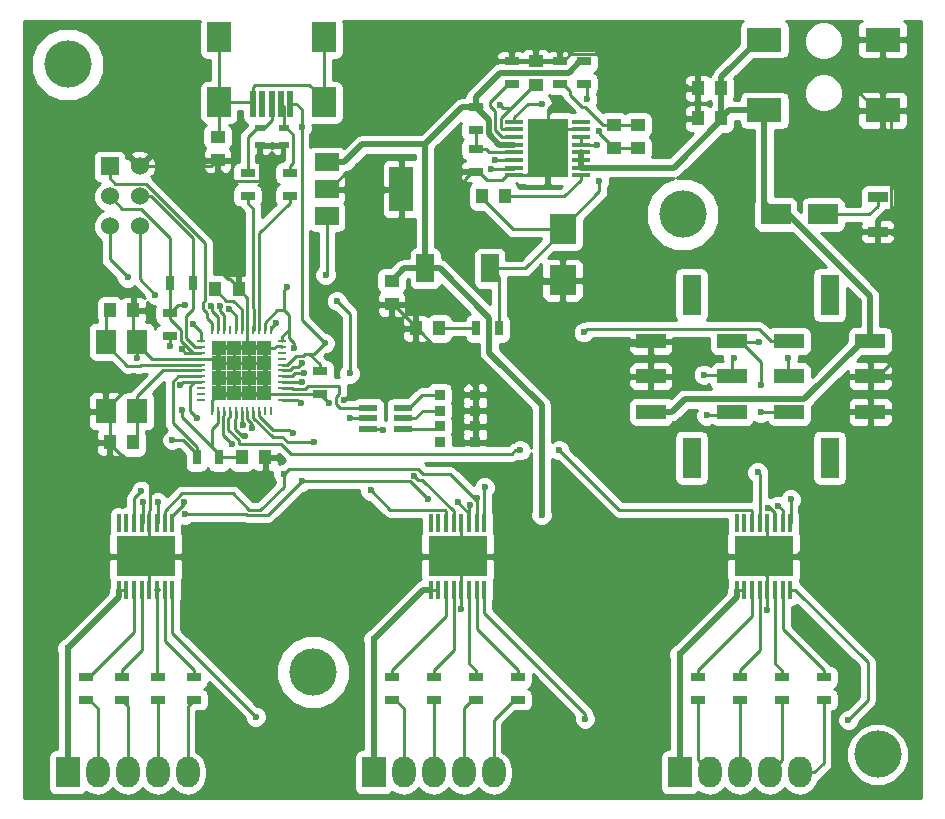
<source format=gbr>
G04 #@! TF.FileFunction,Copper,L1,Top,Signal*
%FSLAX46Y46*%
G04 Gerber Fmt 4.6, Leading zero omitted, Abs format (unit mm)*
G04 Created by KiCad (PCBNEW 4.0.5) date 10/24/17 15:29:36*
%MOMM*%
%LPD*%
G01*
G04 APERTURE LIST*
%ADD10C,0.100000*%
%ADD11C,4.000000*%
%ADD12R,2.300000X2.500000*%
%ADD13R,1.500000X2.400000*%
%ADD14R,0.500000X2.300000*%
%ADD15R,2.000000X2.500000*%
%ADD16R,1.250000X1.000000*%
%ADD17R,1.000000X1.250000*%
%ADD18R,1.524000X1.524000*%
%ADD19C,1.524000*%
%ADD20R,3.000000X2.000000*%
%ADD21R,2.000000X2.600000*%
%ADD22O,2.000000X2.600000*%
%ADD23R,1.300000X0.700000*%
%ADD24R,0.700000X1.300000*%
%ADD25R,0.900000X0.900000*%
%ADD26R,0.900000X0.500000*%
%ADD27R,0.250000X0.700000*%
%ADD28R,0.700000X0.250000*%
%ADD29R,1.287500X1.287500*%
%ADD30R,2.000000X3.800000*%
%ADD31R,2.000000X1.500000*%
%ADD32R,0.300000X1.600000*%
%ADD33R,5.000000X3.400000*%
%ADD34R,1.600000X0.500000*%
%ADD35R,2.540000X1.270000*%
%ADD36R,1.650000X3.430000*%
%ADD37R,1.700000X2.100000*%
%ADD38R,2.500000X1.800000*%
%ADD39R,1.700000X0.900000*%
%ADD40R,1.600000X0.300000*%
%ADD41R,3.400000X5.000000*%
%ADD42C,0.600000*%
%ADD43C,0.250000*%
%ADD44C,0.500000*%
%ADD45C,0.254000*%
G04 APERTURE END LIST*
D10*
D11*
X209550000Y-58420000D03*
X178257200Y-97155000D03*
X226060000Y-104140000D03*
D12*
X199390000Y-59690000D03*
X199390000Y-63990000D03*
D13*
X193250000Y-62992000D03*
X187750000Y-62992000D03*
D14*
X176352000Y-49028000D03*
X175552000Y-49028000D03*
X174752000Y-49028000D03*
X173952000Y-49028000D03*
X173152000Y-49028000D03*
D15*
X179202000Y-48928000D03*
X179202000Y-43428000D03*
X170302000Y-48928000D03*
X170302000Y-43428000D03*
D16*
X197104000Y-47466000D03*
X197104000Y-45466000D03*
D17*
X163052000Y-77724000D03*
X161052000Y-77724000D03*
X161052000Y-66548000D03*
X163052000Y-66548000D03*
X169958000Y-64770000D03*
X171958000Y-64770000D03*
X212836000Y-50292000D03*
X210836000Y-50292000D03*
D16*
X203708000Y-52816000D03*
X203708000Y-50816000D03*
D17*
X192548000Y-56896000D03*
X194548000Y-56896000D03*
X212836000Y-47752000D03*
X210836000Y-47752000D03*
D16*
X205740000Y-52816000D03*
X205740000Y-50816000D03*
D17*
X172212000Y-78994000D03*
X174212000Y-78994000D03*
D18*
X161036000Y-54356000D03*
D19*
X161036000Y-56896000D03*
X161036000Y-59436000D03*
X163576000Y-59436000D03*
X163576000Y-56896000D03*
X163576000Y-54356000D03*
D20*
X226488000Y-43608000D03*
X226488000Y-49608000D03*
X216488000Y-49608000D03*
X216488000Y-43608000D03*
D16*
X170180000Y-51832000D03*
X170180000Y-53832000D03*
D21*
X157480000Y-105664000D03*
D22*
X160020000Y-105664000D03*
X162560000Y-105664000D03*
X165100000Y-105664000D03*
X167640000Y-105664000D03*
D21*
X183388000Y-105664000D03*
D22*
X185928000Y-105664000D03*
X188468000Y-105664000D03*
X191008000Y-105664000D03*
X193548000Y-105664000D03*
D21*
X209296000Y-105664000D03*
D22*
X211836000Y-105664000D03*
X214376000Y-105664000D03*
X216916000Y-105664000D03*
X219456000Y-105664000D03*
D23*
X195072000Y-45466000D03*
X195072000Y-47366000D03*
X172720000Y-54930000D03*
X172720000Y-56830000D03*
X176276000Y-54930000D03*
X176276000Y-56830000D03*
D24*
X168082000Y-64262000D03*
X166182000Y-64262000D03*
D23*
X192024000Y-51242000D03*
X192024000Y-49342000D03*
X192024000Y-54798000D03*
X192024000Y-52898000D03*
X201168000Y-47366000D03*
X201168000Y-45466000D03*
X199136000Y-45466000D03*
X199136000Y-47366000D03*
D24*
X168402000Y-78994000D03*
X170302000Y-78994000D03*
D23*
X166116000Y-68702000D03*
X166116000Y-66802000D03*
X159004000Y-97602000D03*
X159004000Y-99502000D03*
X162052000Y-97602000D03*
X162052000Y-99502000D03*
X165100000Y-97602000D03*
X165100000Y-99502000D03*
X168148000Y-97602000D03*
X168148000Y-99502000D03*
X184912000Y-97602000D03*
X184912000Y-99502000D03*
X188468000Y-97602000D03*
X188468000Y-99502000D03*
X192024000Y-97602000D03*
X192024000Y-99502000D03*
X195580000Y-97602000D03*
X195580000Y-99502000D03*
X210820000Y-97602000D03*
X210820000Y-99502000D03*
X214376000Y-97602000D03*
X214376000Y-99502000D03*
X217932000Y-97602000D03*
X217932000Y-99502000D03*
X221488000Y-97602000D03*
X221488000Y-99502000D03*
X178816000Y-73594000D03*
X178816000Y-71694000D03*
D25*
X189000000Y-73692000D03*
X189000000Y-77692000D03*
X189000000Y-75032000D03*
X189000000Y-76352000D03*
X192000000Y-75032000D03*
X192000000Y-73692000D03*
X192000000Y-77692000D03*
X192000000Y-76352000D03*
D26*
X175768000Y-51066000D03*
X175768000Y-52566000D03*
D27*
X174712000Y-68228000D03*
X174212000Y-68228000D03*
X173712000Y-68228000D03*
X173212000Y-68228000D03*
X172712000Y-68228000D03*
X172212000Y-68228000D03*
X171712000Y-68228000D03*
X171212000Y-68228000D03*
X170712000Y-68228000D03*
X170212000Y-68228000D03*
X169712000Y-68228000D03*
D28*
X168812000Y-69128000D03*
X168812000Y-69628000D03*
X168812000Y-70128000D03*
X168812000Y-70628000D03*
X168812000Y-71128000D03*
X168812000Y-71628000D03*
X168812000Y-72128000D03*
X168812000Y-72628000D03*
X168812000Y-73128000D03*
X168812000Y-73628000D03*
X168812000Y-74128000D03*
D27*
X169712000Y-75028000D03*
X170212000Y-75028000D03*
X170712000Y-75028000D03*
X171212000Y-75028000D03*
X171712000Y-75028000D03*
X172212000Y-75028000D03*
X172712000Y-75028000D03*
X173212000Y-75028000D03*
X173712000Y-75028000D03*
X174212000Y-75028000D03*
X174712000Y-75028000D03*
D28*
X175612000Y-74128000D03*
X175612000Y-73628000D03*
X175612000Y-73128000D03*
X175612000Y-72628000D03*
X175612000Y-72128000D03*
X175612000Y-71628000D03*
X175612000Y-71128000D03*
X175612000Y-70628000D03*
X175612000Y-70128000D03*
X175612000Y-69628000D03*
X175612000Y-69128000D03*
D29*
X170280750Y-73559250D03*
X171568250Y-73559250D03*
X172855750Y-73559250D03*
X174143250Y-73559250D03*
X170280750Y-72271750D03*
X171568250Y-72271750D03*
X172855750Y-72271750D03*
X174143250Y-72271750D03*
X170280750Y-70984250D03*
X171568250Y-70984250D03*
X172855750Y-70984250D03*
X174143250Y-70984250D03*
X170280750Y-69696750D03*
X171568250Y-69696750D03*
X172855750Y-69696750D03*
X174143250Y-69696750D03*
D30*
X185724800Y-56286400D03*
D31*
X179424800Y-56286400D03*
X179424800Y-58586400D03*
X179424800Y-53986400D03*
D32*
X161809000Y-84576000D03*
X161809000Y-90176000D03*
X162459000Y-84576000D03*
X162459000Y-90176000D03*
X163109000Y-84576000D03*
X163109000Y-90176000D03*
X163759000Y-84576000D03*
X163759000Y-90176000D03*
X164409000Y-84576000D03*
X164409000Y-90176000D03*
X165059000Y-84576000D03*
X165059000Y-90176000D03*
X165709000Y-84576000D03*
X165709000Y-90176000D03*
X166359000Y-84576000D03*
X166359000Y-90176000D03*
D33*
X164084000Y-87376000D03*
D32*
X188225000Y-84576000D03*
X188225000Y-90176000D03*
X188875000Y-84576000D03*
X188875000Y-90176000D03*
X189525000Y-84576000D03*
X189525000Y-90176000D03*
X190175000Y-84576000D03*
X190175000Y-90176000D03*
X190825000Y-84576000D03*
X190825000Y-90176000D03*
X191475000Y-84576000D03*
X191475000Y-90176000D03*
X192125000Y-84576000D03*
X192125000Y-90176000D03*
X192775000Y-84576000D03*
X192775000Y-90176000D03*
D33*
X190500000Y-87376000D03*
D32*
X214133000Y-84576000D03*
X214133000Y-90176000D03*
X214783000Y-84576000D03*
X214783000Y-90176000D03*
X215433000Y-84576000D03*
X215433000Y-90176000D03*
X216083000Y-84576000D03*
X216083000Y-90176000D03*
X216733000Y-84576000D03*
X216733000Y-90176000D03*
X217383000Y-84576000D03*
X217383000Y-90176000D03*
X218033000Y-84576000D03*
X218033000Y-90176000D03*
X218683000Y-84576000D03*
X218683000Y-90176000D03*
D33*
X216408000Y-87376000D03*
D34*
X185879000Y-76592000D03*
X185879000Y-75692000D03*
X185879000Y-74792000D03*
X182929000Y-74792000D03*
X182929000Y-75692000D03*
X182929000Y-76592000D03*
D35*
X225426000Y-69136000D03*
X225426000Y-72136000D03*
X225426000Y-75136000D03*
X218566000Y-75136000D03*
X218566000Y-72136000D03*
X218566000Y-69136000D03*
D36*
X221996000Y-79021000D03*
X221996000Y-65251000D03*
D35*
X206882000Y-75136000D03*
X206882000Y-72136000D03*
X206882000Y-69136000D03*
X213742000Y-69136000D03*
X213742000Y-72136000D03*
X213742000Y-75136000D03*
D36*
X210312000Y-65251000D03*
X210312000Y-79021000D03*
D37*
X163402000Y-75086000D03*
X163402000Y-69186000D03*
X160702000Y-69186000D03*
X160702000Y-75086000D03*
D17*
X188960000Y-68072000D03*
X186960000Y-68072000D03*
D16*
X184912000Y-64024000D03*
X184912000Y-66024000D03*
D24*
X193990000Y-68072000D03*
X192090000Y-68072000D03*
D38*
X217456000Y-58420000D03*
X221456000Y-58420000D03*
D39*
X226060000Y-59870000D03*
X226060000Y-56970000D03*
D40*
X200920000Y-50557000D03*
X195320000Y-50557000D03*
X200920000Y-51207000D03*
X195320000Y-51207000D03*
X200920000Y-51857000D03*
X195320000Y-51857000D03*
X200920000Y-52507000D03*
X195320000Y-52507000D03*
X200920000Y-53157000D03*
X195320000Y-53157000D03*
X200920000Y-53807000D03*
X195320000Y-53807000D03*
X200920000Y-54457000D03*
X195320000Y-54457000D03*
X200920000Y-55107000D03*
X195320000Y-55107000D03*
D41*
X198120000Y-52832000D03*
D26*
X173736000Y-51066000D03*
X173736000Y-52566000D03*
D11*
X157480000Y-45720000D03*
D42*
X193370200Y-54559200D03*
X194106800Y-49149000D03*
X199034400Y-44196000D03*
X198958200Y-48641000D03*
X216712800Y-91897200D03*
X190804800Y-91846400D03*
X210870800Y-46431200D03*
X218922600Y-46177200D03*
X199796400Y-71983600D03*
X175717198Y-53695600D03*
X182092600Y-54864000D03*
X168148000Y-87223600D03*
X173329600Y-82346800D03*
X194335400Y-75184000D03*
X163322000Y-70612000D03*
X163068000Y-72136000D03*
X179578000Y-74422000D03*
X180848000Y-74168000D03*
X196342000Y-64262000D03*
X195834000Y-62230000D03*
X202438000Y-51384200D03*
X193700400Y-53822600D03*
X176682400Y-69748400D03*
X177215800Y-74422000D03*
X167411400Y-66116200D03*
X167201573Y-74936286D03*
X176072800Y-64541400D03*
X179324000Y-63525400D03*
X167132000Y-69850000D03*
X170397357Y-66178572D03*
X162560000Y-63754000D03*
X169597346Y-66177985D03*
X164906949Y-65217051D03*
X197612000Y-83860810D03*
X157480000Y-95155000D03*
X183388000Y-94363000D03*
X209296000Y-95663000D03*
X171171555Y-66380156D03*
X179242698Y-69316600D03*
X201193400Y-68402200D03*
X177292000Y-51054000D03*
X201498200Y-48666400D03*
X197662800Y-49047400D03*
X211353400Y-71983600D03*
X166319200Y-77520800D03*
X218440000Y-70612000D03*
X213868000Y-70612000D03*
X168427400Y-75641200D03*
X216052400Y-69189600D03*
X167014990Y-72898000D03*
X166116000Y-69596000D03*
X216154000Y-75184000D03*
X216154000Y-72898000D03*
X175121505Y-67598203D03*
X163830000Y-82804000D03*
X168118671Y-67700810D03*
X180283711Y-65739380D03*
X181356000Y-71882000D03*
X215900000Y-80264000D03*
X171376011Y-77819698D03*
X167368131Y-82750767D03*
X192786000Y-81534000D03*
X218694000Y-82550000D03*
X195808600Y-78384400D03*
X199110600Y-78384400D03*
X217655254Y-83079353D03*
X192119580Y-82462030D03*
X172496482Y-77138711D03*
X175768000Y-80400990D03*
X172299309Y-76259989D03*
X163725318Y-81815418D03*
X173090419Y-76498562D03*
X186845234Y-80553595D03*
X183134000Y-81788000D03*
X178308000Y-77724000D03*
X216789000Y-83235800D03*
X191516000Y-83007200D03*
X190500000Y-82804000D03*
X187960000Y-82550000D03*
X165100000Y-82804000D03*
X167386000Y-83820000D03*
X177292000Y-81026000D03*
X176530000Y-76962000D03*
X177307410Y-72585185D03*
X181356000Y-75692000D03*
X177465424Y-71800933D03*
X184150000Y-76708000D03*
X177336274Y-71011415D03*
X211582000Y-75438000D03*
X173405800Y-100939600D03*
X201295000Y-101117400D03*
X223596200Y-101219000D03*
X202336400Y-52527200D03*
X202514200Y-55549800D03*
D43*
X193370200Y-54559200D02*
X195217800Y-54559200D01*
X195217800Y-54559200D02*
X195320000Y-54457000D01*
X194335400Y-49377600D02*
X194106800Y-49149000D01*
X194194999Y-50250001D02*
X195067400Y-49377600D01*
X195067400Y-49377600D02*
X196979000Y-47466000D01*
X195067400Y-49377600D02*
X194335400Y-49377600D01*
X194194999Y-51131999D02*
X194194999Y-50250001D01*
X194270000Y-51207000D02*
X194194999Y-51131999D01*
X195320000Y-51207000D02*
X194270000Y-51207000D01*
X196979000Y-47466000D02*
X197104000Y-47466000D01*
X195320000Y-51207000D02*
X195173000Y-51207000D01*
X194270000Y-55507000D02*
X194670000Y-55107000D01*
X192324000Y-54798000D02*
X193033000Y-55507000D01*
X192024000Y-54798000D02*
X192324000Y-54798000D01*
X193033000Y-55507000D02*
X194270000Y-55507000D01*
X199034400Y-44196000D02*
X199458664Y-44196000D01*
X199458664Y-44196000D02*
X200053663Y-44790999D01*
X200053663Y-44790999D02*
X200111001Y-44790999D01*
X198120000Y-52832000D02*
X198120000Y-49479200D01*
X198120000Y-49479200D02*
X198958200Y-48641000D01*
X195320000Y-55107000D02*
X194998010Y-55107000D01*
X194998010Y-55107000D02*
X194998010Y-55042600D01*
X200920000Y-51207000D02*
X199745000Y-51207000D01*
X199745000Y-51207000D02*
X198120000Y-52832000D01*
X195320000Y-55107000D02*
X196370000Y-55107000D01*
X196370000Y-55107000D02*
X198120000Y-53357000D01*
X198120000Y-53357000D02*
X198120000Y-52832000D01*
X172712000Y-68228000D02*
X172712000Y-65524000D01*
X172712000Y-65524000D02*
X171958000Y-64770000D01*
X216712800Y-91897200D02*
X216712800Y-90196200D01*
X216712800Y-90196200D02*
X216733000Y-90176000D01*
X190825000Y-90176000D02*
X190825000Y-91826200D01*
X190825000Y-91826200D02*
X190804800Y-91846400D01*
X210870800Y-46431200D02*
X210870800Y-47717200D01*
X210870800Y-47717200D02*
X210836000Y-47752000D01*
X226488000Y-49608000D02*
X225988000Y-49608000D01*
X225988000Y-49608000D02*
X222557200Y-46177200D01*
X222557200Y-46177200D02*
X218922600Y-46177200D01*
X226488000Y-43608000D02*
X226488000Y-49608000D01*
X228904800Y-61614800D02*
X228904800Y-69292200D01*
X228904800Y-69292200D02*
X226061000Y-72136000D01*
X226061000Y-72136000D02*
X225426000Y-72136000D01*
X226060000Y-59870000D02*
X227160000Y-59870000D01*
X227160000Y-59870000D02*
X228904800Y-61614800D01*
X176244198Y-73660198D02*
X176212000Y-73628000D01*
X177916000Y-73594000D02*
X177849802Y-73660198D01*
X177849802Y-73660198D02*
X176244198Y-73660198D01*
X176212000Y-73628000D02*
X175612000Y-73628000D01*
X178816000Y-73594000D02*
X177916000Y-73594000D01*
X199644000Y-69494000D02*
X199796400Y-69646400D01*
X199796400Y-69646400D02*
X199796400Y-71983600D01*
X175768000Y-52566000D02*
X175768000Y-53644798D01*
X175768000Y-53644798D02*
X175717198Y-53695600D01*
X179424800Y-56286400D02*
X179674800Y-56286400D01*
X179674800Y-56286400D02*
X181097200Y-54864000D01*
X181097200Y-54864000D02*
X182092600Y-54864000D01*
X185724800Y-56286400D02*
X179424800Y-56286400D01*
X168148000Y-87223600D02*
X164236400Y-87223600D01*
X164236400Y-87223600D02*
X164084000Y-87376000D01*
X174212000Y-78994000D02*
X174212000Y-81464400D01*
X174212000Y-81464400D02*
X173329600Y-82346800D01*
X164409000Y-84576000D02*
X164409000Y-87051000D01*
X164409000Y-87051000D02*
X164084000Y-87376000D01*
X192000000Y-73692000D02*
X192000000Y-72992000D01*
X192000000Y-72992000D02*
X187080000Y-68072000D01*
X187080000Y-68072000D02*
X186960000Y-68072000D01*
X192000000Y-75032000D02*
X192000000Y-76352000D01*
X192000000Y-73692000D02*
X192000000Y-75032000D01*
X192000000Y-77692000D02*
X192000000Y-76352000D01*
X194335400Y-75184000D02*
X192152000Y-75184000D01*
X192152000Y-75184000D02*
X192000000Y-75032000D01*
X226488000Y-49608000D02*
X226988000Y-49608000D01*
X226988000Y-49608000D02*
X227235001Y-49855001D01*
X227235001Y-49855001D02*
X227235001Y-57994999D01*
X227235001Y-57994999D02*
X226060000Y-59170000D01*
X226060000Y-59170000D02*
X226060000Y-59870000D01*
X170180000Y-53832000D02*
X170180000Y-62992000D01*
X170180000Y-62992000D02*
X171083000Y-63895000D01*
X171083000Y-63895000D02*
X171208000Y-63895000D01*
X171208000Y-63895000D02*
X171958000Y-64645000D01*
X171958000Y-64645000D02*
X171958000Y-64770000D01*
X173736000Y-52566000D02*
X173736000Y-55499002D01*
X173736000Y-55499002D02*
X173630001Y-55605001D01*
X171203001Y-55605001D02*
X170180000Y-54582000D01*
X173630001Y-55605001D02*
X171203001Y-55605001D01*
X170180000Y-54582000D02*
X170180000Y-53832000D01*
X173736000Y-52566000D02*
X175768000Y-52566000D01*
X163322000Y-70612000D02*
X163322000Y-69266000D01*
X163322000Y-69266000D02*
X163402000Y-69186000D01*
X160702000Y-75086000D02*
X160702000Y-74886000D01*
X160702000Y-74886000D02*
X163068000Y-72520000D01*
X163068000Y-72520000D02*
X163068000Y-72136000D01*
X179578000Y-74422000D02*
X179578000Y-74356000D01*
X179578000Y-74356000D02*
X178816000Y-73594000D01*
X184912000Y-66024000D02*
X184912000Y-70104000D01*
X184912000Y-70104000D02*
X180848000Y-74168000D01*
X174143250Y-73559250D02*
X174212000Y-73628000D01*
X174212000Y-73628000D02*
X175612000Y-73628000D01*
X170280750Y-73559250D02*
X169712000Y-74128000D01*
X169712000Y-74128000D02*
X169712000Y-75028000D01*
X170280750Y-70984250D02*
X169924500Y-70628000D01*
X169924500Y-70628000D02*
X168812000Y-70628000D01*
X171568250Y-72271750D02*
X170280750Y-72271750D01*
X170280750Y-70984250D02*
X171568250Y-70984250D01*
X170280750Y-69696750D02*
X170280750Y-70984250D01*
X171568250Y-69696750D02*
X170280750Y-69696750D01*
X172855750Y-69696750D02*
X171568250Y-69696750D01*
X172855750Y-69696750D02*
X172712000Y-69553000D01*
X172712000Y-69553000D02*
X172712000Y-68228000D01*
X175137750Y-69596000D02*
X175580000Y-69596000D01*
X175580000Y-69596000D02*
X175612000Y-69628000D01*
X174143250Y-69696750D02*
X175037000Y-69696750D01*
X175037000Y-69696750D02*
X175137750Y-69596000D01*
X174143250Y-69696750D02*
X172855750Y-69696750D01*
X174143250Y-70984250D02*
X174143250Y-69696750D01*
X172855750Y-70984250D02*
X174143250Y-70984250D01*
X172855750Y-72271750D02*
X172855750Y-70984250D01*
X174143250Y-73559250D02*
X174143250Y-72271750D01*
X172855750Y-73559250D02*
X174143250Y-73559250D01*
X172855750Y-73559250D02*
X172855750Y-72271750D01*
X171568250Y-73559250D02*
X171568250Y-72271750D01*
X171568250Y-73559250D02*
X172855750Y-73559250D01*
X170280750Y-73559250D02*
X171568250Y-73559250D01*
X196342000Y-64262000D02*
X199118000Y-64262000D01*
X199118000Y-64262000D02*
X199390000Y-63990000D01*
X192024000Y-54798000D02*
X191724000Y-54798000D01*
X191724000Y-54798000D02*
X191124000Y-55398000D01*
X191124000Y-55398000D02*
X191124000Y-57520000D01*
X191124000Y-57520000D02*
X195834000Y-62230000D01*
X199136000Y-45466000D02*
X199436000Y-45466000D01*
X199436000Y-45466000D02*
X200111001Y-44790999D01*
X200111001Y-44790999D02*
X207124999Y-44790999D01*
X207124999Y-44790999D02*
X210086000Y-47752000D01*
X210086000Y-47752000D02*
X210836000Y-47752000D01*
X164409000Y-83526000D02*
X164409000Y-84576000D01*
X164455001Y-83479999D02*
X164409000Y-83526000D01*
X161052000Y-77724000D02*
X161052000Y-77849000D01*
X161052000Y-77849000D02*
X164455001Y-81252001D01*
X164455001Y-81252001D02*
X164455001Y-83479999D01*
X163576000Y-54356000D02*
X169656000Y-54356000D01*
X169656000Y-54356000D02*
X170180000Y-53832000D01*
X168812000Y-70628000D02*
X164644000Y-70628000D01*
X164644000Y-70628000D02*
X163402000Y-69386000D01*
X163402000Y-69386000D02*
X163402000Y-69186000D01*
X225426000Y-75136000D02*
X225426000Y-72136000D01*
X206882000Y-69136000D02*
X206882000Y-72136000D01*
X199644000Y-69494000D02*
X206524000Y-69494000D01*
X206524000Y-69494000D02*
X206882000Y-69136000D01*
X199390000Y-63990000D02*
X199390000Y-69240000D01*
X199390000Y-69240000D02*
X199644000Y-69494000D01*
X199136000Y-45466000D02*
X197104000Y-45466000D01*
X199136000Y-45466000D02*
X195072000Y-45466000D01*
X184912000Y-66024000D02*
X185037000Y-66024000D01*
X185037000Y-66024000D02*
X186960000Y-67947000D01*
X186960000Y-67947000D02*
X186960000Y-68072000D01*
X210836000Y-50292000D02*
X210836000Y-50417000D01*
X210836000Y-47752000D02*
X210836000Y-50292000D01*
X225426000Y-75136000D02*
X225426000Y-81108000D01*
X225426000Y-81108000D02*
X219158000Y-87376000D01*
X219158000Y-87376000D02*
X216408000Y-87376000D01*
X163052000Y-66548000D02*
X163052000Y-68836000D01*
X163052000Y-68836000D02*
X163402000Y-69186000D01*
X161052000Y-77724000D02*
X161052000Y-75436000D01*
X161052000Y-75436000D02*
X160702000Y-75086000D01*
X164409000Y-90176000D02*
X164409000Y-87701000D01*
X164409000Y-87701000D02*
X164084000Y-87376000D01*
X190825000Y-90176000D02*
X190825000Y-87701000D01*
X190825000Y-87701000D02*
X190500000Y-87376000D01*
X190825000Y-84576000D02*
X190825000Y-87051000D01*
X190825000Y-87051000D02*
X190500000Y-87376000D01*
X216733000Y-84576000D02*
X216733000Y-87051000D01*
X216733000Y-87051000D02*
X216408000Y-87376000D01*
X216733000Y-90176000D02*
X216733000Y-89126000D01*
X216733000Y-89126000D02*
X216408000Y-88801000D01*
X216408000Y-88801000D02*
X216408000Y-87376000D01*
X194670000Y-55107000D02*
X195320000Y-55107000D01*
X163402000Y-75086000D02*
X163402000Y-73786000D01*
X163402000Y-73786000D02*
X165560000Y-71628000D01*
X165560000Y-71628000D02*
X168812000Y-71628000D01*
X163402000Y-75086000D02*
X163402000Y-77374000D01*
X163402000Y-77374000D02*
X163052000Y-77724000D01*
X163731002Y-71128000D02*
X168812000Y-71128000D01*
X163622001Y-71237001D02*
X163731002Y-71128000D01*
X162553001Y-71237001D02*
X163622001Y-71237001D01*
X160702000Y-69386000D02*
X162553001Y-71237001D01*
X160702000Y-69186000D02*
X160702000Y-69386000D01*
X160702000Y-69186000D02*
X160702000Y-66898000D01*
X160702000Y-66898000D02*
X161052000Y-66548000D01*
X172212000Y-68228000D02*
X172212000Y-66424010D01*
X170908001Y-65720001D02*
X169958000Y-64770000D01*
X172212000Y-66424010D02*
X171507991Y-65720001D01*
X171507991Y-65720001D02*
X170908001Y-65720001D01*
X202438000Y-51384200D02*
X202438000Y-51546000D01*
X202438000Y-51546000D02*
X203708000Y-52816000D01*
X195320000Y-53807000D02*
X193716000Y-53807000D01*
X193716000Y-53807000D02*
X193700400Y-53822600D01*
X203708000Y-52816000D02*
X205740000Y-52816000D01*
X202833000Y-50816000D02*
X203708000Y-50816000D01*
X201308401Y-49291401D02*
X202833000Y-50816000D01*
X201061401Y-49291401D02*
X201308401Y-49291401D01*
X200036000Y-48266000D02*
X201061401Y-49291401D01*
X200036000Y-47966000D02*
X200036000Y-48266000D01*
X199436000Y-47366000D02*
X200036000Y-47966000D01*
X199136000Y-47366000D02*
X199436000Y-47366000D01*
X203708000Y-50816000D02*
X205740000Y-50816000D01*
X194548000Y-56896000D02*
X199531000Y-56896000D01*
X199531000Y-56896000D02*
X200920000Y-55507000D01*
X200920000Y-55507000D02*
X200920000Y-55107000D01*
X176682400Y-69748400D02*
X176682400Y-69324136D01*
X176682400Y-69324136D02*
X176212000Y-68853736D01*
X176212000Y-68853736D02*
X176212000Y-66966600D01*
X175612000Y-74128000D02*
X176921800Y-74128000D01*
X176921800Y-74128000D02*
X177215800Y-74422000D01*
X167411400Y-66116200D02*
X166801800Y-66116200D01*
X166801800Y-66116200D02*
X166116000Y-66802000D01*
X167091001Y-69103415D02*
X167091001Y-68213126D01*
X175246706Y-66548000D02*
X175793400Y-66548000D01*
X174212000Y-67582706D02*
X175246706Y-66548000D01*
X167091001Y-68213126D02*
X166116000Y-67238125D01*
X174212000Y-68228000D02*
X174212000Y-67582706D01*
X168115587Y-70128000D02*
X167091001Y-69103415D01*
X168812000Y-70128000D02*
X168115587Y-70128000D01*
X166116000Y-67238125D02*
X166116000Y-66802000D01*
X161036000Y-56896000D02*
X162123001Y-57983001D01*
X163731763Y-57983001D02*
X166182000Y-60433238D01*
X166182000Y-60433238D02*
X166182000Y-64262000D01*
X162123001Y-57983001D02*
X163731763Y-57983001D01*
X167201573Y-75593573D02*
X167201573Y-74936286D01*
X169702000Y-78094000D02*
X167201573Y-75593573D01*
X176072800Y-64541400D02*
X175772801Y-64841399D01*
X175772801Y-64841399D02*
X175772801Y-66527401D01*
X175772801Y-66527401D02*
X175793400Y-66548000D01*
X179424800Y-58586400D02*
X179424800Y-63424600D01*
X179424800Y-63424600D02*
X179324000Y-63525400D01*
X176212000Y-66966600D02*
X176212000Y-68153000D01*
X175793400Y-66548000D02*
X176212000Y-66966600D01*
X176212000Y-68153000D02*
X175612000Y-68753000D01*
X175612000Y-68753000D02*
X175612000Y-69128000D01*
X169702000Y-78094000D02*
X170302000Y-78694000D01*
X170302000Y-78694000D02*
X170302000Y-78994000D01*
X168812000Y-70128000D02*
X167410000Y-70128000D01*
X167410000Y-70128000D02*
X167132000Y-69850000D01*
X170212000Y-75028000D02*
X170261990Y-75028000D01*
X170212000Y-75028000D02*
X170204361Y-75035639D01*
X169702000Y-76605275D02*
X169702000Y-78094000D01*
X170204361Y-76102914D02*
X169702000Y-76605275D01*
X170204361Y-75035639D02*
X170204361Y-76102914D01*
X166182000Y-64262000D02*
X166182000Y-66736000D01*
X166182000Y-66736000D02*
X166116000Y-66802000D01*
X170302000Y-78994000D02*
X172212000Y-78994000D01*
X168770000Y-70170000D02*
X168812000Y-70128000D01*
X169264710Y-67180710D02*
X169712000Y-67628000D01*
X168939710Y-65872688D02*
X168939710Y-66404247D01*
X168939710Y-66404247D02*
X169264710Y-66729247D01*
X164097761Y-55808999D02*
X169132999Y-60844237D01*
X161036000Y-54356000D02*
X161036000Y-55368000D01*
X161036000Y-55368000D02*
X161476999Y-55808999D01*
X169132999Y-60844237D02*
X169132999Y-65679399D01*
X169264710Y-66729247D02*
X169264710Y-67180710D01*
X169132999Y-65679399D02*
X168939710Y-65872688D01*
X169712000Y-67628000D02*
X169712000Y-68228000D01*
X161476999Y-55808999D02*
X164097761Y-55808999D01*
X170397357Y-66633255D02*
X170397357Y-66178572D01*
X170712000Y-68228000D02*
X170712000Y-66947898D01*
X170712000Y-66947898D02*
X170397357Y-66633255D01*
X161036000Y-59436000D02*
X161036000Y-62230000D01*
X161036000Y-62230000D02*
X162560000Y-63754000D01*
X170212000Y-67109411D02*
X169714721Y-66612132D01*
X169714721Y-66295360D02*
X169597346Y-66177985D01*
X169714721Y-66612132D02*
X169714721Y-66295360D01*
X170212000Y-68228000D02*
X170212000Y-67109411D01*
X163576000Y-63886102D02*
X164906949Y-65217051D01*
X163576000Y-59436000D02*
X163576000Y-63886102D01*
X167541012Y-68917015D02*
X168251997Y-69628000D01*
X167493669Y-66984333D02*
X167493669Y-68000812D01*
X168082000Y-66396002D02*
X167493669Y-66984333D01*
X167493669Y-68000812D02*
X167541012Y-68048155D01*
X168251997Y-69628000D02*
X168812000Y-69628000D01*
X168082000Y-64262000D02*
X168082000Y-66396002D01*
X167541012Y-68048155D02*
X167541012Y-68917015D01*
X168082000Y-60429648D02*
X168082000Y-64262000D01*
X164548352Y-56896000D02*
X168082000Y-60429648D01*
X163576000Y-56896000D02*
X164548352Y-56896000D01*
D44*
X200920000Y-53807000D02*
X200920000Y-53157000D01*
X200920000Y-54457000D02*
X200920000Y-53807000D01*
X212836000Y-50292000D02*
X212836000Y-50417000D01*
X212836000Y-50417000D02*
X208796000Y-54457000D01*
X208796000Y-54457000D02*
X200920000Y-54457000D01*
X225426000Y-69136000D02*
X224791000Y-69136000D01*
X208652000Y-75136000D02*
X206882000Y-75136000D01*
X224791000Y-69136000D02*
X219876001Y-74050999D01*
X219876001Y-74050999D02*
X209737001Y-74050999D01*
X209737001Y-74050999D02*
X208652000Y-75136000D01*
X217456000Y-58420000D02*
X218515002Y-58420000D01*
X225426000Y-65330998D02*
X225426000Y-69136000D01*
X218515002Y-58420000D02*
X225426000Y-65330998D01*
X200914000Y-53813000D02*
X200920000Y-53807000D01*
X212836000Y-47752000D02*
X212836000Y-50292000D01*
X216488000Y-49608000D02*
X213520000Y-49608000D01*
X213520000Y-49608000D02*
X212836000Y-50292000D01*
X216488000Y-43608000D02*
X215988000Y-43608000D01*
X215988000Y-43608000D02*
X212836000Y-46760000D01*
X212836000Y-46760000D02*
X212836000Y-47752000D01*
X216488000Y-49608000D02*
X216488000Y-57452000D01*
X216488000Y-57452000D02*
X217456000Y-58420000D01*
D43*
X212852000Y-50308000D02*
X212836000Y-50292000D01*
X173152000Y-49028000D02*
X173152000Y-47628000D01*
X173152000Y-47628000D02*
X173352000Y-47428000D01*
X177952000Y-47428000D02*
X179202000Y-48678000D01*
X173352000Y-47428000D02*
X177952000Y-47428000D01*
X179202000Y-48678000D02*
X179202000Y-48928000D01*
X179202000Y-48928000D02*
X179202000Y-43428000D01*
X170302000Y-48928000D02*
X173052000Y-48928000D01*
X173052000Y-48928000D02*
X173152000Y-49028000D01*
X170302000Y-43428000D02*
X170302000Y-48928000D01*
X170302000Y-48928000D02*
X170302000Y-51710000D01*
X170302000Y-51710000D02*
X170180000Y-51832000D01*
D44*
X194020000Y-52507000D02*
X195320000Y-52507000D01*
X193132578Y-51619578D02*
X194020000Y-52507000D01*
X193132578Y-50450578D02*
X193132578Y-51619578D01*
X192024000Y-49342000D02*
X193132578Y-50450578D01*
X193189999Y-70139999D02*
X197612000Y-74562000D01*
X193189999Y-67181999D02*
X193189999Y-70139999D01*
X197612000Y-74562000D02*
X197612000Y-83860810D01*
X187750000Y-62992000D02*
X189000000Y-62992000D01*
X189000000Y-62992000D02*
X193189999Y-67181999D01*
X179424800Y-53986400D02*
X180924800Y-53986400D01*
X180924800Y-53986400D02*
X182445200Y-52466000D01*
X182445200Y-52466000D02*
X187750000Y-52466000D01*
X214133000Y-90176000D02*
X214133000Y-90826000D01*
X209296000Y-95663000D02*
X209296000Y-105664000D01*
X214133000Y-90826000D02*
X209296000Y-95663000D01*
X188225000Y-90176000D02*
X187575000Y-90176000D01*
X187575000Y-90176000D02*
X183388000Y-94363000D01*
X183388000Y-94363000D02*
X183388000Y-105664000D01*
X161809000Y-90176000D02*
X161809000Y-90826000D01*
X157480000Y-95155000D02*
X157480000Y-105664000D01*
X161809000Y-90826000D02*
X157480000Y-95155000D01*
X187750000Y-62992000D02*
X185944000Y-62992000D01*
X185944000Y-62992000D02*
X184912000Y-64024000D01*
X192024000Y-49342000D02*
X190874000Y-49342000D01*
X190874000Y-49342000D02*
X187750000Y-52466000D01*
X187750000Y-52466000D02*
X187750000Y-62992000D01*
X192024000Y-49342000D02*
X192024000Y-48492000D01*
X192024000Y-48492000D02*
X194099999Y-46416001D01*
X194099999Y-46416001D02*
X199917999Y-46416001D01*
X199917999Y-46416001D02*
X200868000Y-45466000D01*
X200868000Y-45466000D02*
X201168000Y-45466000D01*
D43*
X192232000Y-49342000D02*
X192532000Y-49342000D01*
X214133000Y-90176000D02*
X214783000Y-90176000D01*
X188225000Y-90176000D02*
X188875000Y-90176000D01*
X161809000Y-90176000D02*
X162459000Y-90176000D01*
X160020000Y-105664000D02*
X160020000Y-100218000D01*
X160020000Y-100218000D02*
X159304000Y-99502000D01*
X159304000Y-99502000D02*
X159004000Y-99502000D01*
X162560000Y-105664000D02*
X162560000Y-100010000D01*
X162560000Y-100010000D02*
X162052000Y-99502000D01*
X165100000Y-105664000D02*
X165100000Y-99502000D01*
X167640000Y-105664000D02*
X167640000Y-100010000D01*
X167640000Y-100010000D02*
X168148000Y-99502000D01*
X185928000Y-105664000D02*
X185928000Y-100218000D01*
X185928000Y-100218000D02*
X185212000Y-99502000D01*
X185212000Y-99502000D02*
X184912000Y-99502000D01*
X188468000Y-105664000D02*
X188468000Y-99502000D01*
X191008000Y-105664000D02*
X191008000Y-100218000D01*
X191008000Y-100218000D02*
X191724000Y-99502000D01*
X191724000Y-99502000D02*
X192024000Y-99502000D01*
X193548000Y-105664000D02*
X193548000Y-101234000D01*
X193548000Y-101234000D02*
X195280000Y-99502000D01*
X195280000Y-99502000D02*
X195580000Y-99502000D01*
X210820000Y-99502000D02*
X210820000Y-104648000D01*
X210820000Y-104648000D02*
X211836000Y-105664000D01*
X214376000Y-105664000D02*
X214376000Y-99502000D01*
X217932000Y-99502000D02*
X217932000Y-104648000D01*
X217932000Y-104648000D02*
X216916000Y-105664000D01*
X221488000Y-99502000D02*
X221488000Y-104882000D01*
X221488000Y-104882000D02*
X220706000Y-105664000D01*
X220706000Y-105664000D02*
X219456000Y-105664000D01*
X176050173Y-71128000D02*
X175612000Y-71128000D01*
X177546000Y-70240998D02*
X177413597Y-70373401D01*
X177413597Y-70373401D02*
X176804772Y-70373401D01*
X176804772Y-70373401D02*
X176050173Y-71128000D01*
X171712000Y-66920601D02*
X171171555Y-66380156D01*
X171712000Y-68228000D02*
X171712000Y-66920601D01*
X177292000Y-67365902D02*
X179242698Y-69316600D01*
X177546000Y-70240998D02*
X178318300Y-70240998D01*
X177292000Y-51054000D02*
X177292000Y-67365902D01*
X178318300Y-70240998D02*
X179242698Y-69316600D01*
X201493399Y-68102201D02*
X201193400Y-68402200D01*
X216012201Y-68102201D02*
X201493399Y-68102201D01*
X217046000Y-69136000D02*
X216012201Y-68102201D01*
X218566000Y-69136000D02*
X217046000Y-69136000D01*
X177292000Y-51054000D02*
X177292000Y-49468000D01*
X177292000Y-49468000D02*
X176852000Y-49028000D01*
X176852000Y-49028000D02*
X176352000Y-49028000D01*
X177962998Y-70240998D02*
X177546000Y-70240998D01*
X178816000Y-71094000D02*
X177962998Y-70240998D01*
X178816000Y-71694000D02*
X178816000Y-71094000D01*
X176545402Y-51643402D02*
X176545402Y-54060598D01*
X175968000Y-51066000D02*
X176545402Y-51643402D01*
X175768000Y-51066000D02*
X175968000Y-51066000D01*
X176545402Y-54060598D02*
X176276000Y-54330000D01*
X176276000Y-54330000D02*
X176276000Y-54930000D01*
X175768000Y-51066000D02*
X175768000Y-49244000D01*
X175768000Y-49244000D02*
X175552000Y-49028000D01*
X173736000Y-51066000D02*
X173536000Y-51066000D01*
X173536000Y-51066000D02*
X172720000Y-51882000D01*
X172720000Y-51882000D02*
X172720000Y-54930000D01*
X173736000Y-51066000D02*
X174114000Y-51066000D01*
X174114000Y-51066000D02*
X174752000Y-50428000D01*
X174752000Y-50428000D02*
X174752000Y-49028000D01*
X194772000Y-47366000D02*
X195072000Y-47366000D01*
X193278598Y-49245802D02*
X193278598Y-48859402D01*
X193707589Y-49674793D02*
X193278598Y-49245802D01*
X194270000Y-51857000D02*
X193707589Y-51294589D01*
X193278598Y-48859402D02*
X194772000Y-47366000D01*
X193707589Y-51294589D02*
X193707589Y-49674793D01*
X195320000Y-51857000D02*
X194270000Y-51857000D01*
X173229024Y-68210976D02*
X173212000Y-68228000D01*
X173212001Y-66366175D02*
X173229024Y-66383198D01*
X172720000Y-56830000D02*
X172720000Y-57430000D01*
X173212000Y-57922000D02*
X173212001Y-66366175D01*
X173229024Y-66383198D02*
X173229024Y-68210976D01*
X172720000Y-57430000D02*
X173212000Y-57922000D01*
X176276000Y-56830000D02*
X176276000Y-57430000D01*
X176276000Y-57430000D02*
X173712000Y-59994000D01*
X173712000Y-59994000D02*
X173712000Y-68228000D01*
X192024000Y-52898000D02*
X192924000Y-52898000D01*
X192924000Y-52898000D02*
X193183000Y-53157000D01*
X193183000Y-53157000D02*
X195320000Y-53157000D01*
X192024000Y-51242000D02*
X192024000Y-52898000D01*
X201498200Y-48666400D02*
X201498200Y-47696200D01*
X201498200Y-47696200D02*
X201168000Y-47366000D01*
X195320000Y-50557000D02*
X195320000Y-50157000D01*
X195320000Y-50157000D02*
X196429600Y-49047400D01*
X196429600Y-49047400D02*
X197662800Y-49047400D01*
X195320000Y-50557000D02*
X195320000Y-50413000D01*
X201168000Y-47366000D02*
X201544000Y-47366000D01*
X211353400Y-71983600D02*
X213589600Y-71983600D01*
X213589600Y-71983600D02*
X213742000Y-72136000D01*
X168402000Y-78994000D02*
X168402000Y-78694000D01*
X168402000Y-78694000D02*
X167228800Y-77520800D01*
X167228800Y-77520800D02*
X166319200Y-77520800D01*
X168812000Y-72128000D02*
X166859988Y-72128000D01*
X166859988Y-72128000D02*
X166389989Y-72597999D01*
X166389989Y-72597999D02*
X166389989Y-76081989D01*
X166389989Y-76081989D02*
X168402000Y-78094000D01*
X168402000Y-78094000D02*
X168402000Y-78994000D01*
X218440000Y-70612000D02*
X218440000Y-72010000D01*
X218440000Y-72010000D02*
X218566000Y-72136000D01*
X213742000Y-72136000D02*
X213742000Y-70738000D01*
X213742000Y-70738000D02*
X213868000Y-70612000D01*
X167826583Y-75040383D02*
X168127401Y-75341201D01*
X168127401Y-75341201D02*
X168427400Y-75641200D01*
X167826583Y-73013417D02*
X167826583Y-75040383D01*
X168212000Y-72628000D02*
X167826583Y-73013417D01*
X168812000Y-72628000D02*
X168212000Y-72628000D01*
X216052400Y-69189600D02*
X213795600Y-69189600D01*
X213795600Y-69189600D02*
X213742000Y-69136000D01*
X167284990Y-72628000D02*
X167014990Y-72898000D01*
X168812000Y-72628000D02*
X167284990Y-72628000D01*
X166116000Y-68702000D02*
X166116000Y-69596000D01*
X216154000Y-75184000D02*
X218518000Y-75184000D01*
X218518000Y-75184000D02*
X218566000Y-75136000D01*
X213742000Y-69136000D02*
X214377000Y-69136000D01*
X214377000Y-69136000D02*
X216154000Y-70913000D01*
X216154000Y-70913000D02*
X216154000Y-72898000D01*
X163109000Y-90176000D02*
X163109000Y-93797000D01*
X163109000Y-93797000D02*
X159304000Y-97602000D01*
X159304000Y-97602000D02*
X159004000Y-97602000D01*
X162052000Y-97602000D02*
X162052000Y-97002000D01*
X162052000Y-97002000D02*
X163759000Y-95295000D01*
X163759000Y-95295000D02*
X163759000Y-90176000D01*
X165059000Y-90176000D02*
X165059000Y-97561000D01*
X165059000Y-97561000D02*
X165100000Y-97602000D01*
D44*
X165100000Y-90217000D02*
X165059000Y-90176000D01*
D43*
X168148000Y-97602000D02*
X168148000Y-97002000D01*
X168148000Y-97002000D02*
X165709000Y-94563000D01*
X165709000Y-94563000D02*
X165709000Y-90176000D01*
X189525000Y-92389000D02*
X189525000Y-90176000D01*
X184912000Y-97602000D02*
X184912000Y-97002000D01*
X184912000Y-97002000D02*
X189525000Y-92389000D01*
X188468000Y-97602000D02*
X188468000Y-97002000D01*
X188468000Y-97002000D02*
X190175000Y-95295000D01*
X190175000Y-95295000D02*
X190175000Y-90176000D01*
X192024000Y-97602000D02*
X192024000Y-97002000D01*
X192024000Y-97002000D02*
X191475000Y-96453000D01*
X191475000Y-96453000D02*
X191475000Y-90176000D01*
X195580000Y-97602000D02*
X195580000Y-97002000D01*
X195580000Y-97002000D02*
X192125000Y-93547000D01*
X192125000Y-93547000D02*
X192125000Y-90176000D01*
X210820000Y-97602000D02*
X210820000Y-97002000D01*
X210820000Y-97002000D02*
X215433000Y-92389000D01*
X215433000Y-92389000D02*
X215433000Y-90176000D01*
X214376000Y-97602000D02*
X214376000Y-97002000D01*
X214376000Y-97002000D02*
X216083000Y-95295000D01*
X216083000Y-95295000D02*
X216083000Y-90176000D01*
X217932000Y-97602000D02*
X217932000Y-97002000D01*
X217932000Y-97002000D02*
X217383000Y-96453000D01*
X217383000Y-96453000D02*
X217383000Y-90176000D01*
X221488000Y-97602000D02*
X221488000Y-97002000D01*
X221488000Y-97002000D02*
X218033000Y-93547000D01*
X218033000Y-93547000D02*
X218033000Y-90176000D01*
X185879000Y-74792000D02*
X186429000Y-74792000D01*
X186429000Y-74792000D02*
X187529000Y-73692000D01*
X187529000Y-73692000D02*
X189000000Y-73692000D01*
X185879000Y-75692000D02*
X186929000Y-75692000D01*
X186929000Y-75692000D02*
X187589000Y-75032000D01*
X187589000Y-75032000D02*
X189000000Y-75032000D01*
X185879000Y-76592000D02*
X188760000Y-76592000D01*
X188760000Y-76592000D02*
X189000000Y-76352000D01*
X175116797Y-67598203D02*
X175121505Y-67598203D01*
X174712000Y-68003000D02*
X175116797Y-67598203D01*
X174712000Y-68228000D02*
X174712000Y-68003000D01*
X163830000Y-82804000D02*
X163830000Y-84505000D01*
X163830000Y-84505000D02*
X163759000Y-84576000D01*
X168812000Y-68394139D02*
X168118671Y-67700810D01*
X168812000Y-69128000D02*
X168812000Y-68394139D01*
X181356000Y-66811669D02*
X180283711Y-65739380D01*
X181356000Y-71882000D02*
X181356000Y-66811669D01*
X216083000Y-84576000D02*
X216083000Y-80447000D01*
X216083000Y-80447000D02*
X215900000Y-80264000D01*
X170654372Y-77098059D02*
X171376011Y-77819698D01*
X170654372Y-75454217D02*
X170654372Y-77098059D01*
X170712000Y-75396589D02*
X170654372Y-75454217D01*
X170712000Y-75028000D02*
X170712000Y-75396589D01*
X166359000Y-84576000D02*
X166359000Y-83926000D01*
X167368131Y-82916869D02*
X167368131Y-82750767D01*
X166359000Y-83926000D02*
X167368131Y-82916869D01*
X192775000Y-84576000D02*
X192775000Y-81545000D01*
X192775000Y-81545000D02*
X192786000Y-81534000D01*
X218694000Y-82550000D02*
X218694000Y-84565000D01*
X218694000Y-84565000D02*
X218683000Y-84576000D01*
X195808600Y-78384400D02*
X195384336Y-78384400D01*
X176436984Y-78684399D02*
X175576562Y-77823977D01*
X195384336Y-78384400D02*
X195084337Y-78684399D01*
X195084337Y-78684399D02*
X176436984Y-78684399D01*
X215433000Y-83526000D02*
X215357999Y-83450999D01*
X215357999Y-83450999D02*
X204177199Y-83450999D01*
X204177199Y-83450999D02*
X199110600Y-78384400D01*
X171104383Y-76626476D02*
X172001013Y-77523106D01*
X171212000Y-75533000D02*
X171104383Y-75640617D01*
X172001013Y-77823977D02*
X175576562Y-77823977D01*
X172001013Y-77523106D02*
X172001013Y-77823977D01*
X171104383Y-75640617D02*
X171104383Y-76626476D01*
X171212000Y-75028000D02*
X171212000Y-75533000D01*
X215433000Y-83526000D02*
X215433000Y-84576000D01*
X218033000Y-83457099D02*
X217655254Y-83079353D01*
X218033000Y-84576000D02*
X218033000Y-83457099D01*
X192119580Y-82685776D02*
X192119580Y-82462030D01*
X192125000Y-83526000D02*
X192141002Y-83509998D01*
X192141002Y-82707198D02*
X192119580Y-82685776D01*
X192141002Y-83509998D02*
X192141002Y-82707198D01*
X187145236Y-79928593D02*
X176240397Y-79928593D01*
X192125000Y-84576000D02*
X192125000Y-83526000D01*
X192141002Y-83509998D02*
X192141002Y-82681798D01*
X192141002Y-82681798D02*
X189860194Y-80400990D01*
X189860194Y-80400990D02*
X187617633Y-80400990D01*
X187617633Y-80400990D02*
X187145236Y-79928593D01*
X176240397Y-79928593D02*
X175768000Y-80400990D01*
X171656286Y-76541968D02*
X172253029Y-77138711D01*
X172253029Y-77138711D02*
X172496482Y-77138711D01*
X171712000Y-75028000D02*
X171712000Y-75669411D01*
X171712000Y-75669411D02*
X171656286Y-75725125D01*
X171656286Y-75725125D02*
X171656286Y-76541968D01*
X165709000Y-84576000D02*
X165709000Y-83526000D01*
X165709000Y-83526000D02*
X167193000Y-82042000D01*
X167193000Y-82042000D02*
X171463385Y-82042000D01*
X171463385Y-82042000D02*
X172843198Y-83421813D01*
X172843198Y-83421813D02*
X173816002Y-83421813D01*
X173816002Y-83421813D02*
X175768000Y-81469815D01*
X175768000Y-81469815D02*
X175768000Y-80400990D01*
X172212000Y-76172680D02*
X172299309Y-76259989D01*
X172212000Y-75028000D02*
X172212000Y-76172680D01*
X163109000Y-82431736D02*
X163725318Y-81815418D01*
X163109000Y-84576000D02*
X163109000Y-82431736D01*
X173090419Y-76126097D02*
X173090419Y-76498562D01*
X172712000Y-75747678D02*
X173090419Y-76126097D01*
X172712000Y-75028000D02*
X172712000Y-75747678D01*
X187166155Y-80874516D02*
X186845234Y-80553595D01*
X187523516Y-80874516D02*
X187166155Y-80874516D01*
X190175000Y-83526000D02*
X187523516Y-80874516D01*
X190175000Y-84576000D02*
X190175000Y-83526000D01*
X174862735Y-77262002D02*
X175650998Y-77262002D01*
X176112996Y-77724000D02*
X178308000Y-77724000D01*
X175650998Y-77262002D02*
X176112996Y-77724000D01*
X173212000Y-75611267D02*
X174862735Y-77262002D01*
X173212000Y-75028000D02*
X173212000Y-75611267D01*
X183134000Y-81788000D02*
X184775002Y-83429002D01*
X184775002Y-83429002D02*
X189428002Y-83429002D01*
X189428002Y-83429002D02*
X189525000Y-83526000D01*
X189525000Y-83526000D02*
X189525000Y-84576000D01*
X216927802Y-83235800D02*
X217383000Y-83690998D01*
X217383000Y-83690998D02*
X217383000Y-84576000D01*
X216789000Y-83235800D02*
X216927802Y-83235800D01*
X191475000Y-83048200D02*
X191516000Y-83007200D01*
X191475000Y-84576000D02*
X191475000Y-83048200D01*
X173712000Y-75474856D02*
X174899145Y-76662001D01*
X173712000Y-75028000D02*
X173712000Y-75474856D01*
X176230001Y-76662001D02*
X176530000Y-76962000D01*
X174899145Y-76662001D02*
X176230001Y-76662001D01*
X172604974Y-83820000D02*
X167386000Y-83820000D01*
X172656798Y-83871824D02*
X172604974Y-83820000D01*
X174446176Y-83871824D02*
X172656798Y-83871824D01*
X177292000Y-81026000D02*
X174446176Y-83871824D01*
X190500000Y-82804000D02*
X191475000Y-83779000D01*
X191475000Y-83779000D02*
X191475000Y-84576000D01*
X177292000Y-81026000D02*
X186436000Y-81026000D01*
X186436000Y-81026000D02*
X187960000Y-82550000D01*
X165100000Y-82804000D02*
X165100000Y-84535000D01*
X165100000Y-84535000D02*
X165059000Y-84576000D01*
X176502221Y-73128000D02*
X175612000Y-73128000D01*
X180505999Y-73584997D02*
X180505999Y-72918999D01*
X182929000Y-74792000D02*
X182927998Y-74793002D01*
X177582012Y-73210187D02*
X176584408Y-73210187D01*
X177873200Y-72918999D02*
X177582012Y-73210187D01*
X180505999Y-72918999D02*
X177873200Y-72918999D01*
X182927998Y-74793002D02*
X180547998Y-74793002D01*
X176584408Y-73210187D02*
X176502221Y-73128000D01*
X180222998Y-74468002D02*
X180222998Y-73867998D01*
X180222998Y-73867998D02*
X180505999Y-73584997D01*
X180547998Y-74793002D02*
X180222998Y-74468002D01*
X175612000Y-72628000D02*
X177264595Y-72628000D01*
X177264595Y-72628000D02*
X177307410Y-72585185D01*
X182929000Y-75692000D02*
X181356000Y-75692000D01*
X176771891Y-71800933D02*
X177465424Y-71800933D01*
X176444824Y-72128000D02*
X176771891Y-71800933D01*
X175612000Y-72128000D02*
X176444824Y-72128000D01*
X182929000Y-76592000D02*
X184034000Y-76592000D01*
X184034000Y-76592000D02*
X184150000Y-76708000D01*
X175612000Y-71628000D02*
X176296298Y-71628000D01*
X176612884Y-71311414D02*
X177036275Y-71311414D01*
X177036275Y-71311414D02*
X177336274Y-71011415D01*
X176296298Y-71628000D02*
X176612884Y-71311414D01*
X211582000Y-75438000D02*
X213440000Y-75438000D01*
X213440000Y-75438000D02*
X213742000Y-75136000D01*
X173405800Y-100939600D02*
X166359000Y-93892800D01*
X166359000Y-93892800D02*
X166359000Y-90176000D01*
X201295000Y-101117400D02*
X201295000Y-100693136D01*
X201295000Y-100693136D02*
X192775000Y-92173136D01*
X192775000Y-92173136D02*
X192775000Y-90176000D01*
X225247200Y-96340200D02*
X225247200Y-99568000D01*
X225247200Y-99568000D02*
X223596200Y-101219000D01*
X218683000Y-90176000D02*
X219083000Y-90176000D01*
X219083000Y-90176000D02*
X225247200Y-96340200D01*
X200920000Y-52507000D02*
X200920000Y-51857000D01*
X202336400Y-52527200D02*
X200940200Y-52527200D01*
X200940200Y-52527200D02*
X200920000Y-52507000D01*
X199390000Y-59690000D02*
X199390000Y-59590000D01*
X199390000Y-59590000D02*
X202514200Y-56465800D01*
X202514200Y-56465800D02*
X202514200Y-55549800D01*
X192548000Y-56896000D02*
X192548000Y-57021000D01*
X195217000Y-59690000D02*
X199390000Y-59690000D01*
X192548000Y-57021000D02*
X195217000Y-59690000D01*
X193250000Y-62992000D02*
X196188000Y-62992000D01*
X196188000Y-62992000D02*
X199390000Y-59790000D01*
X199390000Y-59790000D02*
X199390000Y-59690000D01*
X193990000Y-68072000D02*
X193990000Y-63732000D01*
X193990000Y-63732000D02*
X193250000Y-62992000D01*
X188960000Y-68072000D02*
X192090000Y-68072000D01*
X221456000Y-58420000D02*
X225310000Y-58420000D01*
X225310000Y-58420000D02*
X226060000Y-57670000D01*
X226060000Y-57670000D02*
X226060000Y-56970000D01*
X200931000Y-50546000D02*
X200920000Y-50557000D01*
D45*
G36*
X168654560Y-42178000D02*
X168654560Y-44678000D01*
X168698838Y-44913317D01*
X168837910Y-45129441D01*
X169050110Y-45274431D01*
X169302000Y-45325440D01*
X169542000Y-45325440D01*
X169542000Y-47030560D01*
X169302000Y-47030560D01*
X169066683Y-47074838D01*
X168850559Y-47213910D01*
X168705569Y-47426110D01*
X168654560Y-47678000D01*
X168654560Y-50178000D01*
X168698838Y-50413317D01*
X168837910Y-50629441D01*
X169050110Y-50774431D01*
X169201262Y-50805040D01*
X169103559Y-50867910D01*
X168958569Y-51080110D01*
X168907560Y-51332000D01*
X168907560Y-52332000D01*
X168951838Y-52567317D01*
X169090910Y-52783441D01*
X169159006Y-52829969D01*
X169016673Y-52972302D01*
X168920000Y-53205691D01*
X168920000Y-53546250D01*
X169078750Y-53705000D01*
X170053000Y-53705000D01*
X170053000Y-53685000D01*
X170307000Y-53685000D01*
X170307000Y-53705000D01*
X171281250Y-53705000D01*
X171440000Y-53546250D01*
X171440000Y-53205691D01*
X171343327Y-52972302D01*
X171202090Y-52831064D01*
X171256441Y-52796090D01*
X171401431Y-52583890D01*
X171452440Y-52332000D01*
X171452440Y-51332000D01*
X171408162Y-51096683D01*
X171269090Y-50880559D01*
X171188421Y-50825440D01*
X171302000Y-50825440D01*
X171537317Y-50781162D01*
X171753441Y-50642090D01*
X171898431Y-50429890D01*
X171949440Y-50178000D01*
X171949440Y-49688000D01*
X172254560Y-49688000D01*
X172254560Y-50178000D01*
X172298838Y-50413317D01*
X172437910Y-50629441D01*
X172647359Y-50772551D01*
X172638560Y-50816000D01*
X172638560Y-50888638D01*
X172182599Y-51344599D01*
X172017852Y-51591161D01*
X171960000Y-51882000D01*
X171960000Y-53953258D01*
X171834683Y-53976838D01*
X171618559Y-54115910D01*
X171473569Y-54328110D01*
X171422560Y-54580000D01*
X171422560Y-55280000D01*
X171466838Y-55515317D01*
X171605910Y-55731441D01*
X171818110Y-55876431D01*
X171831197Y-55879081D01*
X171618559Y-56015910D01*
X171473569Y-56228110D01*
X171422560Y-56480000D01*
X171422560Y-57180000D01*
X171466838Y-57415317D01*
X171605910Y-57631441D01*
X171818110Y-57776431D01*
X172070000Y-57827440D01*
X172089080Y-57827440D01*
X172182599Y-57967401D01*
X172452000Y-58236802D01*
X172452001Y-63510000D01*
X172243750Y-63510000D01*
X172085000Y-63668750D01*
X172085000Y-64643000D01*
X172105000Y-64643000D01*
X172105000Y-64897000D01*
X172085000Y-64897000D01*
X172085000Y-64917000D01*
X171831000Y-64917000D01*
X171831000Y-64897000D01*
X171811000Y-64897000D01*
X171811000Y-64643000D01*
X171831000Y-64643000D01*
X171831000Y-63668750D01*
X171672250Y-63510000D01*
X171331691Y-63510000D01*
X171098302Y-63606673D01*
X170957064Y-63747910D01*
X170922090Y-63693559D01*
X170709890Y-63548569D01*
X170458000Y-63497560D01*
X169892999Y-63497560D01*
X169892999Y-60844237D01*
X169835147Y-60553398D01*
X169670400Y-60306836D01*
X164653204Y-55289640D01*
X164671226Y-55271618D01*
X164556215Y-55156607D01*
X164798397Y-55087143D01*
X164985144Y-54563698D01*
X164962824Y-54117750D01*
X168920000Y-54117750D01*
X168920000Y-54458309D01*
X169016673Y-54691698D01*
X169195301Y-54870327D01*
X169428690Y-54967000D01*
X169894250Y-54967000D01*
X170053000Y-54808250D01*
X170053000Y-53959000D01*
X170307000Y-53959000D01*
X170307000Y-54808250D01*
X170465750Y-54967000D01*
X170931310Y-54967000D01*
X171164699Y-54870327D01*
X171343327Y-54691698D01*
X171440000Y-54458309D01*
X171440000Y-54117750D01*
X171281250Y-53959000D01*
X170307000Y-53959000D01*
X170053000Y-53959000D01*
X169078750Y-53959000D01*
X168920000Y-54117750D01*
X164962824Y-54117750D01*
X164957362Y-54008632D01*
X164798397Y-53624857D01*
X164556213Y-53555392D01*
X163755605Y-54356000D01*
X163769748Y-54370143D01*
X163590143Y-54549748D01*
X163576000Y-54535605D01*
X163561858Y-54549748D01*
X163382253Y-54370143D01*
X163396395Y-54356000D01*
X162595787Y-53555392D01*
X162445440Y-53598516D01*
X162445440Y-53594000D01*
X162404381Y-53375787D01*
X162775392Y-53375787D01*
X163576000Y-54176395D01*
X164376608Y-53375787D01*
X164307143Y-53133603D01*
X163783698Y-52946856D01*
X163228632Y-52974638D01*
X162844857Y-53133603D01*
X162775392Y-53375787D01*
X162404381Y-53375787D01*
X162401162Y-53358683D01*
X162262090Y-53142559D01*
X162049890Y-52997569D01*
X161798000Y-52946560D01*
X160274000Y-52946560D01*
X160038683Y-52990838D01*
X159822559Y-53129910D01*
X159677569Y-53342110D01*
X159626560Y-53594000D01*
X159626560Y-55118000D01*
X159670838Y-55353317D01*
X159809910Y-55569441D01*
X160022110Y-55714431D01*
X160205124Y-55751492D01*
X159852371Y-56103630D01*
X159639243Y-56616900D01*
X159638758Y-57172661D01*
X159850990Y-57686303D01*
X160243630Y-58079629D01*
X160451512Y-58165949D01*
X160245697Y-58250990D01*
X159852371Y-58643630D01*
X159639243Y-59156900D01*
X159638758Y-59712661D01*
X159850990Y-60226303D01*
X160243630Y-60619629D01*
X160276000Y-60633070D01*
X160276000Y-62230000D01*
X160333852Y-62520839D01*
X160498599Y-62767401D01*
X161624878Y-63893680D01*
X161624838Y-63939167D01*
X161766883Y-64282943D01*
X162029673Y-64546192D01*
X162373201Y-64688838D01*
X162745167Y-64689162D01*
X163088943Y-64547117D01*
X163125610Y-64510514D01*
X163971827Y-65356731D01*
X163971787Y-65402218D01*
X164001743Y-65474718D01*
X163911698Y-65384673D01*
X163678309Y-65288000D01*
X163337750Y-65288000D01*
X163179000Y-65446750D01*
X163179000Y-66421000D01*
X164028250Y-66421000D01*
X164187000Y-66262250D01*
X164187000Y-65819290D01*
X164376622Y-66009243D01*
X164720150Y-66151889D01*
X164902409Y-66152048D01*
X164869569Y-66200110D01*
X164818560Y-66452000D01*
X164818560Y-67152000D01*
X164862838Y-67387317D01*
X165001910Y-67603441D01*
X165214110Y-67748431D01*
X165227197Y-67751081D01*
X165014559Y-67887910D01*
X164887000Y-68074599D01*
X164887000Y-68009691D01*
X164790327Y-67776302D01*
X164611699Y-67597673D01*
X164378310Y-67501000D01*
X164103457Y-67501000D01*
X164187000Y-67299310D01*
X164187000Y-66833750D01*
X164028250Y-66675000D01*
X163179000Y-66675000D01*
X163179000Y-66695000D01*
X162925000Y-66695000D01*
X162925000Y-66675000D01*
X162905000Y-66675000D01*
X162905000Y-66421000D01*
X162925000Y-66421000D01*
X162925000Y-65446750D01*
X162766250Y-65288000D01*
X162425691Y-65288000D01*
X162192302Y-65384673D01*
X162051064Y-65525910D01*
X162016090Y-65471559D01*
X161803890Y-65326569D01*
X161552000Y-65275560D01*
X160552000Y-65275560D01*
X160316683Y-65319838D01*
X160100559Y-65458910D01*
X159955569Y-65671110D01*
X159904560Y-65923000D01*
X159904560Y-67173000D01*
X159942000Y-67371976D01*
X159942000Y-67488560D01*
X159852000Y-67488560D01*
X159616683Y-67532838D01*
X159400559Y-67671910D01*
X159255569Y-67884110D01*
X159204560Y-68136000D01*
X159204560Y-70236000D01*
X159248838Y-70471317D01*
X159387910Y-70687441D01*
X159600110Y-70832431D01*
X159852000Y-70883440D01*
X161124638Y-70883440D01*
X162015600Y-71774402D01*
X162262162Y-71939149D01*
X162553001Y-71997001D01*
X163622001Y-71997001D01*
X163912840Y-71939149D01*
X163989390Y-71888000D01*
X164225198Y-71888000D01*
X162864599Y-73248599D01*
X162771080Y-73388560D01*
X162552000Y-73388560D01*
X162316683Y-73432838D01*
X162100559Y-73571910D01*
X162054031Y-73640006D01*
X161911699Y-73497673D01*
X161678310Y-73401000D01*
X160987750Y-73401000D01*
X160829000Y-73559750D01*
X160829000Y-74959000D01*
X160849000Y-74959000D01*
X160849000Y-75213000D01*
X160829000Y-75213000D01*
X160829000Y-75233000D01*
X160575000Y-75233000D01*
X160575000Y-75213000D01*
X159375750Y-75213000D01*
X159217000Y-75371750D01*
X159217000Y-76262309D01*
X159313673Y-76495698D01*
X159492301Y-76674327D01*
X159725690Y-76771000D01*
X160000543Y-76771000D01*
X159917000Y-76972690D01*
X159917000Y-77438250D01*
X160075750Y-77597000D01*
X160925000Y-77597000D01*
X160925000Y-77577000D01*
X161179000Y-77577000D01*
X161179000Y-77597000D01*
X161199000Y-77597000D01*
X161199000Y-77851000D01*
X161179000Y-77851000D01*
X161179000Y-78825250D01*
X161337750Y-78984000D01*
X161678309Y-78984000D01*
X161911698Y-78887327D01*
X162052936Y-78746090D01*
X162087910Y-78800441D01*
X162300110Y-78945431D01*
X162552000Y-78996440D01*
X163552000Y-78996440D01*
X163787317Y-78952162D01*
X164003441Y-78813090D01*
X164148431Y-78600890D01*
X164199440Y-78349000D01*
X164199440Y-77099000D01*
X164162000Y-76900024D01*
X164162000Y-76783440D01*
X164252000Y-76783440D01*
X164487317Y-76739162D01*
X164703441Y-76600090D01*
X164848431Y-76387890D01*
X164899440Y-76136000D01*
X164899440Y-74036000D01*
X164855162Y-73800683D01*
X164716090Y-73584559D01*
X164693606Y-73569196D01*
X165629989Y-72632813D01*
X165629989Y-76081989D01*
X165687841Y-76372828D01*
X165852588Y-76619390D01*
X165910994Y-76677796D01*
X165790257Y-76727683D01*
X165527008Y-76990473D01*
X165384362Y-77334001D01*
X165384038Y-77705967D01*
X165526083Y-78049743D01*
X165788873Y-78312992D01*
X166132401Y-78455638D01*
X166504367Y-78455962D01*
X166848143Y-78313917D01*
X166881318Y-78280800D01*
X166913998Y-78280800D01*
X167404560Y-78771362D01*
X167404560Y-79644000D01*
X167448838Y-79879317D01*
X167587910Y-80095441D01*
X167800110Y-80240431D01*
X168052000Y-80291440D01*
X168752000Y-80291440D01*
X168987317Y-80247162D01*
X169203441Y-80108090D01*
X169348431Y-79895890D01*
X169351081Y-79882803D01*
X169487910Y-80095441D01*
X169700110Y-80240431D01*
X169952000Y-80291440D01*
X170652000Y-80291440D01*
X170887317Y-80247162D01*
X171103441Y-80108090D01*
X171190318Y-79980941D01*
X171247910Y-80070441D01*
X171460110Y-80215431D01*
X171712000Y-80266440D01*
X172712000Y-80266440D01*
X172947317Y-80222162D01*
X173163441Y-80083090D01*
X173209969Y-80014994D01*
X173352302Y-80157327D01*
X173585691Y-80254000D01*
X173926250Y-80254000D01*
X174085000Y-80095250D01*
X174085000Y-79121000D01*
X174065000Y-79121000D01*
X174065000Y-78867000D01*
X174085000Y-78867000D01*
X174085000Y-78847000D01*
X174339000Y-78847000D01*
X174339000Y-78867000D01*
X175188250Y-78867000D01*
X175347000Y-78708250D01*
X175347000Y-78669217D01*
X175899583Y-79221800D01*
X175928046Y-79240818D01*
X175702996Y-79391192D01*
X175628320Y-79465868D01*
X175582833Y-79465828D01*
X175347000Y-79563272D01*
X175347000Y-79279750D01*
X175188250Y-79121000D01*
X174339000Y-79121000D01*
X174339000Y-80095250D01*
X174497750Y-80254000D01*
X174833127Y-80254000D01*
X174832838Y-80586157D01*
X174974883Y-80929933D01*
X175008000Y-80963108D01*
X175008000Y-81155013D01*
X173501200Y-82661813D01*
X173158000Y-82661813D01*
X172000786Y-81504599D01*
X171754224Y-81339852D01*
X171463385Y-81282000D01*
X167193000Y-81282000D01*
X166902161Y-81339852D01*
X166655599Y-81504599D01*
X165889132Y-82271066D01*
X165630327Y-82011808D01*
X165286799Y-81869162D01*
X164914833Y-81868838D01*
X164660181Y-81974058D01*
X164660480Y-81630251D01*
X164518435Y-81286475D01*
X164255645Y-81023226D01*
X163912117Y-80880580D01*
X163540151Y-80880256D01*
X163196375Y-81022301D01*
X162933126Y-81285091D01*
X162790480Y-81628619D01*
X162790439Y-81675495D01*
X162571599Y-81894335D01*
X162406852Y-82140897D01*
X162349000Y-82431736D01*
X162349000Y-83128560D01*
X162309000Y-83128560D01*
X162127576Y-83162697D01*
X161959000Y-83128560D01*
X161659000Y-83128560D01*
X161423683Y-83172838D01*
X161207559Y-83311910D01*
X161062569Y-83524110D01*
X161011560Y-83776000D01*
X161011560Y-85376000D01*
X161014492Y-85391580D01*
X160949000Y-85549690D01*
X160949000Y-87090250D01*
X161107750Y-87249000D01*
X163957000Y-87249000D01*
X163957000Y-87229000D01*
X164211000Y-87229000D01*
X164211000Y-87249000D01*
X167060250Y-87249000D01*
X167219000Y-87090250D01*
X167219000Y-85549690D01*
X167153358Y-85391217D01*
X167156440Y-85376000D01*
X167156440Y-84737082D01*
X167199201Y-84754838D01*
X167571167Y-84755162D01*
X167914943Y-84613117D01*
X167948118Y-84580000D01*
X172396263Y-84580000D01*
X172656798Y-84631824D01*
X174446176Y-84631824D01*
X174737015Y-84573972D01*
X174983577Y-84409225D01*
X177431680Y-81961122D01*
X177477167Y-81961162D01*
X177820943Y-81819117D01*
X177854118Y-81786000D01*
X182199001Y-81786000D01*
X182198838Y-81973167D01*
X182340883Y-82316943D01*
X182603673Y-82580192D01*
X182947201Y-82722838D01*
X182994077Y-82722879D01*
X184237601Y-83966403D01*
X184484162Y-84131150D01*
X184775002Y-84189002D01*
X187427560Y-84189002D01*
X187427560Y-85376000D01*
X187430492Y-85391580D01*
X187365000Y-85549690D01*
X187365000Y-87090250D01*
X187523750Y-87249000D01*
X190373000Y-87249000D01*
X190373000Y-87229000D01*
X190627000Y-87229000D01*
X190627000Y-87249000D01*
X193476250Y-87249000D01*
X193635000Y-87090250D01*
X193635000Y-85549690D01*
X193569358Y-85391217D01*
X193572440Y-85376000D01*
X193572440Y-83776000D01*
X193535000Y-83577024D01*
X193535000Y-82107444D01*
X193578192Y-82064327D01*
X193720838Y-81720799D01*
X193721162Y-81348833D01*
X193579117Y-81005057D01*
X193316327Y-80741808D01*
X192972799Y-80599162D01*
X192600833Y-80598838D01*
X192257057Y-80740883D01*
X191993808Y-81003673D01*
X191859977Y-81325971D01*
X190397595Y-79863589D01*
X190151033Y-79698842D01*
X189860194Y-79640990D01*
X187932435Y-79640990D01*
X187735844Y-79444399D01*
X195084337Y-79444399D01*
X195375176Y-79386547D01*
X195531826Y-79281877D01*
X195621801Y-79319238D01*
X195993767Y-79319562D01*
X196337543Y-79177517D01*
X196600792Y-78914727D01*
X196727000Y-78610786D01*
X196727000Y-83553988D01*
X196677162Y-83674011D01*
X196676838Y-84045977D01*
X196818883Y-84389753D01*
X197081673Y-84653002D01*
X197425201Y-84795648D01*
X197797167Y-84795972D01*
X198140943Y-84653927D01*
X198404192Y-84391137D01*
X198546838Y-84047609D01*
X198547162Y-83675643D01*
X198497000Y-83554241D01*
X198497000Y-79093174D01*
X198580273Y-79176592D01*
X198923801Y-79319238D01*
X198970677Y-79319279D01*
X203639798Y-83988400D01*
X203886360Y-84153147D01*
X204177199Y-84210999D01*
X213335560Y-84210999D01*
X213335560Y-85376000D01*
X213338492Y-85391580D01*
X213273000Y-85549690D01*
X213273000Y-87090250D01*
X213431750Y-87249000D01*
X216281000Y-87249000D01*
X216281000Y-87229000D01*
X216535000Y-87229000D01*
X216535000Y-87249000D01*
X219384250Y-87249000D01*
X219543000Y-87090250D01*
X219543000Y-85549690D01*
X219477358Y-85391217D01*
X219480440Y-85376000D01*
X219480440Y-83776000D01*
X219454000Y-83635484D01*
X219454000Y-83112463D01*
X219486192Y-83080327D01*
X219628838Y-82736799D01*
X219629162Y-82364833D01*
X219487117Y-82021057D01*
X219224327Y-81757808D01*
X218880799Y-81615162D01*
X218508833Y-81614838D01*
X218165057Y-81756883D01*
X217901808Y-82019673D01*
X217848805Y-82147319D01*
X217842053Y-82144515D01*
X217470087Y-82144191D01*
X217126311Y-82286236D01*
X217071677Y-82340774D01*
X216975799Y-82300962D01*
X216843000Y-82300846D01*
X216843000Y-80447000D01*
X216834877Y-80406163D01*
X216835162Y-80078833D01*
X216693117Y-79735057D01*
X216430327Y-79471808D01*
X216086799Y-79329162D01*
X215714833Y-79328838D01*
X215371057Y-79470883D01*
X215107808Y-79733673D01*
X214965162Y-80077201D01*
X214964838Y-80449167D01*
X215106883Y-80792943D01*
X215323000Y-81009437D01*
X215323000Y-82690999D01*
X204492001Y-82690999D01*
X200045722Y-78244720D01*
X200045762Y-78199233D01*
X199903717Y-77855457D01*
X199640927Y-77592208D01*
X199297399Y-77449562D01*
X198925433Y-77449238D01*
X198581657Y-77591283D01*
X198497000Y-77675792D01*
X198497000Y-77306000D01*
X208839560Y-77306000D01*
X208839560Y-80736000D01*
X208883838Y-80971317D01*
X209022910Y-81187441D01*
X209235110Y-81332431D01*
X209487000Y-81383440D01*
X211137000Y-81383440D01*
X211372317Y-81339162D01*
X211588441Y-81200090D01*
X211733431Y-80987890D01*
X211784440Y-80736000D01*
X211784440Y-77306000D01*
X220523560Y-77306000D01*
X220523560Y-80736000D01*
X220567838Y-80971317D01*
X220706910Y-81187441D01*
X220919110Y-81332431D01*
X221171000Y-81383440D01*
X222821000Y-81383440D01*
X223056317Y-81339162D01*
X223272441Y-81200090D01*
X223417431Y-80987890D01*
X223468440Y-80736000D01*
X223468440Y-77306000D01*
X223424162Y-77070683D01*
X223285090Y-76854559D01*
X223072890Y-76709569D01*
X222821000Y-76658560D01*
X221171000Y-76658560D01*
X220935683Y-76702838D01*
X220719559Y-76841910D01*
X220574569Y-77054110D01*
X220523560Y-77306000D01*
X211784440Y-77306000D01*
X211740162Y-77070683D01*
X211601090Y-76854559D01*
X211388890Y-76709569D01*
X211137000Y-76658560D01*
X209487000Y-76658560D01*
X209251683Y-76702838D01*
X209035559Y-76841910D01*
X208890569Y-77054110D01*
X208839560Y-77306000D01*
X198497000Y-77306000D01*
X198497000Y-74562005D01*
X198497001Y-74562000D01*
X198431784Y-74234138D01*
X198429633Y-74223325D01*
X198237790Y-73936210D01*
X198237787Y-73936208D01*
X196723330Y-72421750D01*
X204977000Y-72421750D01*
X204977000Y-72897309D01*
X205073673Y-73130698D01*
X205252301Y-73309327D01*
X205485690Y-73406000D01*
X206596250Y-73406000D01*
X206755000Y-73247250D01*
X206755000Y-72263000D01*
X207009000Y-72263000D01*
X207009000Y-73247250D01*
X207167750Y-73406000D01*
X208278310Y-73406000D01*
X208511699Y-73309327D01*
X208690327Y-73130698D01*
X208787000Y-72897309D01*
X208787000Y-72421750D01*
X208628250Y-72263000D01*
X207009000Y-72263000D01*
X206755000Y-72263000D01*
X205135750Y-72263000D01*
X204977000Y-72421750D01*
X196723330Y-72421750D01*
X195676271Y-71374691D01*
X204977000Y-71374691D01*
X204977000Y-71850250D01*
X205135750Y-72009000D01*
X206755000Y-72009000D01*
X206755000Y-71024750D01*
X207009000Y-71024750D01*
X207009000Y-72009000D01*
X208628250Y-72009000D01*
X208787000Y-71850250D01*
X208787000Y-71374691D01*
X208690327Y-71141302D01*
X208511699Y-70962673D01*
X208278310Y-70866000D01*
X207167750Y-70866000D01*
X207009000Y-71024750D01*
X206755000Y-71024750D01*
X206596250Y-70866000D01*
X205485690Y-70866000D01*
X205252301Y-70962673D01*
X205073673Y-71141302D01*
X204977000Y-71374691D01*
X195676271Y-71374691D01*
X194074999Y-69773419D01*
X194074999Y-69421750D01*
X204977000Y-69421750D01*
X204977000Y-69897309D01*
X205073673Y-70130698D01*
X205252301Y-70309327D01*
X205485690Y-70406000D01*
X206596250Y-70406000D01*
X206755000Y-70247250D01*
X206755000Y-69263000D01*
X207009000Y-69263000D01*
X207009000Y-70247250D01*
X207167750Y-70406000D01*
X208278310Y-70406000D01*
X208511699Y-70309327D01*
X208690327Y-70130698D01*
X208787000Y-69897309D01*
X208787000Y-69421750D01*
X208628250Y-69263000D01*
X207009000Y-69263000D01*
X206755000Y-69263000D01*
X205135750Y-69263000D01*
X204977000Y-69421750D01*
X194074999Y-69421750D01*
X194074999Y-69369440D01*
X194340000Y-69369440D01*
X194575317Y-69325162D01*
X194791441Y-69186090D01*
X194936431Y-68973890D01*
X194987440Y-68722000D01*
X194987440Y-67422000D01*
X194943162Y-67186683D01*
X194804090Y-66970559D01*
X194750000Y-66933601D01*
X194750000Y-64275750D01*
X197605000Y-64275750D01*
X197605000Y-65366309D01*
X197701673Y-65599698D01*
X197880301Y-65778327D01*
X198113690Y-65875000D01*
X199104250Y-65875000D01*
X199263000Y-65716250D01*
X199263000Y-64117000D01*
X199517000Y-64117000D01*
X199517000Y-65716250D01*
X199675750Y-65875000D01*
X200666310Y-65875000D01*
X200899699Y-65778327D01*
X201078327Y-65599698D01*
X201175000Y-65366309D01*
X201175000Y-64275750D01*
X201016250Y-64117000D01*
X199517000Y-64117000D01*
X199263000Y-64117000D01*
X197763750Y-64117000D01*
X197605000Y-64275750D01*
X194750000Y-64275750D01*
X194750000Y-63752000D01*
X196188000Y-63752000D01*
X196478839Y-63694148D01*
X196725401Y-63529401D01*
X197605000Y-62649802D01*
X197605000Y-63704250D01*
X197763750Y-63863000D01*
X199263000Y-63863000D01*
X199263000Y-62263750D01*
X199517000Y-62263750D01*
X199517000Y-63863000D01*
X201016250Y-63863000D01*
X201175000Y-63704250D01*
X201175000Y-62613691D01*
X201078327Y-62380302D01*
X200899699Y-62201673D01*
X200666310Y-62105000D01*
X199675750Y-62105000D01*
X199517000Y-62263750D01*
X199263000Y-62263750D01*
X199104250Y-62105000D01*
X198149802Y-62105000D01*
X198667362Y-61587440D01*
X200540000Y-61587440D01*
X200775317Y-61543162D01*
X200991441Y-61404090D01*
X201136431Y-61191890D01*
X201187440Y-60940000D01*
X201187440Y-58867362D01*
X203051601Y-57003201D01*
X203216348Y-56756639D01*
X203274200Y-56465800D01*
X203274200Y-56112263D01*
X203306392Y-56080127D01*
X203449038Y-55736599D01*
X203449362Y-55364633D01*
X203440010Y-55342000D01*
X208795995Y-55342000D01*
X208796000Y-55342001D01*
X208824591Y-55336314D01*
X207781011Y-55767512D01*
X206900604Y-56646384D01*
X206423544Y-57795272D01*
X206422458Y-59039270D01*
X206897512Y-60188989D01*
X207776384Y-61069396D01*
X208925272Y-61546456D01*
X210169270Y-61547542D01*
X211318989Y-61072488D01*
X212199396Y-60193616D01*
X212676456Y-59044728D01*
X212677542Y-57800730D01*
X212202488Y-56651011D01*
X211323616Y-55770604D01*
X210174728Y-55293544D01*
X209044564Y-55292557D01*
X209107693Y-55280000D01*
X209134675Y-55274633D01*
X209421790Y-55082790D01*
X212940139Y-51564440D01*
X213336000Y-51564440D01*
X213571317Y-51520162D01*
X213787441Y-51381090D01*
X213932431Y-51168890D01*
X213983440Y-50917000D01*
X213983440Y-50493000D01*
X214340560Y-50493000D01*
X214340560Y-50608000D01*
X214384838Y-50843317D01*
X214523910Y-51059441D01*
X214736110Y-51204431D01*
X214988000Y-51255440D01*
X215603000Y-51255440D01*
X215603000Y-57300549D01*
X215558560Y-57520000D01*
X215558560Y-59320000D01*
X215602838Y-59555317D01*
X215741910Y-59771441D01*
X215954110Y-59916431D01*
X216206000Y-59967440D01*
X218706000Y-59967440D01*
X218794256Y-59950834D01*
X221731983Y-62888560D01*
X221171000Y-62888560D01*
X220935683Y-62932838D01*
X220719559Y-63071910D01*
X220574569Y-63284110D01*
X220523560Y-63536000D01*
X220523560Y-66966000D01*
X220567838Y-67201317D01*
X220706910Y-67417441D01*
X220919110Y-67562431D01*
X221171000Y-67613440D01*
X222821000Y-67613440D01*
X223056317Y-67569162D01*
X223272441Y-67430090D01*
X223417431Y-67217890D01*
X223468440Y-66966000D01*
X223468440Y-64625017D01*
X224541000Y-65697577D01*
X224541000Y-67853560D01*
X224156000Y-67853560D01*
X223920683Y-67897838D01*
X223704559Y-68036910D01*
X223559569Y-68249110D01*
X223508560Y-68501000D01*
X223508560Y-69166861D01*
X220483440Y-72191980D01*
X220483440Y-71501000D01*
X220439162Y-71265683D01*
X220300090Y-71049559D01*
X220087890Y-70904569D01*
X219836000Y-70853560D01*
X219352099Y-70853560D01*
X219374838Y-70798799D01*
X219375162Y-70426833D01*
X219371694Y-70418440D01*
X219836000Y-70418440D01*
X220071317Y-70374162D01*
X220287441Y-70235090D01*
X220432431Y-70022890D01*
X220483440Y-69771000D01*
X220483440Y-68501000D01*
X220439162Y-68265683D01*
X220300090Y-68049559D01*
X220087890Y-67904569D01*
X219836000Y-67853560D01*
X217296000Y-67853560D01*
X217060683Y-67897838D01*
X216952350Y-67967548D01*
X216549602Y-67564800D01*
X216303040Y-67400053D01*
X216012201Y-67342201D01*
X211648493Y-67342201D01*
X211733431Y-67217890D01*
X211784440Y-66966000D01*
X211784440Y-63536000D01*
X211740162Y-63300683D01*
X211601090Y-63084559D01*
X211388890Y-62939569D01*
X211137000Y-62888560D01*
X209487000Y-62888560D01*
X209251683Y-62932838D01*
X209035559Y-63071910D01*
X208890569Y-63284110D01*
X208839560Y-63536000D01*
X208839560Y-66966000D01*
X208883838Y-67201317D01*
X208974494Y-67342201D01*
X201493399Y-67342201D01*
X201202560Y-67400053D01*
X201102187Y-67467120D01*
X201008233Y-67467038D01*
X200664457Y-67609083D01*
X200401208Y-67871873D01*
X200258562Y-68215401D01*
X200258238Y-68587367D01*
X200400283Y-68931143D01*
X200663073Y-69194392D01*
X201006601Y-69337038D01*
X201378567Y-69337362D01*
X201722343Y-69195317D01*
X201985592Y-68932527D01*
X202014794Y-68862201D01*
X204988951Y-68862201D01*
X205135750Y-69009000D01*
X206755000Y-69009000D01*
X206755000Y-68989000D01*
X207009000Y-68989000D01*
X207009000Y-69009000D01*
X208628250Y-69009000D01*
X208775049Y-68862201D01*
X211824560Y-68862201D01*
X211824560Y-69771000D01*
X211868838Y-70006317D01*
X212007910Y-70222441D01*
X212220110Y-70367431D01*
X212472000Y-70418440D01*
X212935969Y-70418440D01*
X212933162Y-70425201D01*
X212932838Y-70797167D01*
X212956139Y-70853560D01*
X212472000Y-70853560D01*
X212236683Y-70897838D01*
X212020559Y-71036910D01*
X211902290Y-71210003D01*
X211883727Y-71191408D01*
X211540199Y-71048762D01*
X211168233Y-71048438D01*
X210824457Y-71190483D01*
X210561208Y-71453273D01*
X210418562Y-71796801D01*
X210418238Y-72168767D01*
X210560283Y-72512543D01*
X210823073Y-72775792D01*
X211166601Y-72918438D01*
X211538567Y-72918762D01*
X211829727Y-72798458D01*
X211868838Y-73006317D01*
X211971591Y-73165999D01*
X209737006Y-73165999D01*
X209737001Y-73165998D01*
X209453249Y-73222441D01*
X209398326Y-73233366D01*
X209111211Y-73425209D01*
X209111209Y-73425212D01*
X208539318Y-73997103D01*
X208403890Y-73904569D01*
X208152000Y-73853560D01*
X205612000Y-73853560D01*
X205376683Y-73897838D01*
X205160559Y-74036910D01*
X205015569Y-74249110D01*
X204964560Y-74501000D01*
X204964560Y-75771000D01*
X205008838Y-76006317D01*
X205147910Y-76222441D01*
X205360110Y-76367431D01*
X205612000Y-76418440D01*
X208152000Y-76418440D01*
X208387317Y-76374162D01*
X208603441Y-76235090D01*
X208748431Y-76022890D01*
X208752877Y-76000935D01*
X208959405Y-75959853D01*
X208990675Y-75953633D01*
X209277790Y-75761790D01*
X210103580Y-74935999D01*
X210778046Y-74935999D01*
X210647162Y-75251201D01*
X210646838Y-75623167D01*
X210788883Y-75966943D01*
X211051673Y-76230192D01*
X211395201Y-76372838D01*
X211767167Y-76373162D01*
X212054650Y-76254377D01*
X212220110Y-76367431D01*
X212472000Y-76418440D01*
X215012000Y-76418440D01*
X215247317Y-76374162D01*
X215463441Y-76235090D01*
X215608431Y-76022890D01*
X215618863Y-75971374D01*
X215623673Y-75976192D01*
X215967201Y-76118838D01*
X216339167Y-76119162D01*
X216682943Y-75977117D01*
X216686648Y-75973419D01*
X216692838Y-76006317D01*
X216831910Y-76222441D01*
X217044110Y-76367431D01*
X217296000Y-76418440D01*
X219836000Y-76418440D01*
X220071317Y-76374162D01*
X220287441Y-76235090D01*
X220432431Y-76022890D01*
X220483440Y-75771000D01*
X220483440Y-75421750D01*
X223521000Y-75421750D01*
X223521000Y-75897309D01*
X223617673Y-76130698D01*
X223796301Y-76309327D01*
X224029690Y-76406000D01*
X225140250Y-76406000D01*
X225299000Y-76247250D01*
X225299000Y-75263000D01*
X225553000Y-75263000D01*
X225553000Y-76247250D01*
X225711750Y-76406000D01*
X226822310Y-76406000D01*
X227055699Y-76309327D01*
X227234327Y-76130698D01*
X227331000Y-75897309D01*
X227331000Y-75421750D01*
X227172250Y-75263000D01*
X225553000Y-75263000D01*
X225299000Y-75263000D01*
X223679750Y-75263000D01*
X223521000Y-75421750D01*
X220483440Y-75421750D01*
X220483440Y-74689051D01*
X220501791Y-74676789D01*
X220803888Y-74374691D01*
X223521000Y-74374691D01*
X223521000Y-74850250D01*
X223679750Y-75009000D01*
X225299000Y-75009000D01*
X225299000Y-74024750D01*
X225553000Y-74024750D01*
X225553000Y-75009000D01*
X227172250Y-75009000D01*
X227331000Y-74850250D01*
X227331000Y-74374691D01*
X227234327Y-74141302D01*
X227055699Y-73962673D01*
X226822310Y-73866000D01*
X225711750Y-73866000D01*
X225553000Y-74024750D01*
X225299000Y-74024750D01*
X225140250Y-73866000D01*
X224029690Y-73866000D01*
X223796301Y-73962673D01*
X223617673Y-74141302D01*
X223521000Y-74374691D01*
X220803888Y-74374691D01*
X222756829Y-72421750D01*
X223521000Y-72421750D01*
X223521000Y-72897309D01*
X223617673Y-73130698D01*
X223796301Y-73309327D01*
X224029690Y-73406000D01*
X225140250Y-73406000D01*
X225299000Y-73247250D01*
X225299000Y-72263000D01*
X225553000Y-72263000D01*
X225553000Y-73247250D01*
X225711750Y-73406000D01*
X226822310Y-73406000D01*
X227055699Y-73309327D01*
X227234327Y-73130698D01*
X227331000Y-72897309D01*
X227331000Y-72421750D01*
X227172250Y-72263000D01*
X225553000Y-72263000D01*
X225299000Y-72263000D01*
X223679750Y-72263000D01*
X223521000Y-72421750D01*
X222756829Y-72421750D01*
X223521000Y-71657579D01*
X223521000Y-71850250D01*
X223679750Y-72009000D01*
X225299000Y-72009000D01*
X225299000Y-71024750D01*
X225553000Y-71024750D01*
X225553000Y-72009000D01*
X227172250Y-72009000D01*
X227331000Y-71850250D01*
X227331000Y-71374691D01*
X227234327Y-71141302D01*
X227055699Y-70962673D01*
X226822310Y-70866000D01*
X225711750Y-70866000D01*
X225553000Y-71024750D01*
X225299000Y-71024750D01*
X225140250Y-70866000D01*
X224312579Y-70866000D01*
X224760139Y-70418440D01*
X226696000Y-70418440D01*
X226931317Y-70374162D01*
X227147441Y-70235090D01*
X227292431Y-70022890D01*
X227343440Y-69771000D01*
X227343440Y-68501000D01*
X227299162Y-68265683D01*
X227160090Y-68049559D01*
X226947890Y-67904569D01*
X226696000Y-67853560D01*
X226311000Y-67853560D01*
X226311000Y-65331003D01*
X226311001Y-65330998D01*
X226243633Y-64992323D01*
X226187959Y-64909001D01*
X226051790Y-64705208D01*
X226051787Y-64705206D01*
X221502332Y-60155750D01*
X224575000Y-60155750D01*
X224575000Y-60446309D01*
X224671673Y-60679698D01*
X224850301Y-60858327D01*
X225083690Y-60955000D01*
X225774250Y-60955000D01*
X225933000Y-60796250D01*
X225933000Y-59997000D01*
X226187000Y-59997000D01*
X226187000Y-60796250D01*
X226345750Y-60955000D01*
X227036310Y-60955000D01*
X227269699Y-60858327D01*
X227448327Y-60679698D01*
X227545000Y-60446309D01*
X227545000Y-60155750D01*
X227386250Y-59997000D01*
X226187000Y-59997000D01*
X225933000Y-59997000D01*
X224733750Y-59997000D01*
X224575000Y-60155750D01*
X221502332Y-60155750D01*
X221314022Y-59967440D01*
X222706000Y-59967440D01*
X222941317Y-59923162D01*
X223157441Y-59784090D01*
X223302431Y-59571890D01*
X223353440Y-59320000D01*
X223353440Y-59180000D01*
X224622092Y-59180000D01*
X224575000Y-59293691D01*
X224575000Y-59584250D01*
X224733750Y-59743000D01*
X225933000Y-59743000D01*
X225933000Y-58943750D01*
X226187000Y-58943750D01*
X226187000Y-59743000D01*
X227386250Y-59743000D01*
X227545000Y-59584250D01*
X227545000Y-59293691D01*
X227448327Y-59060302D01*
X227269699Y-58881673D01*
X227036310Y-58785000D01*
X226345750Y-58785000D01*
X226187000Y-58943750D01*
X225933000Y-58943750D01*
X225897026Y-58907776D01*
X226597401Y-58207401D01*
X226690920Y-58067440D01*
X226910000Y-58067440D01*
X227145317Y-58023162D01*
X227361441Y-57884090D01*
X227506431Y-57671890D01*
X227557440Y-57420000D01*
X227557440Y-56520000D01*
X227513162Y-56284683D01*
X227374090Y-56068559D01*
X227161890Y-55923569D01*
X226910000Y-55872560D01*
X225210000Y-55872560D01*
X224974683Y-55916838D01*
X224758559Y-56055910D01*
X224613569Y-56268110D01*
X224562560Y-56520000D01*
X224562560Y-57420000D01*
X224606838Y-57655317D01*
X224609851Y-57660000D01*
X223353440Y-57660000D01*
X223353440Y-57520000D01*
X223309162Y-57284683D01*
X223170090Y-57068559D01*
X222957890Y-56923569D01*
X222706000Y-56872560D01*
X220206000Y-56872560D01*
X219970683Y-56916838D01*
X219754559Y-57055910D01*
X219609569Y-57268110D01*
X219558560Y-57520000D01*
X219558560Y-58211978D01*
X219353440Y-58006858D01*
X219353440Y-57520000D01*
X219309162Y-57284683D01*
X219170090Y-57068559D01*
X218957890Y-56923569D01*
X218706000Y-56872560D01*
X217373000Y-56872560D01*
X217373000Y-51255440D01*
X217988000Y-51255440D01*
X218223317Y-51211162D01*
X218439441Y-51072090D01*
X218584431Y-50859890D01*
X218635440Y-50608000D01*
X218635440Y-49893750D01*
X224353000Y-49893750D01*
X224353000Y-50734310D01*
X224449673Y-50967699D01*
X224628302Y-51146327D01*
X224861691Y-51243000D01*
X226202250Y-51243000D01*
X226361000Y-51084250D01*
X226361000Y-49735000D01*
X226615000Y-49735000D01*
X226615000Y-51084250D01*
X226773750Y-51243000D01*
X228114309Y-51243000D01*
X228347698Y-51146327D01*
X228526327Y-50967699D01*
X228623000Y-50734310D01*
X228623000Y-49893750D01*
X228464250Y-49735000D01*
X226615000Y-49735000D01*
X226361000Y-49735000D01*
X224511750Y-49735000D01*
X224353000Y-49893750D01*
X218635440Y-49893750D01*
X218635440Y-48608000D01*
X218602285Y-48431795D01*
X219852716Y-48431795D01*
X220101106Y-49032943D01*
X220560637Y-49493278D01*
X221161352Y-49742716D01*
X221811795Y-49743284D01*
X222412943Y-49494894D01*
X222873278Y-49035363D01*
X223103182Y-48481690D01*
X224353000Y-48481690D01*
X224353000Y-49322250D01*
X224511750Y-49481000D01*
X226361000Y-49481000D01*
X226361000Y-48131750D01*
X226615000Y-48131750D01*
X226615000Y-49481000D01*
X228464250Y-49481000D01*
X228623000Y-49322250D01*
X228623000Y-48481690D01*
X228526327Y-48248301D01*
X228347698Y-48069673D01*
X228114309Y-47973000D01*
X226773750Y-47973000D01*
X226615000Y-48131750D01*
X226361000Y-48131750D01*
X226202250Y-47973000D01*
X224861691Y-47973000D01*
X224628302Y-48069673D01*
X224449673Y-48248301D01*
X224353000Y-48481690D01*
X223103182Y-48481690D01*
X223122716Y-48434648D01*
X223123284Y-47784205D01*
X222874894Y-47183057D01*
X222415363Y-46722722D01*
X221814648Y-46473284D01*
X221164205Y-46472716D01*
X220563057Y-46721106D01*
X220102722Y-47180637D01*
X219853284Y-47781352D01*
X219852716Y-48431795D01*
X218602285Y-48431795D01*
X218591162Y-48372683D01*
X218452090Y-48156559D01*
X218239890Y-48011569D01*
X217988000Y-47960560D01*
X214988000Y-47960560D01*
X214752683Y-48004838D01*
X214536559Y-48143910D01*
X214391569Y-48356110D01*
X214340560Y-48608000D01*
X214340560Y-48723000D01*
X213868128Y-48723000D01*
X213932431Y-48628890D01*
X213983440Y-48377000D01*
X213983440Y-47127000D01*
X213941812Y-46905768D01*
X215592139Y-45255440D01*
X217988000Y-45255440D01*
X218223317Y-45211162D01*
X218439441Y-45072090D01*
X218584431Y-44859890D01*
X218635440Y-44608000D01*
X218635440Y-44031795D01*
X219852716Y-44031795D01*
X220101106Y-44632943D01*
X220560637Y-45093278D01*
X221161352Y-45342716D01*
X221811795Y-45343284D01*
X222412943Y-45094894D01*
X222873278Y-44635363D01*
X223122716Y-44034648D01*
X223122839Y-43893750D01*
X224353000Y-43893750D01*
X224353000Y-44734310D01*
X224449673Y-44967699D01*
X224628302Y-45146327D01*
X224861691Y-45243000D01*
X226202250Y-45243000D01*
X226361000Y-45084250D01*
X226361000Y-43735000D01*
X226615000Y-43735000D01*
X226615000Y-45084250D01*
X226773750Y-45243000D01*
X228114309Y-45243000D01*
X228347698Y-45146327D01*
X228526327Y-44967699D01*
X228623000Y-44734310D01*
X228623000Y-43893750D01*
X228464250Y-43735000D01*
X226615000Y-43735000D01*
X226361000Y-43735000D01*
X224511750Y-43735000D01*
X224353000Y-43893750D01*
X223122839Y-43893750D01*
X223123284Y-43384205D01*
X222874894Y-42783057D01*
X222415363Y-42322722D01*
X221814648Y-42073284D01*
X221164205Y-42072716D01*
X220563057Y-42321106D01*
X220102722Y-42780637D01*
X219853284Y-43381352D01*
X219852716Y-44031795D01*
X218635440Y-44031795D01*
X218635440Y-42608000D01*
X218591162Y-42372683D01*
X218452090Y-42156559D01*
X218277110Y-42037000D01*
X224707182Y-42037000D01*
X224628302Y-42069673D01*
X224449673Y-42248301D01*
X224353000Y-42481690D01*
X224353000Y-43322250D01*
X224511750Y-43481000D01*
X226361000Y-43481000D01*
X226361000Y-43461000D01*
X226615000Y-43461000D01*
X226615000Y-43481000D01*
X228464250Y-43481000D01*
X228623000Y-43322250D01*
X228623000Y-42481690D01*
X228526327Y-42248301D01*
X228347698Y-42069673D01*
X228268818Y-42037000D01*
X229743000Y-42037000D01*
X229743000Y-107823000D01*
X153797000Y-107823000D01*
X153797000Y-104364000D01*
X155832560Y-104364000D01*
X155832560Y-106964000D01*
X155876838Y-107199317D01*
X156015910Y-107415441D01*
X156228110Y-107560431D01*
X156480000Y-107611440D01*
X158480000Y-107611440D01*
X158715317Y-107567162D01*
X158931441Y-107428090D01*
X159036951Y-107273671D01*
X159394313Y-107512452D01*
X160020000Y-107636909D01*
X160645687Y-107512452D01*
X161176120Y-107158029D01*
X161290000Y-106987595D01*
X161403880Y-107158029D01*
X161934313Y-107512452D01*
X162560000Y-107636909D01*
X163185687Y-107512452D01*
X163716120Y-107158029D01*
X163830000Y-106987595D01*
X163943880Y-107158029D01*
X164474313Y-107512452D01*
X165100000Y-107636909D01*
X165725687Y-107512452D01*
X166256120Y-107158029D01*
X166370000Y-106987595D01*
X166483880Y-107158029D01*
X167014313Y-107512452D01*
X167640000Y-107636909D01*
X168265687Y-107512452D01*
X168796120Y-107158029D01*
X169150543Y-106627596D01*
X169275000Y-106001909D01*
X169275000Y-105326091D01*
X169150543Y-104700404D01*
X168925766Y-104364000D01*
X181740560Y-104364000D01*
X181740560Y-106964000D01*
X181784838Y-107199317D01*
X181923910Y-107415441D01*
X182136110Y-107560431D01*
X182388000Y-107611440D01*
X184388000Y-107611440D01*
X184623317Y-107567162D01*
X184839441Y-107428090D01*
X184944951Y-107273671D01*
X185302313Y-107512452D01*
X185928000Y-107636909D01*
X186553687Y-107512452D01*
X187084120Y-107158029D01*
X187198000Y-106987595D01*
X187311880Y-107158029D01*
X187842313Y-107512452D01*
X188468000Y-107636909D01*
X189093687Y-107512452D01*
X189624120Y-107158029D01*
X189738000Y-106987595D01*
X189851880Y-107158029D01*
X190382313Y-107512452D01*
X191008000Y-107636909D01*
X191633687Y-107512452D01*
X192164120Y-107158029D01*
X192278000Y-106987595D01*
X192391880Y-107158029D01*
X192922313Y-107512452D01*
X193548000Y-107636909D01*
X194173687Y-107512452D01*
X194704120Y-107158029D01*
X195058543Y-106627596D01*
X195183000Y-106001909D01*
X195183000Y-105326091D01*
X195058543Y-104700404D01*
X194833766Y-104364000D01*
X207648560Y-104364000D01*
X207648560Y-106964000D01*
X207692838Y-107199317D01*
X207831910Y-107415441D01*
X208044110Y-107560431D01*
X208296000Y-107611440D01*
X210296000Y-107611440D01*
X210531317Y-107567162D01*
X210747441Y-107428090D01*
X210852951Y-107273671D01*
X211210313Y-107512452D01*
X211836000Y-107636909D01*
X212461687Y-107512452D01*
X212992120Y-107158029D01*
X213106000Y-106987595D01*
X213219880Y-107158029D01*
X213750313Y-107512452D01*
X214376000Y-107636909D01*
X215001687Y-107512452D01*
X215532120Y-107158029D01*
X215646000Y-106987595D01*
X215759880Y-107158029D01*
X216290313Y-107512452D01*
X216916000Y-107636909D01*
X217541687Y-107512452D01*
X218072120Y-107158029D01*
X218186000Y-106987595D01*
X218299880Y-107158029D01*
X218830313Y-107512452D01*
X219456000Y-107636909D01*
X220081687Y-107512452D01*
X220612120Y-107158029D01*
X220966543Y-106627596D01*
X221021876Y-106349419D01*
X221243401Y-106201401D01*
X222025401Y-105419401D01*
X222190148Y-105172839D01*
X222248000Y-104882000D01*
X222248000Y-104661834D01*
X223424543Y-104661834D01*
X223824853Y-105630658D01*
X224565443Y-106372542D01*
X225533567Y-106774542D01*
X226581834Y-106775457D01*
X227550658Y-106375147D01*
X228292542Y-105634557D01*
X228694542Y-104666433D01*
X228695457Y-103618166D01*
X228295147Y-102649342D01*
X227554557Y-101907458D01*
X226586433Y-101505458D01*
X225538166Y-101504543D01*
X224569342Y-101904853D01*
X223827458Y-102645443D01*
X223425458Y-103613567D01*
X223424543Y-104661834D01*
X222248000Y-104661834D01*
X222248000Y-100478742D01*
X222373317Y-100455162D01*
X222589441Y-100316090D01*
X222734431Y-100103890D01*
X222785440Y-99852000D01*
X222785440Y-99152000D01*
X222741162Y-98916683D01*
X222602090Y-98700559D01*
X222389890Y-98555569D01*
X222376803Y-98552919D01*
X222589441Y-98416090D01*
X222734431Y-98203890D01*
X222785440Y-97952000D01*
X222785440Y-97252000D01*
X222741162Y-97016683D01*
X222602090Y-96800559D01*
X222389890Y-96655569D01*
X222138000Y-96604560D01*
X222118920Y-96604560D01*
X222025401Y-96464599D01*
X218793000Y-93232198D01*
X218793000Y-91623440D01*
X218833000Y-91623440D01*
X219068317Y-91579162D01*
X219277046Y-91444848D01*
X224487200Y-96655002D01*
X224487200Y-99253198D01*
X223456520Y-100283878D01*
X223411033Y-100283838D01*
X223067257Y-100425883D01*
X222804008Y-100688673D01*
X222661362Y-101032201D01*
X222661038Y-101404167D01*
X222803083Y-101747943D01*
X223065873Y-102011192D01*
X223409401Y-102153838D01*
X223781367Y-102154162D01*
X224125143Y-102012117D01*
X224388392Y-101749327D01*
X224531038Y-101405799D01*
X224531079Y-101358923D01*
X225784601Y-100105401D01*
X225949348Y-99858839D01*
X226007200Y-99568000D01*
X226007200Y-96340200D01*
X225957464Y-96090162D01*
X225949348Y-96049360D01*
X225784601Y-95802799D01*
X219620401Y-89638599D01*
X219480440Y-89545080D01*
X219480440Y-89376000D01*
X219477508Y-89360420D01*
X219543000Y-89202310D01*
X219543000Y-87661750D01*
X219384250Y-87503000D01*
X216535000Y-87503000D01*
X216535000Y-87523000D01*
X216281000Y-87523000D01*
X216281000Y-87503000D01*
X213431750Y-87503000D01*
X213273000Y-87661750D01*
X213273000Y-89202310D01*
X213338642Y-89360783D01*
X213335560Y-89376000D01*
X213335560Y-89807104D01*
X213315367Y-89837325D01*
X213248000Y-90176000D01*
X213248000Y-90459420D01*
X208887164Y-94820256D01*
X208767057Y-94869883D01*
X208503808Y-95132673D01*
X208361162Y-95476201D01*
X208360838Y-95848167D01*
X208411000Y-95969569D01*
X208411000Y-103716560D01*
X208296000Y-103716560D01*
X208060683Y-103760838D01*
X207844559Y-103899910D01*
X207699569Y-104112110D01*
X207648560Y-104364000D01*
X194833766Y-104364000D01*
X194704120Y-104169971D01*
X194308000Y-103905293D01*
X194308000Y-101548802D01*
X195357362Y-100499440D01*
X196230000Y-100499440D01*
X196465317Y-100455162D01*
X196681441Y-100316090D01*
X196826431Y-100103890D01*
X196877440Y-99852000D01*
X196877440Y-99152000D01*
X196833162Y-98916683D01*
X196694090Y-98700559D01*
X196481890Y-98555569D01*
X196468803Y-98552919D01*
X196681441Y-98416090D01*
X196826431Y-98203890D01*
X196877440Y-97952000D01*
X196877440Y-97350378D01*
X200388769Y-100861707D01*
X200360162Y-100930601D01*
X200359838Y-101302567D01*
X200501883Y-101646343D01*
X200764673Y-101909592D01*
X201108201Y-102052238D01*
X201480167Y-102052562D01*
X201823943Y-101910517D01*
X202087192Y-101647727D01*
X202229838Y-101304199D01*
X202230162Y-100932233D01*
X202088117Y-100588457D01*
X202020755Y-100520978D01*
X201997148Y-100402297D01*
X201832401Y-100155735D01*
X193535000Y-91858334D01*
X193535000Y-91160884D01*
X193572440Y-90976000D01*
X193572440Y-89376000D01*
X193569508Y-89360420D01*
X193635000Y-89202310D01*
X193635000Y-87661750D01*
X193476250Y-87503000D01*
X190627000Y-87503000D01*
X190627000Y-87523000D01*
X190373000Y-87523000D01*
X190373000Y-87503000D01*
X187523750Y-87503000D01*
X187365000Y-87661750D01*
X187365000Y-89202310D01*
X187414925Y-89322840D01*
X187236325Y-89358367D01*
X186949210Y-89550210D01*
X186949208Y-89550213D01*
X182979164Y-93520256D01*
X182859057Y-93569883D01*
X182595808Y-93832673D01*
X182453162Y-94176201D01*
X182452838Y-94548167D01*
X182503000Y-94669569D01*
X182503000Y-103716560D01*
X182388000Y-103716560D01*
X182152683Y-103760838D01*
X181936559Y-103899910D01*
X181791569Y-104112110D01*
X181740560Y-104364000D01*
X168925766Y-104364000D01*
X168796120Y-104169971D01*
X168400000Y-103905293D01*
X168400000Y-100499440D01*
X168798000Y-100499440D01*
X169033317Y-100455162D01*
X169249441Y-100316090D01*
X169394431Y-100103890D01*
X169445440Y-99852000D01*
X169445440Y-99152000D01*
X169401162Y-98916683D01*
X169262090Y-98700559D01*
X169049890Y-98555569D01*
X169036803Y-98552919D01*
X169249441Y-98416090D01*
X169394431Y-98203890D01*
X169428256Y-98036858D01*
X172470678Y-101079280D01*
X172470638Y-101124767D01*
X172612683Y-101468543D01*
X172875473Y-101731792D01*
X173219001Y-101874438D01*
X173590967Y-101874762D01*
X173934743Y-101732717D01*
X174197992Y-101469927D01*
X174340638Y-101126399D01*
X174340962Y-100754433D01*
X174198917Y-100410657D01*
X173936127Y-100147408D01*
X173592599Y-100004762D01*
X173545723Y-100004721D01*
X171315272Y-97774270D01*
X175129658Y-97774270D01*
X175604712Y-98923989D01*
X176483584Y-99804396D01*
X177632472Y-100281456D01*
X178876470Y-100282542D01*
X180026189Y-99807488D01*
X180906596Y-98928616D01*
X181383656Y-97779728D01*
X181384742Y-96535730D01*
X180909688Y-95386011D01*
X180030816Y-94505604D01*
X178881928Y-94028544D01*
X177637930Y-94027458D01*
X176488211Y-94502512D01*
X175607804Y-95381384D01*
X175130744Y-96530272D01*
X175129658Y-97774270D01*
X171315272Y-97774270D01*
X167119000Y-93577998D01*
X167119000Y-91160884D01*
X167156440Y-90976000D01*
X167156440Y-89376000D01*
X167153508Y-89360420D01*
X167219000Y-89202310D01*
X167219000Y-87661750D01*
X167060250Y-87503000D01*
X164211000Y-87503000D01*
X164211000Y-87523000D01*
X163957000Y-87523000D01*
X163957000Y-87503000D01*
X161107750Y-87503000D01*
X160949000Y-87661750D01*
X160949000Y-89202310D01*
X161014642Y-89360783D01*
X161011560Y-89376000D01*
X161011560Y-89807104D01*
X160991367Y-89837325D01*
X160924000Y-90176000D01*
X160924000Y-90459421D01*
X157071164Y-94312256D01*
X156951057Y-94361883D01*
X156687808Y-94624673D01*
X156545162Y-94968201D01*
X156544838Y-95340167D01*
X156595000Y-95461569D01*
X156595000Y-103716560D01*
X156480000Y-103716560D01*
X156244683Y-103760838D01*
X156028559Y-103899910D01*
X155883569Y-104112110D01*
X155832560Y-104364000D01*
X153797000Y-104364000D01*
X153797000Y-78009750D01*
X159917000Y-78009750D01*
X159917000Y-78475310D01*
X160013673Y-78708699D01*
X160192302Y-78887327D01*
X160425691Y-78984000D01*
X160766250Y-78984000D01*
X160925000Y-78825250D01*
X160925000Y-77851000D01*
X160075750Y-77851000D01*
X159917000Y-78009750D01*
X153797000Y-78009750D01*
X153797000Y-73909691D01*
X159217000Y-73909691D01*
X159217000Y-74800250D01*
X159375750Y-74959000D01*
X160575000Y-74959000D01*
X160575000Y-73559750D01*
X160416250Y-73401000D01*
X159725690Y-73401000D01*
X159492301Y-73497673D01*
X159313673Y-73676302D01*
X159217000Y-73909691D01*
X153797000Y-73909691D01*
X153797000Y-46339270D01*
X154352458Y-46339270D01*
X154827512Y-47488989D01*
X155706384Y-48369396D01*
X156855272Y-48846456D01*
X158099270Y-48847542D01*
X159248989Y-48372488D01*
X160129396Y-47493616D01*
X160606456Y-46344728D01*
X160607542Y-45100730D01*
X160132488Y-43951011D01*
X159253616Y-43070604D01*
X158104728Y-42593544D01*
X156860730Y-42592458D01*
X155711011Y-43067512D01*
X154830604Y-43946384D01*
X154353544Y-45095272D01*
X154352458Y-46339270D01*
X153797000Y-46339270D01*
X153797000Y-42037000D01*
X168683113Y-42037000D01*
X168654560Y-42178000D01*
X168654560Y-42178000D01*
G37*
X168654560Y-42178000D02*
X168654560Y-44678000D01*
X168698838Y-44913317D01*
X168837910Y-45129441D01*
X169050110Y-45274431D01*
X169302000Y-45325440D01*
X169542000Y-45325440D01*
X169542000Y-47030560D01*
X169302000Y-47030560D01*
X169066683Y-47074838D01*
X168850559Y-47213910D01*
X168705569Y-47426110D01*
X168654560Y-47678000D01*
X168654560Y-50178000D01*
X168698838Y-50413317D01*
X168837910Y-50629441D01*
X169050110Y-50774431D01*
X169201262Y-50805040D01*
X169103559Y-50867910D01*
X168958569Y-51080110D01*
X168907560Y-51332000D01*
X168907560Y-52332000D01*
X168951838Y-52567317D01*
X169090910Y-52783441D01*
X169159006Y-52829969D01*
X169016673Y-52972302D01*
X168920000Y-53205691D01*
X168920000Y-53546250D01*
X169078750Y-53705000D01*
X170053000Y-53705000D01*
X170053000Y-53685000D01*
X170307000Y-53685000D01*
X170307000Y-53705000D01*
X171281250Y-53705000D01*
X171440000Y-53546250D01*
X171440000Y-53205691D01*
X171343327Y-52972302D01*
X171202090Y-52831064D01*
X171256441Y-52796090D01*
X171401431Y-52583890D01*
X171452440Y-52332000D01*
X171452440Y-51332000D01*
X171408162Y-51096683D01*
X171269090Y-50880559D01*
X171188421Y-50825440D01*
X171302000Y-50825440D01*
X171537317Y-50781162D01*
X171753441Y-50642090D01*
X171898431Y-50429890D01*
X171949440Y-50178000D01*
X171949440Y-49688000D01*
X172254560Y-49688000D01*
X172254560Y-50178000D01*
X172298838Y-50413317D01*
X172437910Y-50629441D01*
X172647359Y-50772551D01*
X172638560Y-50816000D01*
X172638560Y-50888638D01*
X172182599Y-51344599D01*
X172017852Y-51591161D01*
X171960000Y-51882000D01*
X171960000Y-53953258D01*
X171834683Y-53976838D01*
X171618559Y-54115910D01*
X171473569Y-54328110D01*
X171422560Y-54580000D01*
X171422560Y-55280000D01*
X171466838Y-55515317D01*
X171605910Y-55731441D01*
X171818110Y-55876431D01*
X171831197Y-55879081D01*
X171618559Y-56015910D01*
X171473569Y-56228110D01*
X171422560Y-56480000D01*
X171422560Y-57180000D01*
X171466838Y-57415317D01*
X171605910Y-57631441D01*
X171818110Y-57776431D01*
X172070000Y-57827440D01*
X172089080Y-57827440D01*
X172182599Y-57967401D01*
X172452000Y-58236802D01*
X172452001Y-63510000D01*
X172243750Y-63510000D01*
X172085000Y-63668750D01*
X172085000Y-64643000D01*
X172105000Y-64643000D01*
X172105000Y-64897000D01*
X172085000Y-64897000D01*
X172085000Y-64917000D01*
X171831000Y-64917000D01*
X171831000Y-64897000D01*
X171811000Y-64897000D01*
X171811000Y-64643000D01*
X171831000Y-64643000D01*
X171831000Y-63668750D01*
X171672250Y-63510000D01*
X171331691Y-63510000D01*
X171098302Y-63606673D01*
X170957064Y-63747910D01*
X170922090Y-63693559D01*
X170709890Y-63548569D01*
X170458000Y-63497560D01*
X169892999Y-63497560D01*
X169892999Y-60844237D01*
X169835147Y-60553398D01*
X169670400Y-60306836D01*
X164653204Y-55289640D01*
X164671226Y-55271618D01*
X164556215Y-55156607D01*
X164798397Y-55087143D01*
X164985144Y-54563698D01*
X164962824Y-54117750D01*
X168920000Y-54117750D01*
X168920000Y-54458309D01*
X169016673Y-54691698D01*
X169195301Y-54870327D01*
X169428690Y-54967000D01*
X169894250Y-54967000D01*
X170053000Y-54808250D01*
X170053000Y-53959000D01*
X170307000Y-53959000D01*
X170307000Y-54808250D01*
X170465750Y-54967000D01*
X170931310Y-54967000D01*
X171164699Y-54870327D01*
X171343327Y-54691698D01*
X171440000Y-54458309D01*
X171440000Y-54117750D01*
X171281250Y-53959000D01*
X170307000Y-53959000D01*
X170053000Y-53959000D01*
X169078750Y-53959000D01*
X168920000Y-54117750D01*
X164962824Y-54117750D01*
X164957362Y-54008632D01*
X164798397Y-53624857D01*
X164556213Y-53555392D01*
X163755605Y-54356000D01*
X163769748Y-54370143D01*
X163590143Y-54549748D01*
X163576000Y-54535605D01*
X163561858Y-54549748D01*
X163382253Y-54370143D01*
X163396395Y-54356000D01*
X162595787Y-53555392D01*
X162445440Y-53598516D01*
X162445440Y-53594000D01*
X162404381Y-53375787D01*
X162775392Y-53375787D01*
X163576000Y-54176395D01*
X164376608Y-53375787D01*
X164307143Y-53133603D01*
X163783698Y-52946856D01*
X163228632Y-52974638D01*
X162844857Y-53133603D01*
X162775392Y-53375787D01*
X162404381Y-53375787D01*
X162401162Y-53358683D01*
X162262090Y-53142559D01*
X162049890Y-52997569D01*
X161798000Y-52946560D01*
X160274000Y-52946560D01*
X160038683Y-52990838D01*
X159822559Y-53129910D01*
X159677569Y-53342110D01*
X159626560Y-53594000D01*
X159626560Y-55118000D01*
X159670838Y-55353317D01*
X159809910Y-55569441D01*
X160022110Y-55714431D01*
X160205124Y-55751492D01*
X159852371Y-56103630D01*
X159639243Y-56616900D01*
X159638758Y-57172661D01*
X159850990Y-57686303D01*
X160243630Y-58079629D01*
X160451512Y-58165949D01*
X160245697Y-58250990D01*
X159852371Y-58643630D01*
X159639243Y-59156900D01*
X159638758Y-59712661D01*
X159850990Y-60226303D01*
X160243630Y-60619629D01*
X160276000Y-60633070D01*
X160276000Y-62230000D01*
X160333852Y-62520839D01*
X160498599Y-62767401D01*
X161624878Y-63893680D01*
X161624838Y-63939167D01*
X161766883Y-64282943D01*
X162029673Y-64546192D01*
X162373201Y-64688838D01*
X162745167Y-64689162D01*
X163088943Y-64547117D01*
X163125610Y-64510514D01*
X163971827Y-65356731D01*
X163971787Y-65402218D01*
X164001743Y-65474718D01*
X163911698Y-65384673D01*
X163678309Y-65288000D01*
X163337750Y-65288000D01*
X163179000Y-65446750D01*
X163179000Y-66421000D01*
X164028250Y-66421000D01*
X164187000Y-66262250D01*
X164187000Y-65819290D01*
X164376622Y-66009243D01*
X164720150Y-66151889D01*
X164902409Y-66152048D01*
X164869569Y-66200110D01*
X164818560Y-66452000D01*
X164818560Y-67152000D01*
X164862838Y-67387317D01*
X165001910Y-67603441D01*
X165214110Y-67748431D01*
X165227197Y-67751081D01*
X165014559Y-67887910D01*
X164887000Y-68074599D01*
X164887000Y-68009691D01*
X164790327Y-67776302D01*
X164611699Y-67597673D01*
X164378310Y-67501000D01*
X164103457Y-67501000D01*
X164187000Y-67299310D01*
X164187000Y-66833750D01*
X164028250Y-66675000D01*
X163179000Y-66675000D01*
X163179000Y-66695000D01*
X162925000Y-66695000D01*
X162925000Y-66675000D01*
X162905000Y-66675000D01*
X162905000Y-66421000D01*
X162925000Y-66421000D01*
X162925000Y-65446750D01*
X162766250Y-65288000D01*
X162425691Y-65288000D01*
X162192302Y-65384673D01*
X162051064Y-65525910D01*
X162016090Y-65471559D01*
X161803890Y-65326569D01*
X161552000Y-65275560D01*
X160552000Y-65275560D01*
X160316683Y-65319838D01*
X160100559Y-65458910D01*
X159955569Y-65671110D01*
X159904560Y-65923000D01*
X159904560Y-67173000D01*
X159942000Y-67371976D01*
X159942000Y-67488560D01*
X159852000Y-67488560D01*
X159616683Y-67532838D01*
X159400559Y-67671910D01*
X159255569Y-67884110D01*
X159204560Y-68136000D01*
X159204560Y-70236000D01*
X159248838Y-70471317D01*
X159387910Y-70687441D01*
X159600110Y-70832431D01*
X159852000Y-70883440D01*
X161124638Y-70883440D01*
X162015600Y-71774402D01*
X162262162Y-71939149D01*
X162553001Y-71997001D01*
X163622001Y-71997001D01*
X163912840Y-71939149D01*
X163989390Y-71888000D01*
X164225198Y-71888000D01*
X162864599Y-73248599D01*
X162771080Y-73388560D01*
X162552000Y-73388560D01*
X162316683Y-73432838D01*
X162100559Y-73571910D01*
X162054031Y-73640006D01*
X161911699Y-73497673D01*
X161678310Y-73401000D01*
X160987750Y-73401000D01*
X160829000Y-73559750D01*
X160829000Y-74959000D01*
X160849000Y-74959000D01*
X160849000Y-75213000D01*
X160829000Y-75213000D01*
X160829000Y-75233000D01*
X160575000Y-75233000D01*
X160575000Y-75213000D01*
X159375750Y-75213000D01*
X159217000Y-75371750D01*
X159217000Y-76262309D01*
X159313673Y-76495698D01*
X159492301Y-76674327D01*
X159725690Y-76771000D01*
X160000543Y-76771000D01*
X159917000Y-76972690D01*
X159917000Y-77438250D01*
X160075750Y-77597000D01*
X160925000Y-77597000D01*
X160925000Y-77577000D01*
X161179000Y-77577000D01*
X161179000Y-77597000D01*
X161199000Y-77597000D01*
X161199000Y-77851000D01*
X161179000Y-77851000D01*
X161179000Y-78825250D01*
X161337750Y-78984000D01*
X161678309Y-78984000D01*
X161911698Y-78887327D01*
X162052936Y-78746090D01*
X162087910Y-78800441D01*
X162300110Y-78945431D01*
X162552000Y-78996440D01*
X163552000Y-78996440D01*
X163787317Y-78952162D01*
X164003441Y-78813090D01*
X164148431Y-78600890D01*
X164199440Y-78349000D01*
X164199440Y-77099000D01*
X164162000Y-76900024D01*
X164162000Y-76783440D01*
X164252000Y-76783440D01*
X164487317Y-76739162D01*
X164703441Y-76600090D01*
X164848431Y-76387890D01*
X164899440Y-76136000D01*
X164899440Y-74036000D01*
X164855162Y-73800683D01*
X164716090Y-73584559D01*
X164693606Y-73569196D01*
X165629989Y-72632813D01*
X165629989Y-76081989D01*
X165687841Y-76372828D01*
X165852588Y-76619390D01*
X165910994Y-76677796D01*
X165790257Y-76727683D01*
X165527008Y-76990473D01*
X165384362Y-77334001D01*
X165384038Y-77705967D01*
X165526083Y-78049743D01*
X165788873Y-78312992D01*
X166132401Y-78455638D01*
X166504367Y-78455962D01*
X166848143Y-78313917D01*
X166881318Y-78280800D01*
X166913998Y-78280800D01*
X167404560Y-78771362D01*
X167404560Y-79644000D01*
X167448838Y-79879317D01*
X167587910Y-80095441D01*
X167800110Y-80240431D01*
X168052000Y-80291440D01*
X168752000Y-80291440D01*
X168987317Y-80247162D01*
X169203441Y-80108090D01*
X169348431Y-79895890D01*
X169351081Y-79882803D01*
X169487910Y-80095441D01*
X169700110Y-80240431D01*
X169952000Y-80291440D01*
X170652000Y-80291440D01*
X170887317Y-80247162D01*
X171103441Y-80108090D01*
X171190318Y-79980941D01*
X171247910Y-80070441D01*
X171460110Y-80215431D01*
X171712000Y-80266440D01*
X172712000Y-80266440D01*
X172947317Y-80222162D01*
X173163441Y-80083090D01*
X173209969Y-80014994D01*
X173352302Y-80157327D01*
X173585691Y-80254000D01*
X173926250Y-80254000D01*
X174085000Y-80095250D01*
X174085000Y-79121000D01*
X174065000Y-79121000D01*
X174065000Y-78867000D01*
X174085000Y-78867000D01*
X174085000Y-78847000D01*
X174339000Y-78847000D01*
X174339000Y-78867000D01*
X175188250Y-78867000D01*
X175347000Y-78708250D01*
X175347000Y-78669217D01*
X175899583Y-79221800D01*
X175928046Y-79240818D01*
X175702996Y-79391192D01*
X175628320Y-79465868D01*
X175582833Y-79465828D01*
X175347000Y-79563272D01*
X175347000Y-79279750D01*
X175188250Y-79121000D01*
X174339000Y-79121000D01*
X174339000Y-80095250D01*
X174497750Y-80254000D01*
X174833127Y-80254000D01*
X174832838Y-80586157D01*
X174974883Y-80929933D01*
X175008000Y-80963108D01*
X175008000Y-81155013D01*
X173501200Y-82661813D01*
X173158000Y-82661813D01*
X172000786Y-81504599D01*
X171754224Y-81339852D01*
X171463385Y-81282000D01*
X167193000Y-81282000D01*
X166902161Y-81339852D01*
X166655599Y-81504599D01*
X165889132Y-82271066D01*
X165630327Y-82011808D01*
X165286799Y-81869162D01*
X164914833Y-81868838D01*
X164660181Y-81974058D01*
X164660480Y-81630251D01*
X164518435Y-81286475D01*
X164255645Y-81023226D01*
X163912117Y-80880580D01*
X163540151Y-80880256D01*
X163196375Y-81022301D01*
X162933126Y-81285091D01*
X162790480Y-81628619D01*
X162790439Y-81675495D01*
X162571599Y-81894335D01*
X162406852Y-82140897D01*
X162349000Y-82431736D01*
X162349000Y-83128560D01*
X162309000Y-83128560D01*
X162127576Y-83162697D01*
X161959000Y-83128560D01*
X161659000Y-83128560D01*
X161423683Y-83172838D01*
X161207559Y-83311910D01*
X161062569Y-83524110D01*
X161011560Y-83776000D01*
X161011560Y-85376000D01*
X161014492Y-85391580D01*
X160949000Y-85549690D01*
X160949000Y-87090250D01*
X161107750Y-87249000D01*
X163957000Y-87249000D01*
X163957000Y-87229000D01*
X164211000Y-87229000D01*
X164211000Y-87249000D01*
X167060250Y-87249000D01*
X167219000Y-87090250D01*
X167219000Y-85549690D01*
X167153358Y-85391217D01*
X167156440Y-85376000D01*
X167156440Y-84737082D01*
X167199201Y-84754838D01*
X167571167Y-84755162D01*
X167914943Y-84613117D01*
X167948118Y-84580000D01*
X172396263Y-84580000D01*
X172656798Y-84631824D01*
X174446176Y-84631824D01*
X174737015Y-84573972D01*
X174983577Y-84409225D01*
X177431680Y-81961122D01*
X177477167Y-81961162D01*
X177820943Y-81819117D01*
X177854118Y-81786000D01*
X182199001Y-81786000D01*
X182198838Y-81973167D01*
X182340883Y-82316943D01*
X182603673Y-82580192D01*
X182947201Y-82722838D01*
X182994077Y-82722879D01*
X184237601Y-83966403D01*
X184484162Y-84131150D01*
X184775002Y-84189002D01*
X187427560Y-84189002D01*
X187427560Y-85376000D01*
X187430492Y-85391580D01*
X187365000Y-85549690D01*
X187365000Y-87090250D01*
X187523750Y-87249000D01*
X190373000Y-87249000D01*
X190373000Y-87229000D01*
X190627000Y-87229000D01*
X190627000Y-87249000D01*
X193476250Y-87249000D01*
X193635000Y-87090250D01*
X193635000Y-85549690D01*
X193569358Y-85391217D01*
X193572440Y-85376000D01*
X193572440Y-83776000D01*
X193535000Y-83577024D01*
X193535000Y-82107444D01*
X193578192Y-82064327D01*
X193720838Y-81720799D01*
X193721162Y-81348833D01*
X193579117Y-81005057D01*
X193316327Y-80741808D01*
X192972799Y-80599162D01*
X192600833Y-80598838D01*
X192257057Y-80740883D01*
X191993808Y-81003673D01*
X191859977Y-81325971D01*
X190397595Y-79863589D01*
X190151033Y-79698842D01*
X189860194Y-79640990D01*
X187932435Y-79640990D01*
X187735844Y-79444399D01*
X195084337Y-79444399D01*
X195375176Y-79386547D01*
X195531826Y-79281877D01*
X195621801Y-79319238D01*
X195993767Y-79319562D01*
X196337543Y-79177517D01*
X196600792Y-78914727D01*
X196727000Y-78610786D01*
X196727000Y-83553988D01*
X196677162Y-83674011D01*
X196676838Y-84045977D01*
X196818883Y-84389753D01*
X197081673Y-84653002D01*
X197425201Y-84795648D01*
X197797167Y-84795972D01*
X198140943Y-84653927D01*
X198404192Y-84391137D01*
X198546838Y-84047609D01*
X198547162Y-83675643D01*
X198497000Y-83554241D01*
X198497000Y-79093174D01*
X198580273Y-79176592D01*
X198923801Y-79319238D01*
X198970677Y-79319279D01*
X203639798Y-83988400D01*
X203886360Y-84153147D01*
X204177199Y-84210999D01*
X213335560Y-84210999D01*
X213335560Y-85376000D01*
X213338492Y-85391580D01*
X213273000Y-85549690D01*
X213273000Y-87090250D01*
X213431750Y-87249000D01*
X216281000Y-87249000D01*
X216281000Y-87229000D01*
X216535000Y-87229000D01*
X216535000Y-87249000D01*
X219384250Y-87249000D01*
X219543000Y-87090250D01*
X219543000Y-85549690D01*
X219477358Y-85391217D01*
X219480440Y-85376000D01*
X219480440Y-83776000D01*
X219454000Y-83635484D01*
X219454000Y-83112463D01*
X219486192Y-83080327D01*
X219628838Y-82736799D01*
X219629162Y-82364833D01*
X219487117Y-82021057D01*
X219224327Y-81757808D01*
X218880799Y-81615162D01*
X218508833Y-81614838D01*
X218165057Y-81756883D01*
X217901808Y-82019673D01*
X217848805Y-82147319D01*
X217842053Y-82144515D01*
X217470087Y-82144191D01*
X217126311Y-82286236D01*
X217071677Y-82340774D01*
X216975799Y-82300962D01*
X216843000Y-82300846D01*
X216843000Y-80447000D01*
X216834877Y-80406163D01*
X216835162Y-80078833D01*
X216693117Y-79735057D01*
X216430327Y-79471808D01*
X216086799Y-79329162D01*
X215714833Y-79328838D01*
X215371057Y-79470883D01*
X215107808Y-79733673D01*
X214965162Y-80077201D01*
X214964838Y-80449167D01*
X215106883Y-80792943D01*
X215323000Y-81009437D01*
X215323000Y-82690999D01*
X204492001Y-82690999D01*
X200045722Y-78244720D01*
X200045762Y-78199233D01*
X199903717Y-77855457D01*
X199640927Y-77592208D01*
X199297399Y-77449562D01*
X198925433Y-77449238D01*
X198581657Y-77591283D01*
X198497000Y-77675792D01*
X198497000Y-77306000D01*
X208839560Y-77306000D01*
X208839560Y-80736000D01*
X208883838Y-80971317D01*
X209022910Y-81187441D01*
X209235110Y-81332431D01*
X209487000Y-81383440D01*
X211137000Y-81383440D01*
X211372317Y-81339162D01*
X211588441Y-81200090D01*
X211733431Y-80987890D01*
X211784440Y-80736000D01*
X211784440Y-77306000D01*
X220523560Y-77306000D01*
X220523560Y-80736000D01*
X220567838Y-80971317D01*
X220706910Y-81187441D01*
X220919110Y-81332431D01*
X221171000Y-81383440D01*
X222821000Y-81383440D01*
X223056317Y-81339162D01*
X223272441Y-81200090D01*
X223417431Y-80987890D01*
X223468440Y-80736000D01*
X223468440Y-77306000D01*
X223424162Y-77070683D01*
X223285090Y-76854559D01*
X223072890Y-76709569D01*
X222821000Y-76658560D01*
X221171000Y-76658560D01*
X220935683Y-76702838D01*
X220719559Y-76841910D01*
X220574569Y-77054110D01*
X220523560Y-77306000D01*
X211784440Y-77306000D01*
X211740162Y-77070683D01*
X211601090Y-76854559D01*
X211388890Y-76709569D01*
X211137000Y-76658560D01*
X209487000Y-76658560D01*
X209251683Y-76702838D01*
X209035559Y-76841910D01*
X208890569Y-77054110D01*
X208839560Y-77306000D01*
X198497000Y-77306000D01*
X198497000Y-74562005D01*
X198497001Y-74562000D01*
X198431784Y-74234138D01*
X198429633Y-74223325D01*
X198237790Y-73936210D01*
X198237787Y-73936208D01*
X196723330Y-72421750D01*
X204977000Y-72421750D01*
X204977000Y-72897309D01*
X205073673Y-73130698D01*
X205252301Y-73309327D01*
X205485690Y-73406000D01*
X206596250Y-73406000D01*
X206755000Y-73247250D01*
X206755000Y-72263000D01*
X207009000Y-72263000D01*
X207009000Y-73247250D01*
X207167750Y-73406000D01*
X208278310Y-73406000D01*
X208511699Y-73309327D01*
X208690327Y-73130698D01*
X208787000Y-72897309D01*
X208787000Y-72421750D01*
X208628250Y-72263000D01*
X207009000Y-72263000D01*
X206755000Y-72263000D01*
X205135750Y-72263000D01*
X204977000Y-72421750D01*
X196723330Y-72421750D01*
X195676271Y-71374691D01*
X204977000Y-71374691D01*
X204977000Y-71850250D01*
X205135750Y-72009000D01*
X206755000Y-72009000D01*
X206755000Y-71024750D01*
X207009000Y-71024750D01*
X207009000Y-72009000D01*
X208628250Y-72009000D01*
X208787000Y-71850250D01*
X208787000Y-71374691D01*
X208690327Y-71141302D01*
X208511699Y-70962673D01*
X208278310Y-70866000D01*
X207167750Y-70866000D01*
X207009000Y-71024750D01*
X206755000Y-71024750D01*
X206596250Y-70866000D01*
X205485690Y-70866000D01*
X205252301Y-70962673D01*
X205073673Y-71141302D01*
X204977000Y-71374691D01*
X195676271Y-71374691D01*
X194074999Y-69773419D01*
X194074999Y-69421750D01*
X204977000Y-69421750D01*
X204977000Y-69897309D01*
X205073673Y-70130698D01*
X205252301Y-70309327D01*
X205485690Y-70406000D01*
X206596250Y-70406000D01*
X206755000Y-70247250D01*
X206755000Y-69263000D01*
X207009000Y-69263000D01*
X207009000Y-70247250D01*
X207167750Y-70406000D01*
X208278310Y-70406000D01*
X208511699Y-70309327D01*
X208690327Y-70130698D01*
X208787000Y-69897309D01*
X208787000Y-69421750D01*
X208628250Y-69263000D01*
X207009000Y-69263000D01*
X206755000Y-69263000D01*
X205135750Y-69263000D01*
X204977000Y-69421750D01*
X194074999Y-69421750D01*
X194074999Y-69369440D01*
X194340000Y-69369440D01*
X194575317Y-69325162D01*
X194791441Y-69186090D01*
X194936431Y-68973890D01*
X194987440Y-68722000D01*
X194987440Y-67422000D01*
X194943162Y-67186683D01*
X194804090Y-66970559D01*
X194750000Y-66933601D01*
X194750000Y-64275750D01*
X197605000Y-64275750D01*
X197605000Y-65366309D01*
X197701673Y-65599698D01*
X197880301Y-65778327D01*
X198113690Y-65875000D01*
X199104250Y-65875000D01*
X199263000Y-65716250D01*
X199263000Y-64117000D01*
X199517000Y-64117000D01*
X199517000Y-65716250D01*
X199675750Y-65875000D01*
X200666310Y-65875000D01*
X200899699Y-65778327D01*
X201078327Y-65599698D01*
X201175000Y-65366309D01*
X201175000Y-64275750D01*
X201016250Y-64117000D01*
X199517000Y-64117000D01*
X199263000Y-64117000D01*
X197763750Y-64117000D01*
X197605000Y-64275750D01*
X194750000Y-64275750D01*
X194750000Y-63752000D01*
X196188000Y-63752000D01*
X196478839Y-63694148D01*
X196725401Y-63529401D01*
X197605000Y-62649802D01*
X197605000Y-63704250D01*
X197763750Y-63863000D01*
X199263000Y-63863000D01*
X199263000Y-62263750D01*
X199517000Y-62263750D01*
X199517000Y-63863000D01*
X201016250Y-63863000D01*
X201175000Y-63704250D01*
X201175000Y-62613691D01*
X201078327Y-62380302D01*
X200899699Y-62201673D01*
X200666310Y-62105000D01*
X199675750Y-62105000D01*
X199517000Y-62263750D01*
X199263000Y-62263750D01*
X199104250Y-62105000D01*
X198149802Y-62105000D01*
X198667362Y-61587440D01*
X200540000Y-61587440D01*
X200775317Y-61543162D01*
X200991441Y-61404090D01*
X201136431Y-61191890D01*
X201187440Y-60940000D01*
X201187440Y-58867362D01*
X203051601Y-57003201D01*
X203216348Y-56756639D01*
X203274200Y-56465800D01*
X203274200Y-56112263D01*
X203306392Y-56080127D01*
X203449038Y-55736599D01*
X203449362Y-55364633D01*
X203440010Y-55342000D01*
X208795995Y-55342000D01*
X208796000Y-55342001D01*
X208824591Y-55336314D01*
X207781011Y-55767512D01*
X206900604Y-56646384D01*
X206423544Y-57795272D01*
X206422458Y-59039270D01*
X206897512Y-60188989D01*
X207776384Y-61069396D01*
X208925272Y-61546456D01*
X210169270Y-61547542D01*
X211318989Y-61072488D01*
X212199396Y-60193616D01*
X212676456Y-59044728D01*
X212677542Y-57800730D01*
X212202488Y-56651011D01*
X211323616Y-55770604D01*
X210174728Y-55293544D01*
X209044564Y-55292557D01*
X209107693Y-55280000D01*
X209134675Y-55274633D01*
X209421790Y-55082790D01*
X212940139Y-51564440D01*
X213336000Y-51564440D01*
X213571317Y-51520162D01*
X213787441Y-51381090D01*
X213932431Y-51168890D01*
X213983440Y-50917000D01*
X213983440Y-50493000D01*
X214340560Y-50493000D01*
X214340560Y-50608000D01*
X214384838Y-50843317D01*
X214523910Y-51059441D01*
X214736110Y-51204431D01*
X214988000Y-51255440D01*
X215603000Y-51255440D01*
X215603000Y-57300549D01*
X215558560Y-57520000D01*
X215558560Y-59320000D01*
X215602838Y-59555317D01*
X215741910Y-59771441D01*
X215954110Y-59916431D01*
X216206000Y-59967440D01*
X218706000Y-59967440D01*
X218794256Y-59950834D01*
X221731983Y-62888560D01*
X221171000Y-62888560D01*
X220935683Y-62932838D01*
X220719559Y-63071910D01*
X220574569Y-63284110D01*
X220523560Y-63536000D01*
X220523560Y-66966000D01*
X220567838Y-67201317D01*
X220706910Y-67417441D01*
X220919110Y-67562431D01*
X221171000Y-67613440D01*
X222821000Y-67613440D01*
X223056317Y-67569162D01*
X223272441Y-67430090D01*
X223417431Y-67217890D01*
X223468440Y-66966000D01*
X223468440Y-64625017D01*
X224541000Y-65697577D01*
X224541000Y-67853560D01*
X224156000Y-67853560D01*
X223920683Y-67897838D01*
X223704559Y-68036910D01*
X223559569Y-68249110D01*
X223508560Y-68501000D01*
X223508560Y-69166861D01*
X220483440Y-72191980D01*
X220483440Y-71501000D01*
X220439162Y-71265683D01*
X220300090Y-71049559D01*
X220087890Y-70904569D01*
X219836000Y-70853560D01*
X219352099Y-70853560D01*
X219374838Y-70798799D01*
X219375162Y-70426833D01*
X219371694Y-70418440D01*
X219836000Y-70418440D01*
X220071317Y-70374162D01*
X220287441Y-70235090D01*
X220432431Y-70022890D01*
X220483440Y-69771000D01*
X220483440Y-68501000D01*
X220439162Y-68265683D01*
X220300090Y-68049559D01*
X220087890Y-67904569D01*
X219836000Y-67853560D01*
X217296000Y-67853560D01*
X217060683Y-67897838D01*
X216952350Y-67967548D01*
X216549602Y-67564800D01*
X216303040Y-67400053D01*
X216012201Y-67342201D01*
X211648493Y-67342201D01*
X211733431Y-67217890D01*
X211784440Y-66966000D01*
X211784440Y-63536000D01*
X211740162Y-63300683D01*
X211601090Y-63084559D01*
X211388890Y-62939569D01*
X211137000Y-62888560D01*
X209487000Y-62888560D01*
X209251683Y-62932838D01*
X209035559Y-63071910D01*
X208890569Y-63284110D01*
X208839560Y-63536000D01*
X208839560Y-66966000D01*
X208883838Y-67201317D01*
X208974494Y-67342201D01*
X201493399Y-67342201D01*
X201202560Y-67400053D01*
X201102187Y-67467120D01*
X201008233Y-67467038D01*
X200664457Y-67609083D01*
X200401208Y-67871873D01*
X200258562Y-68215401D01*
X200258238Y-68587367D01*
X200400283Y-68931143D01*
X200663073Y-69194392D01*
X201006601Y-69337038D01*
X201378567Y-69337362D01*
X201722343Y-69195317D01*
X201985592Y-68932527D01*
X202014794Y-68862201D01*
X204988951Y-68862201D01*
X205135750Y-69009000D01*
X206755000Y-69009000D01*
X206755000Y-68989000D01*
X207009000Y-68989000D01*
X207009000Y-69009000D01*
X208628250Y-69009000D01*
X208775049Y-68862201D01*
X211824560Y-68862201D01*
X211824560Y-69771000D01*
X211868838Y-70006317D01*
X212007910Y-70222441D01*
X212220110Y-70367431D01*
X212472000Y-70418440D01*
X212935969Y-70418440D01*
X212933162Y-70425201D01*
X212932838Y-70797167D01*
X212956139Y-70853560D01*
X212472000Y-70853560D01*
X212236683Y-70897838D01*
X212020559Y-71036910D01*
X211902290Y-71210003D01*
X211883727Y-71191408D01*
X211540199Y-71048762D01*
X211168233Y-71048438D01*
X210824457Y-71190483D01*
X210561208Y-71453273D01*
X210418562Y-71796801D01*
X210418238Y-72168767D01*
X210560283Y-72512543D01*
X210823073Y-72775792D01*
X211166601Y-72918438D01*
X211538567Y-72918762D01*
X211829727Y-72798458D01*
X211868838Y-73006317D01*
X211971591Y-73165999D01*
X209737006Y-73165999D01*
X209737001Y-73165998D01*
X209453249Y-73222441D01*
X209398326Y-73233366D01*
X209111211Y-73425209D01*
X209111209Y-73425212D01*
X208539318Y-73997103D01*
X208403890Y-73904569D01*
X208152000Y-73853560D01*
X205612000Y-73853560D01*
X205376683Y-73897838D01*
X205160559Y-74036910D01*
X205015569Y-74249110D01*
X204964560Y-74501000D01*
X204964560Y-75771000D01*
X205008838Y-76006317D01*
X205147910Y-76222441D01*
X205360110Y-76367431D01*
X205612000Y-76418440D01*
X208152000Y-76418440D01*
X208387317Y-76374162D01*
X208603441Y-76235090D01*
X208748431Y-76022890D01*
X208752877Y-76000935D01*
X208959405Y-75959853D01*
X208990675Y-75953633D01*
X209277790Y-75761790D01*
X210103580Y-74935999D01*
X210778046Y-74935999D01*
X210647162Y-75251201D01*
X210646838Y-75623167D01*
X210788883Y-75966943D01*
X211051673Y-76230192D01*
X211395201Y-76372838D01*
X211767167Y-76373162D01*
X212054650Y-76254377D01*
X212220110Y-76367431D01*
X212472000Y-76418440D01*
X215012000Y-76418440D01*
X215247317Y-76374162D01*
X215463441Y-76235090D01*
X215608431Y-76022890D01*
X215618863Y-75971374D01*
X215623673Y-75976192D01*
X215967201Y-76118838D01*
X216339167Y-76119162D01*
X216682943Y-75977117D01*
X216686648Y-75973419D01*
X216692838Y-76006317D01*
X216831910Y-76222441D01*
X217044110Y-76367431D01*
X217296000Y-76418440D01*
X219836000Y-76418440D01*
X220071317Y-76374162D01*
X220287441Y-76235090D01*
X220432431Y-76022890D01*
X220483440Y-75771000D01*
X220483440Y-75421750D01*
X223521000Y-75421750D01*
X223521000Y-75897309D01*
X223617673Y-76130698D01*
X223796301Y-76309327D01*
X224029690Y-76406000D01*
X225140250Y-76406000D01*
X225299000Y-76247250D01*
X225299000Y-75263000D01*
X225553000Y-75263000D01*
X225553000Y-76247250D01*
X225711750Y-76406000D01*
X226822310Y-76406000D01*
X227055699Y-76309327D01*
X227234327Y-76130698D01*
X227331000Y-75897309D01*
X227331000Y-75421750D01*
X227172250Y-75263000D01*
X225553000Y-75263000D01*
X225299000Y-75263000D01*
X223679750Y-75263000D01*
X223521000Y-75421750D01*
X220483440Y-75421750D01*
X220483440Y-74689051D01*
X220501791Y-74676789D01*
X220803888Y-74374691D01*
X223521000Y-74374691D01*
X223521000Y-74850250D01*
X223679750Y-75009000D01*
X225299000Y-75009000D01*
X225299000Y-74024750D01*
X225553000Y-74024750D01*
X225553000Y-75009000D01*
X227172250Y-75009000D01*
X227331000Y-74850250D01*
X227331000Y-74374691D01*
X227234327Y-74141302D01*
X227055699Y-73962673D01*
X226822310Y-73866000D01*
X225711750Y-73866000D01*
X225553000Y-74024750D01*
X225299000Y-74024750D01*
X225140250Y-73866000D01*
X224029690Y-73866000D01*
X223796301Y-73962673D01*
X223617673Y-74141302D01*
X223521000Y-74374691D01*
X220803888Y-74374691D01*
X222756829Y-72421750D01*
X223521000Y-72421750D01*
X223521000Y-72897309D01*
X223617673Y-73130698D01*
X223796301Y-73309327D01*
X224029690Y-73406000D01*
X225140250Y-73406000D01*
X225299000Y-73247250D01*
X225299000Y-72263000D01*
X225553000Y-72263000D01*
X225553000Y-73247250D01*
X225711750Y-73406000D01*
X226822310Y-73406000D01*
X227055699Y-73309327D01*
X227234327Y-73130698D01*
X227331000Y-72897309D01*
X227331000Y-72421750D01*
X227172250Y-72263000D01*
X225553000Y-72263000D01*
X225299000Y-72263000D01*
X223679750Y-72263000D01*
X223521000Y-72421750D01*
X222756829Y-72421750D01*
X223521000Y-71657579D01*
X223521000Y-71850250D01*
X223679750Y-72009000D01*
X225299000Y-72009000D01*
X225299000Y-71024750D01*
X225553000Y-71024750D01*
X225553000Y-72009000D01*
X227172250Y-72009000D01*
X227331000Y-71850250D01*
X227331000Y-71374691D01*
X227234327Y-71141302D01*
X227055699Y-70962673D01*
X226822310Y-70866000D01*
X225711750Y-70866000D01*
X225553000Y-71024750D01*
X225299000Y-71024750D01*
X225140250Y-70866000D01*
X224312579Y-70866000D01*
X224760139Y-70418440D01*
X226696000Y-70418440D01*
X226931317Y-70374162D01*
X227147441Y-70235090D01*
X227292431Y-70022890D01*
X227343440Y-69771000D01*
X227343440Y-68501000D01*
X227299162Y-68265683D01*
X227160090Y-68049559D01*
X226947890Y-67904569D01*
X226696000Y-67853560D01*
X226311000Y-67853560D01*
X226311000Y-65331003D01*
X226311001Y-65330998D01*
X226243633Y-64992323D01*
X226187959Y-64909001D01*
X226051790Y-64705208D01*
X226051787Y-64705206D01*
X221502332Y-60155750D01*
X224575000Y-60155750D01*
X224575000Y-60446309D01*
X224671673Y-60679698D01*
X224850301Y-60858327D01*
X225083690Y-60955000D01*
X225774250Y-60955000D01*
X225933000Y-60796250D01*
X225933000Y-59997000D01*
X226187000Y-59997000D01*
X226187000Y-60796250D01*
X226345750Y-60955000D01*
X227036310Y-60955000D01*
X227269699Y-60858327D01*
X227448327Y-60679698D01*
X227545000Y-60446309D01*
X227545000Y-60155750D01*
X227386250Y-59997000D01*
X226187000Y-59997000D01*
X225933000Y-59997000D01*
X224733750Y-59997000D01*
X224575000Y-60155750D01*
X221502332Y-60155750D01*
X221314022Y-59967440D01*
X222706000Y-59967440D01*
X222941317Y-59923162D01*
X223157441Y-59784090D01*
X223302431Y-59571890D01*
X223353440Y-59320000D01*
X223353440Y-59180000D01*
X224622092Y-59180000D01*
X224575000Y-59293691D01*
X224575000Y-59584250D01*
X224733750Y-59743000D01*
X225933000Y-59743000D01*
X225933000Y-58943750D01*
X226187000Y-58943750D01*
X226187000Y-59743000D01*
X227386250Y-59743000D01*
X227545000Y-59584250D01*
X227545000Y-59293691D01*
X227448327Y-59060302D01*
X227269699Y-58881673D01*
X227036310Y-58785000D01*
X226345750Y-58785000D01*
X226187000Y-58943750D01*
X225933000Y-58943750D01*
X225897026Y-58907776D01*
X226597401Y-58207401D01*
X226690920Y-58067440D01*
X226910000Y-58067440D01*
X227145317Y-58023162D01*
X227361441Y-57884090D01*
X227506431Y-57671890D01*
X227557440Y-57420000D01*
X227557440Y-56520000D01*
X227513162Y-56284683D01*
X227374090Y-56068559D01*
X227161890Y-55923569D01*
X226910000Y-55872560D01*
X225210000Y-55872560D01*
X224974683Y-55916838D01*
X224758559Y-56055910D01*
X224613569Y-56268110D01*
X224562560Y-56520000D01*
X224562560Y-57420000D01*
X224606838Y-57655317D01*
X224609851Y-57660000D01*
X223353440Y-57660000D01*
X223353440Y-57520000D01*
X223309162Y-57284683D01*
X223170090Y-57068559D01*
X222957890Y-56923569D01*
X222706000Y-56872560D01*
X220206000Y-56872560D01*
X219970683Y-56916838D01*
X219754559Y-57055910D01*
X219609569Y-57268110D01*
X219558560Y-57520000D01*
X219558560Y-58211978D01*
X219353440Y-58006858D01*
X219353440Y-57520000D01*
X219309162Y-57284683D01*
X219170090Y-57068559D01*
X218957890Y-56923569D01*
X218706000Y-56872560D01*
X217373000Y-56872560D01*
X217373000Y-51255440D01*
X217988000Y-51255440D01*
X218223317Y-51211162D01*
X218439441Y-51072090D01*
X218584431Y-50859890D01*
X218635440Y-50608000D01*
X218635440Y-49893750D01*
X224353000Y-49893750D01*
X224353000Y-50734310D01*
X224449673Y-50967699D01*
X224628302Y-51146327D01*
X224861691Y-51243000D01*
X226202250Y-51243000D01*
X226361000Y-51084250D01*
X226361000Y-49735000D01*
X226615000Y-49735000D01*
X226615000Y-51084250D01*
X226773750Y-51243000D01*
X228114309Y-51243000D01*
X228347698Y-51146327D01*
X228526327Y-50967699D01*
X228623000Y-50734310D01*
X228623000Y-49893750D01*
X228464250Y-49735000D01*
X226615000Y-49735000D01*
X226361000Y-49735000D01*
X224511750Y-49735000D01*
X224353000Y-49893750D01*
X218635440Y-49893750D01*
X218635440Y-48608000D01*
X218602285Y-48431795D01*
X219852716Y-48431795D01*
X220101106Y-49032943D01*
X220560637Y-49493278D01*
X221161352Y-49742716D01*
X221811795Y-49743284D01*
X222412943Y-49494894D01*
X222873278Y-49035363D01*
X223103182Y-48481690D01*
X224353000Y-48481690D01*
X224353000Y-49322250D01*
X224511750Y-49481000D01*
X226361000Y-49481000D01*
X226361000Y-48131750D01*
X226615000Y-48131750D01*
X226615000Y-49481000D01*
X228464250Y-49481000D01*
X228623000Y-49322250D01*
X228623000Y-48481690D01*
X228526327Y-48248301D01*
X228347698Y-48069673D01*
X228114309Y-47973000D01*
X226773750Y-47973000D01*
X226615000Y-48131750D01*
X226361000Y-48131750D01*
X226202250Y-47973000D01*
X224861691Y-47973000D01*
X224628302Y-48069673D01*
X224449673Y-48248301D01*
X224353000Y-48481690D01*
X223103182Y-48481690D01*
X223122716Y-48434648D01*
X223123284Y-47784205D01*
X222874894Y-47183057D01*
X222415363Y-46722722D01*
X221814648Y-46473284D01*
X221164205Y-46472716D01*
X220563057Y-46721106D01*
X220102722Y-47180637D01*
X219853284Y-47781352D01*
X219852716Y-48431795D01*
X218602285Y-48431795D01*
X218591162Y-48372683D01*
X218452090Y-48156559D01*
X218239890Y-48011569D01*
X217988000Y-47960560D01*
X214988000Y-47960560D01*
X214752683Y-48004838D01*
X214536559Y-48143910D01*
X214391569Y-48356110D01*
X214340560Y-48608000D01*
X214340560Y-48723000D01*
X213868128Y-48723000D01*
X213932431Y-48628890D01*
X213983440Y-48377000D01*
X213983440Y-47127000D01*
X213941812Y-46905768D01*
X215592139Y-45255440D01*
X217988000Y-45255440D01*
X218223317Y-45211162D01*
X218439441Y-45072090D01*
X218584431Y-44859890D01*
X218635440Y-44608000D01*
X218635440Y-44031795D01*
X219852716Y-44031795D01*
X220101106Y-44632943D01*
X220560637Y-45093278D01*
X221161352Y-45342716D01*
X221811795Y-45343284D01*
X222412943Y-45094894D01*
X222873278Y-44635363D01*
X223122716Y-44034648D01*
X223122839Y-43893750D01*
X224353000Y-43893750D01*
X224353000Y-44734310D01*
X224449673Y-44967699D01*
X224628302Y-45146327D01*
X224861691Y-45243000D01*
X226202250Y-45243000D01*
X226361000Y-45084250D01*
X226361000Y-43735000D01*
X226615000Y-43735000D01*
X226615000Y-45084250D01*
X226773750Y-45243000D01*
X228114309Y-45243000D01*
X228347698Y-45146327D01*
X228526327Y-44967699D01*
X228623000Y-44734310D01*
X228623000Y-43893750D01*
X228464250Y-43735000D01*
X226615000Y-43735000D01*
X226361000Y-43735000D01*
X224511750Y-43735000D01*
X224353000Y-43893750D01*
X223122839Y-43893750D01*
X223123284Y-43384205D01*
X222874894Y-42783057D01*
X222415363Y-42322722D01*
X221814648Y-42073284D01*
X221164205Y-42072716D01*
X220563057Y-42321106D01*
X220102722Y-42780637D01*
X219853284Y-43381352D01*
X219852716Y-44031795D01*
X218635440Y-44031795D01*
X218635440Y-42608000D01*
X218591162Y-42372683D01*
X218452090Y-42156559D01*
X218277110Y-42037000D01*
X224707182Y-42037000D01*
X224628302Y-42069673D01*
X224449673Y-42248301D01*
X224353000Y-42481690D01*
X224353000Y-43322250D01*
X224511750Y-43481000D01*
X226361000Y-43481000D01*
X226361000Y-43461000D01*
X226615000Y-43461000D01*
X226615000Y-43481000D01*
X228464250Y-43481000D01*
X228623000Y-43322250D01*
X228623000Y-42481690D01*
X228526327Y-42248301D01*
X228347698Y-42069673D01*
X228268818Y-42037000D01*
X229743000Y-42037000D01*
X229743000Y-107823000D01*
X153797000Y-107823000D01*
X153797000Y-104364000D01*
X155832560Y-104364000D01*
X155832560Y-106964000D01*
X155876838Y-107199317D01*
X156015910Y-107415441D01*
X156228110Y-107560431D01*
X156480000Y-107611440D01*
X158480000Y-107611440D01*
X158715317Y-107567162D01*
X158931441Y-107428090D01*
X159036951Y-107273671D01*
X159394313Y-107512452D01*
X160020000Y-107636909D01*
X160645687Y-107512452D01*
X161176120Y-107158029D01*
X161290000Y-106987595D01*
X161403880Y-107158029D01*
X161934313Y-107512452D01*
X162560000Y-107636909D01*
X163185687Y-107512452D01*
X163716120Y-107158029D01*
X163830000Y-106987595D01*
X163943880Y-107158029D01*
X164474313Y-107512452D01*
X165100000Y-107636909D01*
X165725687Y-107512452D01*
X166256120Y-107158029D01*
X166370000Y-106987595D01*
X166483880Y-107158029D01*
X167014313Y-107512452D01*
X167640000Y-107636909D01*
X168265687Y-107512452D01*
X168796120Y-107158029D01*
X169150543Y-106627596D01*
X169275000Y-106001909D01*
X169275000Y-105326091D01*
X169150543Y-104700404D01*
X168925766Y-104364000D01*
X181740560Y-104364000D01*
X181740560Y-106964000D01*
X181784838Y-107199317D01*
X181923910Y-107415441D01*
X182136110Y-107560431D01*
X182388000Y-107611440D01*
X184388000Y-107611440D01*
X184623317Y-107567162D01*
X184839441Y-107428090D01*
X184944951Y-107273671D01*
X185302313Y-107512452D01*
X185928000Y-107636909D01*
X186553687Y-107512452D01*
X187084120Y-107158029D01*
X187198000Y-106987595D01*
X187311880Y-107158029D01*
X187842313Y-107512452D01*
X188468000Y-107636909D01*
X189093687Y-107512452D01*
X189624120Y-107158029D01*
X189738000Y-106987595D01*
X189851880Y-107158029D01*
X190382313Y-107512452D01*
X191008000Y-107636909D01*
X191633687Y-107512452D01*
X192164120Y-107158029D01*
X192278000Y-106987595D01*
X192391880Y-107158029D01*
X192922313Y-107512452D01*
X193548000Y-107636909D01*
X194173687Y-107512452D01*
X194704120Y-107158029D01*
X195058543Y-106627596D01*
X195183000Y-106001909D01*
X195183000Y-105326091D01*
X195058543Y-104700404D01*
X194833766Y-104364000D01*
X207648560Y-104364000D01*
X207648560Y-106964000D01*
X207692838Y-107199317D01*
X207831910Y-107415441D01*
X208044110Y-107560431D01*
X208296000Y-107611440D01*
X210296000Y-107611440D01*
X210531317Y-107567162D01*
X210747441Y-107428090D01*
X210852951Y-107273671D01*
X211210313Y-107512452D01*
X211836000Y-107636909D01*
X212461687Y-107512452D01*
X212992120Y-107158029D01*
X213106000Y-106987595D01*
X213219880Y-107158029D01*
X213750313Y-107512452D01*
X214376000Y-107636909D01*
X215001687Y-107512452D01*
X215532120Y-107158029D01*
X215646000Y-106987595D01*
X215759880Y-107158029D01*
X216290313Y-107512452D01*
X216916000Y-107636909D01*
X217541687Y-107512452D01*
X218072120Y-107158029D01*
X218186000Y-106987595D01*
X218299880Y-107158029D01*
X218830313Y-107512452D01*
X219456000Y-107636909D01*
X220081687Y-107512452D01*
X220612120Y-107158029D01*
X220966543Y-106627596D01*
X221021876Y-106349419D01*
X221243401Y-106201401D01*
X222025401Y-105419401D01*
X222190148Y-105172839D01*
X222248000Y-104882000D01*
X222248000Y-104661834D01*
X223424543Y-104661834D01*
X223824853Y-105630658D01*
X224565443Y-106372542D01*
X225533567Y-106774542D01*
X226581834Y-106775457D01*
X227550658Y-106375147D01*
X228292542Y-105634557D01*
X228694542Y-104666433D01*
X228695457Y-103618166D01*
X228295147Y-102649342D01*
X227554557Y-101907458D01*
X226586433Y-101505458D01*
X225538166Y-101504543D01*
X224569342Y-101904853D01*
X223827458Y-102645443D01*
X223425458Y-103613567D01*
X223424543Y-104661834D01*
X222248000Y-104661834D01*
X222248000Y-100478742D01*
X222373317Y-100455162D01*
X222589441Y-100316090D01*
X222734431Y-100103890D01*
X222785440Y-99852000D01*
X222785440Y-99152000D01*
X222741162Y-98916683D01*
X222602090Y-98700559D01*
X222389890Y-98555569D01*
X222376803Y-98552919D01*
X222589441Y-98416090D01*
X222734431Y-98203890D01*
X222785440Y-97952000D01*
X222785440Y-97252000D01*
X222741162Y-97016683D01*
X222602090Y-96800559D01*
X222389890Y-96655569D01*
X222138000Y-96604560D01*
X222118920Y-96604560D01*
X222025401Y-96464599D01*
X218793000Y-93232198D01*
X218793000Y-91623440D01*
X218833000Y-91623440D01*
X219068317Y-91579162D01*
X219277046Y-91444848D01*
X224487200Y-96655002D01*
X224487200Y-99253198D01*
X223456520Y-100283878D01*
X223411033Y-100283838D01*
X223067257Y-100425883D01*
X222804008Y-100688673D01*
X222661362Y-101032201D01*
X222661038Y-101404167D01*
X222803083Y-101747943D01*
X223065873Y-102011192D01*
X223409401Y-102153838D01*
X223781367Y-102154162D01*
X224125143Y-102012117D01*
X224388392Y-101749327D01*
X224531038Y-101405799D01*
X224531079Y-101358923D01*
X225784601Y-100105401D01*
X225949348Y-99858839D01*
X226007200Y-99568000D01*
X226007200Y-96340200D01*
X225957464Y-96090162D01*
X225949348Y-96049360D01*
X225784601Y-95802799D01*
X219620401Y-89638599D01*
X219480440Y-89545080D01*
X219480440Y-89376000D01*
X219477508Y-89360420D01*
X219543000Y-89202310D01*
X219543000Y-87661750D01*
X219384250Y-87503000D01*
X216535000Y-87503000D01*
X216535000Y-87523000D01*
X216281000Y-87523000D01*
X216281000Y-87503000D01*
X213431750Y-87503000D01*
X213273000Y-87661750D01*
X213273000Y-89202310D01*
X213338642Y-89360783D01*
X213335560Y-89376000D01*
X213335560Y-89807104D01*
X213315367Y-89837325D01*
X213248000Y-90176000D01*
X213248000Y-90459420D01*
X208887164Y-94820256D01*
X208767057Y-94869883D01*
X208503808Y-95132673D01*
X208361162Y-95476201D01*
X208360838Y-95848167D01*
X208411000Y-95969569D01*
X208411000Y-103716560D01*
X208296000Y-103716560D01*
X208060683Y-103760838D01*
X207844559Y-103899910D01*
X207699569Y-104112110D01*
X207648560Y-104364000D01*
X194833766Y-104364000D01*
X194704120Y-104169971D01*
X194308000Y-103905293D01*
X194308000Y-101548802D01*
X195357362Y-100499440D01*
X196230000Y-100499440D01*
X196465317Y-100455162D01*
X196681441Y-100316090D01*
X196826431Y-100103890D01*
X196877440Y-99852000D01*
X196877440Y-99152000D01*
X196833162Y-98916683D01*
X196694090Y-98700559D01*
X196481890Y-98555569D01*
X196468803Y-98552919D01*
X196681441Y-98416090D01*
X196826431Y-98203890D01*
X196877440Y-97952000D01*
X196877440Y-97350378D01*
X200388769Y-100861707D01*
X200360162Y-100930601D01*
X200359838Y-101302567D01*
X200501883Y-101646343D01*
X200764673Y-101909592D01*
X201108201Y-102052238D01*
X201480167Y-102052562D01*
X201823943Y-101910517D01*
X202087192Y-101647727D01*
X202229838Y-101304199D01*
X202230162Y-100932233D01*
X202088117Y-100588457D01*
X202020755Y-100520978D01*
X201997148Y-100402297D01*
X201832401Y-100155735D01*
X193535000Y-91858334D01*
X193535000Y-91160884D01*
X193572440Y-90976000D01*
X193572440Y-89376000D01*
X193569508Y-89360420D01*
X193635000Y-89202310D01*
X193635000Y-87661750D01*
X193476250Y-87503000D01*
X190627000Y-87503000D01*
X190627000Y-87523000D01*
X190373000Y-87523000D01*
X190373000Y-87503000D01*
X187523750Y-87503000D01*
X187365000Y-87661750D01*
X187365000Y-89202310D01*
X187414925Y-89322840D01*
X187236325Y-89358367D01*
X186949210Y-89550210D01*
X186949208Y-89550213D01*
X182979164Y-93520256D01*
X182859057Y-93569883D01*
X182595808Y-93832673D01*
X182453162Y-94176201D01*
X182452838Y-94548167D01*
X182503000Y-94669569D01*
X182503000Y-103716560D01*
X182388000Y-103716560D01*
X182152683Y-103760838D01*
X181936559Y-103899910D01*
X181791569Y-104112110D01*
X181740560Y-104364000D01*
X168925766Y-104364000D01*
X168796120Y-104169971D01*
X168400000Y-103905293D01*
X168400000Y-100499440D01*
X168798000Y-100499440D01*
X169033317Y-100455162D01*
X169249441Y-100316090D01*
X169394431Y-100103890D01*
X169445440Y-99852000D01*
X169445440Y-99152000D01*
X169401162Y-98916683D01*
X169262090Y-98700559D01*
X169049890Y-98555569D01*
X169036803Y-98552919D01*
X169249441Y-98416090D01*
X169394431Y-98203890D01*
X169428256Y-98036858D01*
X172470678Y-101079280D01*
X172470638Y-101124767D01*
X172612683Y-101468543D01*
X172875473Y-101731792D01*
X173219001Y-101874438D01*
X173590967Y-101874762D01*
X173934743Y-101732717D01*
X174197992Y-101469927D01*
X174340638Y-101126399D01*
X174340962Y-100754433D01*
X174198917Y-100410657D01*
X173936127Y-100147408D01*
X173592599Y-100004762D01*
X173545723Y-100004721D01*
X171315272Y-97774270D01*
X175129658Y-97774270D01*
X175604712Y-98923989D01*
X176483584Y-99804396D01*
X177632472Y-100281456D01*
X178876470Y-100282542D01*
X180026189Y-99807488D01*
X180906596Y-98928616D01*
X181383656Y-97779728D01*
X181384742Y-96535730D01*
X180909688Y-95386011D01*
X180030816Y-94505604D01*
X178881928Y-94028544D01*
X177637930Y-94027458D01*
X176488211Y-94502512D01*
X175607804Y-95381384D01*
X175130744Y-96530272D01*
X175129658Y-97774270D01*
X171315272Y-97774270D01*
X167119000Y-93577998D01*
X167119000Y-91160884D01*
X167156440Y-90976000D01*
X167156440Y-89376000D01*
X167153508Y-89360420D01*
X167219000Y-89202310D01*
X167219000Y-87661750D01*
X167060250Y-87503000D01*
X164211000Y-87503000D01*
X164211000Y-87523000D01*
X163957000Y-87523000D01*
X163957000Y-87503000D01*
X161107750Y-87503000D01*
X160949000Y-87661750D01*
X160949000Y-89202310D01*
X161014642Y-89360783D01*
X161011560Y-89376000D01*
X161011560Y-89807104D01*
X160991367Y-89837325D01*
X160924000Y-90176000D01*
X160924000Y-90459421D01*
X157071164Y-94312256D01*
X156951057Y-94361883D01*
X156687808Y-94624673D01*
X156545162Y-94968201D01*
X156544838Y-95340167D01*
X156595000Y-95461569D01*
X156595000Y-103716560D01*
X156480000Y-103716560D01*
X156244683Y-103760838D01*
X156028559Y-103899910D01*
X155883569Y-104112110D01*
X155832560Y-104364000D01*
X153797000Y-104364000D01*
X153797000Y-78009750D01*
X159917000Y-78009750D01*
X159917000Y-78475310D01*
X160013673Y-78708699D01*
X160192302Y-78887327D01*
X160425691Y-78984000D01*
X160766250Y-78984000D01*
X160925000Y-78825250D01*
X160925000Y-77851000D01*
X160075750Y-77851000D01*
X159917000Y-78009750D01*
X153797000Y-78009750D01*
X153797000Y-73909691D01*
X159217000Y-73909691D01*
X159217000Y-74800250D01*
X159375750Y-74959000D01*
X160575000Y-74959000D01*
X160575000Y-73559750D01*
X160416250Y-73401000D01*
X159725690Y-73401000D01*
X159492301Y-73497673D01*
X159313673Y-73676302D01*
X159217000Y-73909691D01*
X153797000Y-73909691D01*
X153797000Y-46339270D01*
X154352458Y-46339270D01*
X154827512Y-47488989D01*
X155706384Y-48369396D01*
X156855272Y-48846456D01*
X158099270Y-48847542D01*
X159248989Y-48372488D01*
X160129396Y-47493616D01*
X160606456Y-46344728D01*
X160607542Y-45100730D01*
X160132488Y-43951011D01*
X159253616Y-43070604D01*
X158104728Y-42593544D01*
X156860730Y-42592458D01*
X155711011Y-43067512D01*
X154830604Y-43946384D01*
X154353544Y-45095272D01*
X154352458Y-46339270D01*
X153797000Y-46339270D01*
X153797000Y-42037000D01*
X168683113Y-42037000D01*
X168654560Y-42178000D01*
G36*
X186865000Y-53757154D02*
X186851109Y-53751400D01*
X186010550Y-53751400D01*
X185851800Y-53910150D01*
X185851800Y-56159400D01*
X185871800Y-56159400D01*
X185871800Y-56413400D01*
X185851800Y-56413400D01*
X185851800Y-58662650D01*
X186010550Y-58821400D01*
X186851109Y-58821400D01*
X186865000Y-58815646D01*
X186865000Y-61169962D01*
X186764683Y-61188838D01*
X186548559Y-61327910D01*
X186403569Y-61540110D01*
X186352560Y-61792000D01*
X186352560Y-62107000D01*
X185944000Y-62107000D01*
X185605325Y-62174367D01*
X185318210Y-62366210D01*
X185318208Y-62366213D01*
X184807861Y-62876560D01*
X184287000Y-62876560D01*
X184051683Y-62920838D01*
X183835559Y-63059910D01*
X183690569Y-63272110D01*
X183639560Y-63524000D01*
X183639560Y-64524000D01*
X183683838Y-64759317D01*
X183822910Y-64975441D01*
X183891006Y-65021969D01*
X183748673Y-65164302D01*
X183652000Y-65397691D01*
X183652000Y-65738250D01*
X183810750Y-65897000D01*
X184785000Y-65897000D01*
X184785000Y-65877000D01*
X185039000Y-65877000D01*
X185039000Y-65897000D01*
X186013250Y-65897000D01*
X186172000Y-65738250D01*
X186172000Y-65397691D01*
X186075327Y-65164302D01*
X185934090Y-65023064D01*
X185988441Y-64988090D01*
X186133431Y-64775890D01*
X186184440Y-64524000D01*
X186184440Y-64003139D01*
X186310579Y-63877000D01*
X186352560Y-63877000D01*
X186352560Y-64192000D01*
X186396838Y-64427317D01*
X186535910Y-64643441D01*
X186748110Y-64788431D01*
X187000000Y-64839440D01*
X188500000Y-64839440D01*
X188735317Y-64795162D01*
X188951441Y-64656090D01*
X189096431Y-64443890D01*
X189113925Y-64357504D01*
X191564082Y-66807661D01*
X191504683Y-66818838D01*
X191288559Y-66957910D01*
X191143569Y-67170110D01*
X191114836Y-67312000D01*
X190082038Y-67312000D01*
X190063162Y-67211683D01*
X189924090Y-66995559D01*
X189711890Y-66850569D01*
X189460000Y-66799560D01*
X188460000Y-66799560D01*
X188224683Y-66843838D01*
X188008559Y-66982910D01*
X187962031Y-67051006D01*
X187819698Y-66908673D01*
X187586309Y-66812000D01*
X187245750Y-66812000D01*
X187087000Y-66970750D01*
X187087000Y-67945000D01*
X187107000Y-67945000D01*
X187107000Y-68199000D01*
X187087000Y-68199000D01*
X187087000Y-69173250D01*
X187245750Y-69332000D01*
X187586309Y-69332000D01*
X187819698Y-69235327D01*
X187960936Y-69094090D01*
X187995910Y-69148441D01*
X188208110Y-69293431D01*
X188460000Y-69344440D01*
X189460000Y-69344440D01*
X189695317Y-69300162D01*
X189911441Y-69161090D01*
X190056431Y-68948890D01*
X190080102Y-68832000D01*
X191113258Y-68832000D01*
X191136838Y-68957317D01*
X191275910Y-69173441D01*
X191488110Y-69318431D01*
X191740000Y-69369440D01*
X192304999Y-69369440D01*
X192304999Y-70139994D01*
X192304998Y-70139999D01*
X192354330Y-70388000D01*
X192372366Y-70478674D01*
X192497133Y-70665402D01*
X192564209Y-70765789D01*
X196727000Y-74928579D01*
X196727000Y-78158666D01*
X196601717Y-77855457D01*
X196338927Y-77592208D01*
X195995399Y-77449562D01*
X195623433Y-77449238D01*
X195279657Y-77591283D01*
X195212178Y-77658645D01*
X195093497Y-77682252D01*
X194846935Y-77846999D01*
X194769535Y-77924399D01*
X193031649Y-77924399D01*
X192926250Y-77819000D01*
X192127000Y-77819000D01*
X192127000Y-77839000D01*
X191873000Y-77839000D01*
X191873000Y-77819000D01*
X191073750Y-77819000D01*
X190968351Y-77924399D01*
X190097440Y-77924399D01*
X190097440Y-77242000D01*
X190054524Y-77013924D01*
X190097440Y-76802000D01*
X190097440Y-76637750D01*
X190915000Y-76637750D01*
X190915000Y-76928310D01*
X190953808Y-77022000D01*
X190915000Y-77115690D01*
X190915000Y-77406250D01*
X191073750Y-77565000D01*
X191873000Y-77565000D01*
X191873000Y-76479000D01*
X192127000Y-76479000D01*
X192127000Y-77565000D01*
X192926250Y-77565000D01*
X193085000Y-77406250D01*
X193085000Y-77115690D01*
X193046192Y-77022000D01*
X193085000Y-76928310D01*
X193085000Y-76637750D01*
X192926250Y-76479000D01*
X192127000Y-76479000D01*
X191873000Y-76479000D01*
X191073750Y-76479000D01*
X190915000Y-76637750D01*
X190097440Y-76637750D01*
X190097440Y-75902000D01*
X190056475Y-75684291D01*
X190097440Y-75482000D01*
X190097440Y-75317750D01*
X190915000Y-75317750D01*
X190915000Y-75608310D01*
X190949666Y-75692000D01*
X190915000Y-75775690D01*
X190915000Y-76066250D01*
X191073750Y-76225000D01*
X191873000Y-76225000D01*
X191873000Y-75159000D01*
X192127000Y-75159000D01*
X192127000Y-76225000D01*
X192926250Y-76225000D01*
X193085000Y-76066250D01*
X193085000Y-75775690D01*
X193050334Y-75692000D01*
X193085000Y-75608310D01*
X193085000Y-75317750D01*
X192926250Y-75159000D01*
X192127000Y-75159000D01*
X191873000Y-75159000D01*
X191073750Y-75159000D01*
X190915000Y-75317750D01*
X190097440Y-75317750D01*
X190097440Y-74582000D01*
X190054524Y-74353924D01*
X190097440Y-74142000D01*
X190097440Y-73977750D01*
X190915000Y-73977750D01*
X190915000Y-74268310D01*
X190953808Y-74362000D01*
X190915000Y-74455690D01*
X190915000Y-74746250D01*
X191073750Y-74905000D01*
X191873000Y-74905000D01*
X191873000Y-73819000D01*
X192127000Y-73819000D01*
X192127000Y-74905000D01*
X192926250Y-74905000D01*
X193085000Y-74746250D01*
X193085000Y-74455690D01*
X193046192Y-74362000D01*
X193085000Y-74268310D01*
X193085000Y-73977750D01*
X192926250Y-73819000D01*
X192127000Y-73819000D01*
X191873000Y-73819000D01*
X191073750Y-73819000D01*
X190915000Y-73977750D01*
X190097440Y-73977750D01*
X190097440Y-73242000D01*
X190073674Y-73115690D01*
X190915000Y-73115690D01*
X190915000Y-73406250D01*
X191073750Y-73565000D01*
X191873000Y-73565000D01*
X191873000Y-72765750D01*
X192127000Y-72765750D01*
X192127000Y-73565000D01*
X192926250Y-73565000D01*
X193085000Y-73406250D01*
X193085000Y-73115690D01*
X192988327Y-72882301D01*
X192809698Y-72703673D01*
X192576309Y-72607000D01*
X192285750Y-72607000D01*
X192127000Y-72765750D01*
X191873000Y-72765750D01*
X191714250Y-72607000D01*
X191423691Y-72607000D01*
X191190302Y-72703673D01*
X191011673Y-72882301D01*
X190915000Y-73115690D01*
X190073674Y-73115690D01*
X190053162Y-73006683D01*
X189914090Y-72790559D01*
X189701890Y-72645569D01*
X189450000Y-72594560D01*
X188550000Y-72594560D01*
X188314683Y-72638838D01*
X188098559Y-72777910D01*
X187993274Y-72932000D01*
X187529000Y-72932000D01*
X187238161Y-72989852D01*
X186991599Y-73154599D01*
X186251638Y-73894560D01*
X185079000Y-73894560D01*
X184843683Y-73938838D01*
X184627559Y-74077910D01*
X184482569Y-74290110D01*
X184431560Y-74542000D01*
X184431560Y-75042000D01*
X184470574Y-75249342D01*
X184431560Y-75442000D01*
X184431560Y-75812510D01*
X184376440Y-75789622D01*
X184376440Y-75442000D01*
X184337426Y-75234658D01*
X184376440Y-75042000D01*
X184376440Y-74542000D01*
X184332162Y-74306683D01*
X184193090Y-74090559D01*
X183980890Y-73945569D01*
X183729000Y-73894560D01*
X182129000Y-73894560D01*
X181893683Y-73938838D01*
X181747348Y-74033002D01*
X181103132Y-74033002D01*
X181208147Y-73875836D01*
X181265999Y-73584997D01*
X181265999Y-72918999D01*
X181245691Y-72816905D01*
X181541167Y-72817162D01*
X181884943Y-72675117D01*
X182148192Y-72412327D01*
X182290838Y-72068799D01*
X182291162Y-71696833D01*
X182149117Y-71353057D01*
X182116000Y-71319882D01*
X182116000Y-68357750D01*
X185825000Y-68357750D01*
X185825000Y-68823310D01*
X185921673Y-69056699D01*
X186100302Y-69235327D01*
X186333691Y-69332000D01*
X186674250Y-69332000D01*
X186833000Y-69173250D01*
X186833000Y-68199000D01*
X185983750Y-68199000D01*
X185825000Y-68357750D01*
X182116000Y-68357750D01*
X182116000Y-67320690D01*
X185825000Y-67320690D01*
X185825000Y-67786250D01*
X185983750Y-67945000D01*
X186833000Y-67945000D01*
X186833000Y-66970750D01*
X186674250Y-66812000D01*
X186333691Y-66812000D01*
X186100302Y-66908673D01*
X185921673Y-67087301D01*
X185825000Y-67320690D01*
X182116000Y-67320690D01*
X182116000Y-66811669D01*
X182058148Y-66520830D01*
X181917110Y-66309750D01*
X183652000Y-66309750D01*
X183652000Y-66650309D01*
X183748673Y-66883698D01*
X183927301Y-67062327D01*
X184160690Y-67159000D01*
X184626250Y-67159000D01*
X184785000Y-67000250D01*
X184785000Y-66151000D01*
X185039000Y-66151000D01*
X185039000Y-67000250D01*
X185197750Y-67159000D01*
X185663310Y-67159000D01*
X185896699Y-67062327D01*
X186075327Y-66883698D01*
X186172000Y-66650309D01*
X186172000Y-66309750D01*
X186013250Y-66151000D01*
X185039000Y-66151000D01*
X184785000Y-66151000D01*
X183810750Y-66151000D01*
X183652000Y-66309750D01*
X181917110Y-66309750D01*
X181893401Y-66274268D01*
X181218833Y-65599700D01*
X181218873Y-65554213D01*
X181076828Y-65210437D01*
X180814038Y-64947188D01*
X180470510Y-64804542D01*
X180098544Y-64804218D01*
X179754768Y-64946263D01*
X179491519Y-65209053D01*
X179348873Y-65552581D01*
X179348549Y-65924547D01*
X179490594Y-66268323D01*
X179753384Y-66531572D01*
X180096912Y-66674218D01*
X180143788Y-66674259D01*
X180596000Y-67126471D01*
X180596000Y-71319537D01*
X180563808Y-71351673D01*
X180421162Y-71695201D01*
X180420838Y-72067167D01*
X180458782Y-72158999D01*
X180090152Y-72158999D01*
X180113440Y-72044000D01*
X180113440Y-71344000D01*
X180069162Y-71108683D01*
X179930090Y-70892559D01*
X179717890Y-70747569D01*
X179466000Y-70696560D01*
X179446920Y-70696560D01*
X179353401Y-70556599D01*
X179215451Y-70418649D01*
X179382378Y-70251722D01*
X179427865Y-70251762D01*
X179771641Y-70109717D01*
X180034890Y-69846927D01*
X180177536Y-69503399D01*
X180177860Y-69131433D01*
X180035815Y-68787657D01*
X179773025Y-68524408D01*
X179429497Y-68381762D01*
X179382621Y-68381721D01*
X178052000Y-67051100D01*
X178052000Y-59850217D01*
X178172910Y-59932831D01*
X178424800Y-59983840D01*
X178664800Y-59983840D01*
X178664800Y-62862313D01*
X178531808Y-62995073D01*
X178389162Y-63338601D01*
X178388838Y-63710567D01*
X178530883Y-64054343D01*
X178793673Y-64317592D01*
X179137201Y-64460238D01*
X179509167Y-64460562D01*
X179852943Y-64318517D01*
X180116192Y-64055727D01*
X180258838Y-63712199D01*
X180259162Y-63340233D01*
X180184800Y-63160263D01*
X180184800Y-59983840D01*
X180424800Y-59983840D01*
X180660117Y-59939562D01*
X180876241Y-59800490D01*
X181021231Y-59588290D01*
X181072240Y-59336400D01*
X181072240Y-57836400D01*
X181027962Y-57601083D01*
X180922318Y-57436908D01*
X180963127Y-57396099D01*
X181059800Y-57162710D01*
X181059800Y-56572150D01*
X184089800Y-56572150D01*
X184089800Y-58312710D01*
X184186473Y-58546099D01*
X184365102Y-58724727D01*
X184598491Y-58821400D01*
X185439050Y-58821400D01*
X185597800Y-58662650D01*
X185597800Y-56413400D01*
X184248550Y-56413400D01*
X184089800Y-56572150D01*
X181059800Y-56572150D01*
X180901050Y-56413400D01*
X179551800Y-56413400D01*
X179551800Y-56433400D01*
X179297800Y-56433400D01*
X179297800Y-56413400D01*
X179277800Y-56413400D01*
X179277800Y-56159400D01*
X179297800Y-56159400D01*
X179297800Y-56139400D01*
X179551800Y-56139400D01*
X179551800Y-56159400D01*
X180901050Y-56159400D01*
X181059800Y-56000650D01*
X181059800Y-55410090D01*
X180963127Y-55176701D01*
X180921166Y-55134740D01*
X181021231Y-54988290D01*
X181049943Y-54846508D01*
X181207284Y-54815210D01*
X181263475Y-54804033D01*
X181550590Y-54612190D01*
X181902689Y-54260090D01*
X184089800Y-54260090D01*
X184089800Y-56000650D01*
X184248550Y-56159400D01*
X185597800Y-56159400D01*
X185597800Y-53910150D01*
X185439050Y-53751400D01*
X184598491Y-53751400D01*
X184365102Y-53848073D01*
X184186473Y-54026701D01*
X184089800Y-54260090D01*
X181902689Y-54260090D01*
X182811779Y-53351000D01*
X186865000Y-53351000D01*
X186865000Y-53757154D01*
X186865000Y-53757154D01*
G37*
X186865000Y-53757154D02*
X186851109Y-53751400D01*
X186010550Y-53751400D01*
X185851800Y-53910150D01*
X185851800Y-56159400D01*
X185871800Y-56159400D01*
X185871800Y-56413400D01*
X185851800Y-56413400D01*
X185851800Y-58662650D01*
X186010550Y-58821400D01*
X186851109Y-58821400D01*
X186865000Y-58815646D01*
X186865000Y-61169962D01*
X186764683Y-61188838D01*
X186548559Y-61327910D01*
X186403569Y-61540110D01*
X186352560Y-61792000D01*
X186352560Y-62107000D01*
X185944000Y-62107000D01*
X185605325Y-62174367D01*
X185318210Y-62366210D01*
X185318208Y-62366213D01*
X184807861Y-62876560D01*
X184287000Y-62876560D01*
X184051683Y-62920838D01*
X183835559Y-63059910D01*
X183690569Y-63272110D01*
X183639560Y-63524000D01*
X183639560Y-64524000D01*
X183683838Y-64759317D01*
X183822910Y-64975441D01*
X183891006Y-65021969D01*
X183748673Y-65164302D01*
X183652000Y-65397691D01*
X183652000Y-65738250D01*
X183810750Y-65897000D01*
X184785000Y-65897000D01*
X184785000Y-65877000D01*
X185039000Y-65877000D01*
X185039000Y-65897000D01*
X186013250Y-65897000D01*
X186172000Y-65738250D01*
X186172000Y-65397691D01*
X186075327Y-65164302D01*
X185934090Y-65023064D01*
X185988441Y-64988090D01*
X186133431Y-64775890D01*
X186184440Y-64524000D01*
X186184440Y-64003139D01*
X186310579Y-63877000D01*
X186352560Y-63877000D01*
X186352560Y-64192000D01*
X186396838Y-64427317D01*
X186535910Y-64643441D01*
X186748110Y-64788431D01*
X187000000Y-64839440D01*
X188500000Y-64839440D01*
X188735317Y-64795162D01*
X188951441Y-64656090D01*
X189096431Y-64443890D01*
X189113925Y-64357504D01*
X191564082Y-66807661D01*
X191504683Y-66818838D01*
X191288559Y-66957910D01*
X191143569Y-67170110D01*
X191114836Y-67312000D01*
X190082038Y-67312000D01*
X190063162Y-67211683D01*
X189924090Y-66995559D01*
X189711890Y-66850569D01*
X189460000Y-66799560D01*
X188460000Y-66799560D01*
X188224683Y-66843838D01*
X188008559Y-66982910D01*
X187962031Y-67051006D01*
X187819698Y-66908673D01*
X187586309Y-66812000D01*
X187245750Y-66812000D01*
X187087000Y-66970750D01*
X187087000Y-67945000D01*
X187107000Y-67945000D01*
X187107000Y-68199000D01*
X187087000Y-68199000D01*
X187087000Y-69173250D01*
X187245750Y-69332000D01*
X187586309Y-69332000D01*
X187819698Y-69235327D01*
X187960936Y-69094090D01*
X187995910Y-69148441D01*
X188208110Y-69293431D01*
X188460000Y-69344440D01*
X189460000Y-69344440D01*
X189695317Y-69300162D01*
X189911441Y-69161090D01*
X190056431Y-68948890D01*
X190080102Y-68832000D01*
X191113258Y-68832000D01*
X191136838Y-68957317D01*
X191275910Y-69173441D01*
X191488110Y-69318431D01*
X191740000Y-69369440D01*
X192304999Y-69369440D01*
X192304999Y-70139994D01*
X192304998Y-70139999D01*
X192354330Y-70388000D01*
X192372366Y-70478674D01*
X192497133Y-70665402D01*
X192564209Y-70765789D01*
X196727000Y-74928579D01*
X196727000Y-78158666D01*
X196601717Y-77855457D01*
X196338927Y-77592208D01*
X195995399Y-77449562D01*
X195623433Y-77449238D01*
X195279657Y-77591283D01*
X195212178Y-77658645D01*
X195093497Y-77682252D01*
X194846935Y-77846999D01*
X194769535Y-77924399D01*
X193031649Y-77924399D01*
X192926250Y-77819000D01*
X192127000Y-77819000D01*
X192127000Y-77839000D01*
X191873000Y-77839000D01*
X191873000Y-77819000D01*
X191073750Y-77819000D01*
X190968351Y-77924399D01*
X190097440Y-77924399D01*
X190097440Y-77242000D01*
X190054524Y-77013924D01*
X190097440Y-76802000D01*
X190097440Y-76637750D01*
X190915000Y-76637750D01*
X190915000Y-76928310D01*
X190953808Y-77022000D01*
X190915000Y-77115690D01*
X190915000Y-77406250D01*
X191073750Y-77565000D01*
X191873000Y-77565000D01*
X191873000Y-76479000D01*
X192127000Y-76479000D01*
X192127000Y-77565000D01*
X192926250Y-77565000D01*
X193085000Y-77406250D01*
X193085000Y-77115690D01*
X193046192Y-77022000D01*
X193085000Y-76928310D01*
X193085000Y-76637750D01*
X192926250Y-76479000D01*
X192127000Y-76479000D01*
X191873000Y-76479000D01*
X191073750Y-76479000D01*
X190915000Y-76637750D01*
X190097440Y-76637750D01*
X190097440Y-75902000D01*
X190056475Y-75684291D01*
X190097440Y-75482000D01*
X190097440Y-75317750D01*
X190915000Y-75317750D01*
X190915000Y-75608310D01*
X190949666Y-75692000D01*
X190915000Y-75775690D01*
X190915000Y-76066250D01*
X191073750Y-76225000D01*
X191873000Y-76225000D01*
X191873000Y-75159000D01*
X192127000Y-75159000D01*
X192127000Y-76225000D01*
X192926250Y-76225000D01*
X193085000Y-76066250D01*
X193085000Y-75775690D01*
X193050334Y-75692000D01*
X193085000Y-75608310D01*
X193085000Y-75317750D01*
X192926250Y-75159000D01*
X192127000Y-75159000D01*
X191873000Y-75159000D01*
X191073750Y-75159000D01*
X190915000Y-75317750D01*
X190097440Y-75317750D01*
X190097440Y-74582000D01*
X190054524Y-74353924D01*
X190097440Y-74142000D01*
X190097440Y-73977750D01*
X190915000Y-73977750D01*
X190915000Y-74268310D01*
X190953808Y-74362000D01*
X190915000Y-74455690D01*
X190915000Y-74746250D01*
X191073750Y-74905000D01*
X191873000Y-74905000D01*
X191873000Y-73819000D01*
X192127000Y-73819000D01*
X192127000Y-74905000D01*
X192926250Y-74905000D01*
X193085000Y-74746250D01*
X193085000Y-74455690D01*
X193046192Y-74362000D01*
X193085000Y-74268310D01*
X193085000Y-73977750D01*
X192926250Y-73819000D01*
X192127000Y-73819000D01*
X191873000Y-73819000D01*
X191073750Y-73819000D01*
X190915000Y-73977750D01*
X190097440Y-73977750D01*
X190097440Y-73242000D01*
X190073674Y-73115690D01*
X190915000Y-73115690D01*
X190915000Y-73406250D01*
X191073750Y-73565000D01*
X191873000Y-73565000D01*
X191873000Y-72765750D01*
X192127000Y-72765750D01*
X192127000Y-73565000D01*
X192926250Y-73565000D01*
X193085000Y-73406250D01*
X193085000Y-73115690D01*
X192988327Y-72882301D01*
X192809698Y-72703673D01*
X192576309Y-72607000D01*
X192285750Y-72607000D01*
X192127000Y-72765750D01*
X191873000Y-72765750D01*
X191714250Y-72607000D01*
X191423691Y-72607000D01*
X191190302Y-72703673D01*
X191011673Y-72882301D01*
X190915000Y-73115690D01*
X190073674Y-73115690D01*
X190053162Y-73006683D01*
X189914090Y-72790559D01*
X189701890Y-72645569D01*
X189450000Y-72594560D01*
X188550000Y-72594560D01*
X188314683Y-72638838D01*
X188098559Y-72777910D01*
X187993274Y-72932000D01*
X187529000Y-72932000D01*
X187238161Y-72989852D01*
X186991599Y-73154599D01*
X186251638Y-73894560D01*
X185079000Y-73894560D01*
X184843683Y-73938838D01*
X184627559Y-74077910D01*
X184482569Y-74290110D01*
X184431560Y-74542000D01*
X184431560Y-75042000D01*
X184470574Y-75249342D01*
X184431560Y-75442000D01*
X184431560Y-75812510D01*
X184376440Y-75789622D01*
X184376440Y-75442000D01*
X184337426Y-75234658D01*
X184376440Y-75042000D01*
X184376440Y-74542000D01*
X184332162Y-74306683D01*
X184193090Y-74090559D01*
X183980890Y-73945569D01*
X183729000Y-73894560D01*
X182129000Y-73894560D01*
X181893683Y-73938838D01*
X181747348Y-74033002D01*
X181103132Y-74033002D01*
X181208147Y-73875836D01*
X181265999Y-73584997D01*
X181265999Y-72918999D01*
X181245691Y-72816905D01*
X181541167Y-72817162D01*
X181884943Y-72675117D01*
X182148192Y-72412327D01*
X182290838Y-72068799D01*
X182291162Y-71696833D01*
X182149117Y-71353057D01*
X182116000Y-71319882D01*
X182116000Y-68357750D01*
X185825000Y-68357750D01*
X185825000Y-68823310D01*
X185921673Y-69056699D01*
X186100302Y-69235327D01*
X186333691Y-69332000D01*
X186674250Y-69332000D01*
X186833000Y-69173250D01*
X186833000Y-68199000D01*
X185983750Y-68199000D01*
X185825000Y-68357750D01*
X182116000Y-68357750D01*
X182116000Y-67320690D01*
X185825000Y-67320690D01*
X185825000Y-67786250D01*
X185983750Y-67945000D01*
X186833000Y-67945000D01*
X186833000Y-66970750D01*
X186674250Y-66812000D01*
X186333691Y-66812000D01*
X186100302Y-66908673D01*
X185921673Y-67087301D01*
X185825000Y-67320690D01*
X182116000Y-67320690D01*
X182116000Y-66811669D01*
X182058148Y-66520830D01*
X181917110Y-66309750D01*
X183652000Y-66309750D01*
X183652000Y-66650309D01*
X183748673Y-66883698D01*
X183927301Y-67062327D01*
X184160690Y-67159000D01*
X184626250Y-67159000D01*
X184785000Y-67000250D01*
X184785000Y-66151000D01*
X185039000Y-66151000D01*
X185039000Y-67000250D01*
X185197750Y-67159000D01*
X185663310Y-67159000D01*
X185896699Y-67062327D01*
X186075327Y-66883698D01*
X186172000Y-66650309D01*
X186172000Y-66309750D01*
X186013250Y-66151000D01*
X185039000Y-66151000D01*
X184785000Y-66151000D01*
X183810750Y-66151000D01*
X183652000Y-66309750D01*
X181917110Y-66309750D01*
X181893401Y-66274268D01*
X181218833Y-65599700D01*
X181218873Y-65554213D01*
X181076828Y-65210437D01*
X180814038Y-64947188D01*
X180470510Y-64804542D01*
X180098544Y-64804218D01*
X179754768Y-64946263D01*
X179491519Y-65209053D01*
X179348873Y-65552581D01*
X179348549Y-65924547D01*
X179490594Y-66268323D01*
X179753384Y-66531572D01*
X180096912Y-66674218D01*
X180143788Y-66674259D01*
X180596000Y-67126471D01*
X180596000Y-71319537D01*
X180563808Y-71351673D01*
X180421162Y-71695201D01*
X180420838Y-72067167D01*
X180458782Y-72158999D01*
X180090152Y-72158999D01*
X180113440Y-72044000D01*
X180113440Y-71344000D01*
X180069162Y-71108683D01*
X179930090Y-70892559D01*
X179717890Y-70747569D01*
X179466000Y-70696560D01*
X179446920Y-70696560D01*
X179353401Y-70556599D01*
X179215451Y-70418649D01*
X179382378Y-70251722D01*
X179427865Y-70251762D01*
X179771641Y-70109717D01*
X180034890Y-69846927D01*
X180177536Y-69503399D01*
X180177860Y-69131433D01*
X180035815Y-68787657D01*
X179773025Y-68524408D01*
X179429497Y-68381762D01*
X179382621Y-68381721D01*
X178052000Y-67051100D01*
X178052000Y-59850217D01*
X178172910Y-59932831D01*
X178424800Y-59983840D01*
X178664800Y-59983840D01*
X178664800Y-62862313D01*
X178531808Y-62995073D01*
X178389162Y-63338601D01*
X178388838Y-63710567D01*
X178530883Y-64054343D01*
X178793673Y-64317592D01*
X179137201Y-64460238D01*
X179509167Y-64460562D01*
X179852943Y-64318517D01*
X180116192Y-64055727D01*
X180258838Y-63712199D01*
X180259162Y-63340233D01*
X180184800Y-63160263D01*
X180184800Y-59983840D01*
X180424800Y-59983840D01*
X180660117Y-59939562D01*
X180876241Y-59800490D01*
X181021231Y-59588290D01*
X181072240Y-59336400D01*
X181072240Y-57836400D01*
X181027962Y-57601083D01*
X180922318Y-57436908D01*
X180963127Y-57396099D01*
X181059800Y-57162710D01*
X181059800Y-56572150D01*
X184089800Y-56572150D01*
X184089800Y-58312710D01*
X184186473Y-58546099D01*
X184365102Y-58724727D01*
X184598491Y-58821400D01*
X185439050Y-58821400D01*
X185597800Y-58662650D01*
X185597800Y-56413400D01*
X184248550Y-56413400D01*
X184089800Y-56572150D01*
X181059800Y-56572150D01*
X180901050Y-56413400D01*
X179551800Y-56413400D01*
X179551800Y-56433400D01*
X179297800Y-56433400D01*
X179297800Y-56413400D01*
X179277800Y-56413400D01*
X179277800Y-56159400D01*
X179297800Y-56159400D01*
X179297800Y-56139400D01*
X179551800Y-56139400D01*
X179551800Y-56159400D01*
X180901050Y-56159400D01*
X181059800Y-56000650D01*
X181059800Y-55410090D01*
X180963127Y-55176701D01*
X180921166Y-55134740D01*
X181021231Y-54988290D01*
X181049943Y-54846508D01*
X181207284Y-54815210D01*
X181263475Y-54804033D01*
X181550590Y-54612190D01*
X181902689Y-54260090D01*
X184089800Y-54260090D01*
X184089800Y-56000650D01*
X184248550Y-56159400D01*
X185597800Y-56159400D01*
X185597800Y-53910150D01*
X185439050Y-53751400D01*
X184598491Y-53751400D01*
X184365102Y-53848073D01*
X184186473Y-54026701D01*
X184089800Y-54260090D01*
X181902689Y-54260090D01*
X182811779Y-53351000D01*
X186865000Y-53351000D01*
X186865000Y-53757154D01*
G36*
X170407750Y-69569750D02*
X171441250Y-69569750D01*
X171441250Y-69549750D01*
X171695250Y-69549750D01*
X171695250Y-69569750D01*
X172728750Y-69569750D01*
X172728750Y-69549750D01*
X172982750Y-69549750D01*
X172982750Y-69569750D01*
X174016250Y-69569750D01*
X174016250Y-69549750D01*
X174270250Y-69549750D01*
X174270250Y-69569750D01*
X174290250Y-69569750D01*
X174290250Y-69823750D01*
X174270250Y-69823750D01*
X174270250Y-70857250D01*
X174290250Y-70857250D01*
X174290250Y-71111250D01*
X174270250Y-71111250D01*
X174270250Y-72144750D01*
X174290250Y-72144750D01*
X174290250Y-72398750D01*
X174270250Y-72398750D01*
X174270250Y-73432250D01*
X174290250Y-73432250D01*
X174290250Y-73686250D01*
X174270250Y-73686250D01*
X174270250Y-73706250D01*
X174016250Y-73706250D01*
X174016250Y-73686250D01*
X172982750Y-73686250D01*
X172982750Y-73706250D01*
X172728750Y-73706250D01*
X172728750Y-73686250D01*
X171695250Y-73686250D01*
X171695250Y-73706250D01*
X171441250Y-73706250D01*
X171441250Y-73686250D01*
X170407750Y-73686250D01*
X170407750Y-73706250D01*
X170153750Y-73706250D01*
X170153750Y-73686250D01*
X170133750Y-73686250D01*
X170133750Y-73432250D01*
X170153750Y-73432250D01*
X170153750Y-72557500D01*
X170289500Y-72557500D01*
X170289500Y-73273500D01*
X170407750Y-73391750D01*
X170407750Y-73432250D01*
X170448250Y-73432250D01*
X170566500Y-73550500D01*
X171282500Y-73550500D01*
X171400750Y-73432250D01*
X171441250Y-73432250D01*
X171441250Y-73391750D01*
X171559500Y-73273500D01*
X171559500Y-72557500D01*
X171577000Y-72557500D01*
X171577000Y-73273500D01*
X171695250Y-73391750D01*
X171695250Y-73432250D01*
X171735750Y-73432250D01*
X171854000Y-73550500D01*
X172570000Y-73550500D01*
X172688250Y-73432250D01*
X172728750Y-73432250D01*
X172728750Y-73391750D01*
X172847000Y-73273500D01*
X172847000Y-72557500D01*
X172864500Y-72557500D01*
X172864500Y-73273500D01*
X172982750Y-73391750D01*
X172982750Y-73432250D01*
X173023250Y-73432250D01*
X173141500Y-73550500D01*
X173857500Y-73550500D01*
X173975750Y-73432250D01*
X174016250Y-73432250D01*
X174016250Y-73391750D01*
X174134500Y-73273500D01*
X174134500Y-72557500D01*
X174016250Y-72439250D01*
X174016250Y-72398750D01*
X173975750Y-72398750D01*
X173857500Y-72280500D01*
X173141500Y-72280500D01*
X173023250Y-72398750D01*
X172982750Y-72398750D01*
X172982750Y-72439250D01*
X172864500Y-72557500D01*
X172847000Y-72557500D01*
X172728750Y-72439250D01*
X172728750Y-72398750D01*
X172688250Y-72398750D01*
X172570000Y-72280500D01*
X171854000Y-72280500D01*
X171735750Y-72398750D01*
X171695250Y-72398750D01*
X171695250Y-72439250D01*
X171577000Y-72557500D01*
X171559500Y-72557500D01*
X171441250Y-72439250D01*
X171441250Y-72398750D01*
X171400750Y-72398750D01*
X171282500Y-72280500D01*
X170566500Y-72280500D01*
X170448250Y-72398750D01*
X170407750Y-72398750D01*
X170407750Y-72439250D01*
X170289500Y-72557500D01*
X170153750Y-72557500D01*
X170153750Y-72398750D01*
X170133750Y-72398750D01*
X170133750Y-72144750D01*
X170153750Y-72144750D01*
X170153750Y-71270000D01*
X170289500Y-71270000D01*
X170289500Y-71986000D01*
X170407750Y-72104250D01*
X170407750Y-72144750D01*
X170448250Y-72144750D01*
X170566500Y-72263000D01*
X171282500Y-72263000D01*
X171400750Y-72144750D01*
X171441250Y-72144750D01*
X171441250Y-72104250D01*
X171559500Y-71986000D01*
X171559500Y-71270000D01*
X171577000Y-71270000D01*
X171577000Y-71986000D01*
X171695250Y-72104250D01*
X171695250Y-72144750D01*
X171735750Y-72144750D01*
X171854000Y-72263000D01*
X172570000Y-72263000D01*
X172688250Y-72144750D01*
X172728750Y-72144750D01*
X172728750Y-72104250D01*
X172847000Y-71986000D01*
X172847000Y-71270000D01*
X172864500Y-71270000D01*
X172864500Y-71986000D01*
X172982750Y-72104250D01*
X172982750Y-72144750D01*
X173023250Y-72144750D01*
X173141500Y-72263000D01*
X173857500Y-72263000D01*
X173975750Y-72144750D01*
X174016250Y-72144750D01*
X174016250Y-72104250D01*
X174134500Y-71986000D01*
X174134500Y-71270000D01*
X174016250Y-71151750D01*
X174016250Y-71111250D01*
X173975750Y-71111250D01*
X173857500Y-70993000D01*
X173141500Y-70993000D01*
X173023250Y-71111250D01*
X172982750Y-71111250D01*
X172982750Y-71151750D01*
X172864500Y-71270000D01*
X172847000Y-71270000D01*
X172728750Y-71151750D01*
X172728750Y-71111250D01*
X172688250Y-71111250D01*
X172570000Y-70993000D01*
X171854000Y-70993000D01*
X171735750Y-71111250D01*
X171695250Y-71111250D01*
X171695250Y-71151750D01*
X171577000Y-71270000D01*
X171559500Y-71270000D01*
X171441250Y-71151750D01*
X171441250Y-71111250D01*
X171400750Y-71111250D01*
X171282500Y-70993000D01*
X170566500Y-70993000D01*
X170448250Y-71111250D01*
X170407750Y-71111250D01*
X170407750Y-71151750D01*
X170289500Y-71270000D01*
X170153750Y-71270000D01*
X170153750Y-71111250D01*
X170133750Y-71111250D01*
X170133750Y-70857250D01*
X170153750Y-70857250D01*
X170153750Y-69982500D01*
X170289500Y-69982500D01*
X170289500Y-70698500D01*
X170407750Y-70816750D01*
X170407750Y-70857250D01*
X170448250Y-70857250D01*
X170566500Y-70975500D01*
X171282500Y-70975500D01*
X171400750Y-70857250D01*
X171441250Y-70857250D01*
X171441250Y-70816750D01*
X171559500Y-70698500D01*
X171559500Y-69982500D01*
X171577000Y-69982500D01*
X171577000Y-70698500D01*
X171695250Y-70816750D01*
X171695250Y-70857250D01*
X171735750Y-70857250D01*
X171854000Y-70975500D01*
X172570000Y-70975500D01*
X172688250Y-70857250D01*
X172728750Y-70857250D01*
X172728750Y-70816750D01*
X172847000Y-70698500D01*
X172847000Y-69982500D01*
X172864500Y-69982500D01*
X172864500Y-70698500D01*
X172982750Y-70816750D01*
X172982750Y-70857250D01*
X173023250Y-70857250D01*
X173141500Y-70975500D01*
X173857500Y-70975500D01*
X173975750Y-70857250D01*
X174016250Y-70857250D01*
X174016250Y-70816750D01*
X174134500Y-70698500D01*
X174134500Y-69982500D01*
X174016250Y-69864250D01*
X174016250Y-69823750D01*
X173975750Y-69823750D01*
X173857500Y-69705500D01*
X173141500Y-69705500D01*
X173023250Y-69823750D01*
X172982750Y-69823750D01*
X172982750Y-69864250D01*
X172864500Y-69982500D01*
X172847000Y-69982500D01*
X172728750Y-69864250D01*
X172728750Y-69823750D01*
X172688250Y-69823750D01*
X172570000Y-69705500D01*
X171854000Y-69705500D01*
X171735750Y-69823750D01*
X171695250Y-69823750D01*
X171695250Y-69864250D01*
X171577000Y-69982500D01*
X171559500Y-69982500D01*
X171441250Y-69864250D01*
X171441250Y-69823750D01*
X171400750Y-69823750D01*
X171282500Y-69705500D01*
X170566500Y-69705500D01*
X170448250Y-69823750D01*
X170407750Y-69823750D01*
X170407750Y-69864250D01*
X170289500Y-69982500D01*
X170153750Y-69982500D01*
X170153750Y-69823750D01*
X170133750Y-69823750D01*
X170133750Y-69569750D01*
X170153750Y-69569750D01*
X170153750Y-69549750D01*
X170407750Y-69549750D01*
X170407750Y-69569750D01*
X170407750Y-69569750D01*
G37*
X170407750Y-69569750D02*
X171441250Y-69569750D01*
X171441250Y-69549750D01*
X171695250Y-69549750D01*
X171695250Y-69569750D01*
X172728750Y-69569750D01*
X172728750Y-69549750D01*
X172982750Y-69549750D01*
X172982750Y-69569750D01*
X174016250Y-69569750D01*
X174016250Y-69549750D01*
X174270250Y-69549750D01*
X174270250Y-69569750D01*
X174290250Y-69569750D01*
X174290250Y-69823750D01*
X174270250Y-69823750D01*
X174270250Y-70857250D01*
X174290250Y-70857250D01*
X174290250Y-71111250D01*
X174270250Y-71111250D01*
X174270250Y-72144750D01*
X174290250Y-72144750D01*
X174290250Y-72398750D01*
X174270250Y-72398750D01*
X174270250Y-73432250D01*
X174290250Y-73432250D01*
X174290250Y-73686250D01*
X174270250Y-73686250D01*
X174270250Y-73706250D01*
X174016250Y-73706250D01*
X174016250Y-73686250D01*
X172982750Y-73686250D01*
X172982750Y-73706250D01*
X172728750Y-73706250D01*
X172728750Y-73686250D01*
X171695250Y-73686250D01*
X171695250Y-73706250D01*
X171441250Y-73706250D01*
X171441250Y-73686250D01*
X170407750Y-73686250D01*
X170407750Y-73706250D01*
X170153750Y-73706250D01*
X170153750Y-73686250D01*
X170133750Y-73686250D01*
X170133750Y-73432250D01*
X170153750Y-73432250D01*
X170153750Y-72557500D01*
X170289500Y-72557500D01*
X170289500Y-73273500D01*
X170407750Y-73391750D01*
X170407750Y-73432250D01*
X170448250Y-73432250D01*
X170566500Y-73550500D01*
X171282500Y-73550500D01*
X171400750Y-73432250D01*
X171441250Y-73432250D01*
X171441250Y-73391750D01*
X171559500Y-73273500D01*
X171559500Y-72557500D01*
X171577000Y-72557500D01*
X171577000Y-73273500D01*
X171695250Y-73391750D01*
X171695250Y-73432250D01*
X171735750Y-73432250D01*
X171854000Y-73550500D01*
X172570000Y-73550500D01*
X172688250Y-73432250D01*
X172728750Y-73432250D01*
X172728750Y-73391750D01*
X172847000Y-73273500D01*
X172847000Y-72557500D01*
X172864500Y-72557500D01*
X172864500Y-73273500D01*
X172982750Y-73391750D01*
X172982750Y-73432250D01*
X173023250Y-73432250D01*
X173141500Y-73550500D01*
X173857500Y-73550500D01*
X173975750Y-73432250D01*
X174016250Y-73432250D01*
X174016250Y-73391750D01*
X174134500Y-73273500D01*
X174134500Y-72557500D01*
X174016250Y-72439250D01*
X174016250Y-72398750D01*
X173975750Y-72398750D01*
X173857500Y-72280500D01*
X173141500Y-72280500D01*
X173023250Y-72398750D01*
X172982750Y-72398750D01*
X172982750Y-72439250D01*
X172864500Y-72557500D01*
X172847000Y-72557500D01*
X172728750Y-72439250D01*
X172728750Y-72398750D01*
X172688250Y-72398750D01*
X172570000Y-72280500D01*
X171854000Y-72280500D01*
X171735750Y-72398750D01*
X171695250Y-72398750D01*
X171695250Y-72439250D01*
X171577000Y-72557500D01*
X171559500Y-72557500D01*
X171441250Y-72439250D01*
X171441250Y-72398750D01*
X171400750Y-72398750D01*
X171282500Y-72280500D01*
X170566500Y-72280500D01*
X170448250Y-72398750D01*
X170407750Y-72398750D01*
X170407750Y-72439250D01*
X170289500Y-72557500D01*
X170153750Y-72557500D01*
X170153750Y-72398750D01*
X170133750Y-72398750D01*
X170133750Y-72144750D01*
X170153750Y-72144750D01*
X170153750Y-71270000D01*
X170289500Y-71270000D01*
X170289500Y-71986000D01*
X170407750Y-72104250D01*
X170407750Y-72144750D01*
X170448250Y-72144750D01*
X170566500Y-72263000D01*
X171282500Y-72263000D01*
X171400750Y-72144750D01*
X171441250Y-72144750D01*
X171441250Y-72104250D01*
X171559500Y-71986000D01*
X171559500Y-71270000D01*
X171577000Y-71270000D01*
X171577000Y-71986000D01*
X171695250Y-72104250D01*
X171695250Y-72144750D01*
X171735750Y-72144750D01*
X171854000Y-72263000D01*
X172570000Y-72263000D01*
X172688250Y-72144750D01*
X172728750Y-72144750D01*
X172728750Y-72104250D01*
X172847000Y-71986000D01*
X172847000Y-71270000D01*
X172864500Y-71270000D01*
X172864500Y-71986000D01*
X172982750Y-72104250D01*
X172982750Y-72144750D01*
X173023250Y-72144750D01*
X173141500Y-72263000D01*
X173857500Y-72263000D01*
X173975750Y-72144750D01*
X174016250Y-72144750D01*
X174016250Y-72104250D01*
X174134500Y-71986000D01*
X174134500Y-71270000D01*
X174016250Y-71151750D01*
X174016250Y-71111250D01*
X173975750Y-71111250D01*
X173857500Y-70993000D01*
X173141500Y-70993000D01*
X173023250Y-71111250D01*
X172982750Y-71111250D01*
X172982750Y-71151750D01*
X172864500Y-71270000D01*
X172847000Y-71270000D01*
X172728750Y-71151750D01*
X172728750Y-71111250D01*
X172688250Y-71111250D01*
X172570000Y-70993000D01*
X171854000Y-70993000D01*
X171735750Y-71111250D01*
X171695250Y-71111250D01*
X171695250Y-71151750D01*
X171577000Y-71270000D01*
X171559500Y-71270000D01*
X171441250Y-71151750D01*
X171441250Y-71111250D01*
X171400750Y-71111250D01*
X171282500Y-70993000D01*
X170566500Y-70993000D01*
X170448250Y-71111250D01*
X170407750Y-71111250D01*
X170407750Y-71151750D01*
X170289500Y-71270000D01*
X170153750Y-71270000D01*
X170153750Y-71111250D01*
X170133750Y-71111250D01*
X170133750Y-70857250D01*
X170153750Y-70857250D01*
X170153750Y-69982500D01*
X170289500Y-69982500D01*
X170289500Y-70698500D01*
X170407750Y-70816750D01*
X170407750Y-70857250D01*
X170448250Y-70857250D01*
X170566500Y-70975500D01*
X171282500Y-70975500D01*
X171400750Y-70857250D01*
X171441250Y-70857250D01*
X171441250Y-70816750D01*
X171559500Y-70698500D01*
X171559500Y-69982500D01*
X171577000Y-69982500D01*
X171577000Y-70698500D01*
X171695250Y-70816750D01*
X171695250Y-70857250D01*
X171735750Y-70857250D01*
X171854000Y-70975500D01*
X172570000Y-70975500D01*
X172688250Y-70857250D01*
X172728750Y-70857250D01*
X172728750Y-70816750D01*
X172847000Y-70698500D01*
X172847000Y-69982500D01*
X172864500Y-69982500D01*
X172864500Y-70698500D01*
X172982750Y-70816750D01*
X172982750Y-70857250D01*
X173023250Y-70857250D01*
X173141500Y-70975500D01*
X173857500Y-70975500D01*
X173975750Y-70857250D01*
X174016250Y-70857250D01*
X174016250Y-70816750D01*
X174134500Y-70698500D01*
X174134500Y-69982500D01*
X174016250Y-69864250D01*
X174016250Y-69823750D01*
X173975750Y-69823750D01*
X173857500Y-69705500D01*
X173141500Y-69705500D01*
X173023250Y-69823750D01*
X172982750Y-69823750D01*
X172982750Y-69864250D01*
X172864500Y-69982500D01*
X172847000Y-69982500D01*
X172728750Y-69864250D01*
X172728750Y-69823750D01*
X172688250Y-69823750D01*
X172570000Y-69705500D01*
X171854000Y-69705500D01*
X171735750Y-69823750D01*
X171695250Y-69823750D01*
X171695250Y-69864250D01*
X171577000Y-69982500D01*
X171559500Y-69982500D01*
X171441250Y-69864250D01*
X171441250Y-69823750D01*
X171400750Y-69823750D01*
X171282500Y-69705500D01*
X170566500Y-69705500D01*
X170448250Y-69823750D01*
X170407750Y-69823750D01*
X170407750Y-69864250D01*
X170289500Y-69982500D01*
X170153750Y-69982500D01*
X170153750Y-69823750D01*
X170133750Y-69823750D01*
X170133750Y-69569750D01*
X170153750Y-69569750D01*
X170153750Y-69549750D01*
X170407750Y-69549750D01*
X170407750Y-69569750D01*
G36*
X163529000Y-69059000D02*
X163549000Y-69059000D01*
X163549000Y-69313000D01*
X163529000Y-69313000D01*
X163529000Y-69333000D01*
X163275000Y-69333000D01*
X163275000Y-69313000D01*
X163255000Y-69313000D01*
X163255000Y-69059000D01*
X163275000Y-69059000D01*
X163275000Y-69039000D01*
X163529000Y-69039000D01*
X163529000Y-69059000D01*
X163529000Y-69059000D01*
G37*
X163529000Y-69059000D02*
X163549000Y-69059000D01*
X163549000Y-69313000D01*
X163529000Y-69313000D01*
X163529000Y-69333000D01*
X163275000Y-69333000D01*
X163275000Y-69313000D01*
X163255000Y-69313000D01*
X163255000Y-69059000D01*
X163275000Y-69059000D01*
X163275000Y-69039000D01*
X163529000Y-69039000D01*
X163529000Y-69059000D01*
G36*
X190726560Y-50892000D02*
X190726560Y-51592000D01*
X190770838Y-51827317D01*
X190909910Y-52043441D01*
X190946547Y-52068474D01*
X190922559Y-52083910D01*
X190777569Y-52296110D01*
X190726560Y-52548000D01*
X190726560Y-53248000D01*
X190770838Y-53483317D01*
X190909910Y-53699441D01*
X191122110Y-53844431D01*
X191155490Y-53851191D01*
X191014301Y-53909673D01*
X190835673Y-54088302D01*
X190739000Y-54321691D01*
X190739000Y-54512250D01*
X190897750Y-54671000D01*
X191897000Y-54671000D01*
X191897000Y-54651000D01*
X192151000Y-54651000D01*
X192151000Y-54671000D01*
X192171000Y-54671000D01*
X192171000Y-54925000D01*
X192151000Y-54925000D01*
X192151000Y-54945000D01*
X191897000Y-54945000D01*
X191897000Y-54925000D01*
X190897750Y-54925000D01*
X190739000Y-55083750D01*
X190739000Y-55274309D01*
X190835673Y-55507698D01*
X191014301Y-55686327D01*
X191247690Y-55783000D01*
X191633716Y-55783000D01*
X191596559Y-55806910D01*
X191451569Y-56019110D01*
X191400560Y-56271000D01*
X191400560Y-57521000D01*
X191444838Y-57756317D01*
X191583910Y-57972441D01*
X191796110Y-58117431D01*
X192048000Y-58168440D01*
X192620638Y-58168440D01*
X194679599Y-60227401D01*
X194926161Y-60392148D01*
X195217000Y-60450000D01*
X197592560Y-60450000D01*
X197592560Y-60512638D01*
X195873198Y-62232000D01*
X194647440Y-62232000D01*
X194647440Y-61792000D01*
X194603162Y-61556683D01*
X194464090Y-61340559D01*
X194251890Y-61195569D01*
X194000000Y-61144560D01*
X192500000Y-61144560D01*
X192264683Y-61188838D01*
X192048559Y-61327910D01*
X191903569Y-61540110D01*
X191852560Y-61792000D01*
X191852560Y-64192000D01*
X191896838Y-64427317D01*
X192035910Y-64643441D01*
X192248110Y-64788431D01*
X192500000Y-64839440D01*
X193230000Y-64839440D01*
X193230000Y-65970421D01*
X189625790Y-62366210D01*
X189338675Y-62174367D01*
X189282484Y-62163190D01*
X189147440Y-62136327D01*
X189147440Y-61792000D01*
X189103162Y-61556683D01*
X188964090Y-61340559D01*
X188751890Y-61195569D01*
X188635000Y-61171898D01*
X188635000Y-52832580D01*
X190764898Y-50702681D01*
X190726560Y-50892000D01*
X190726560Y-50892000D01*
G37*
X190726560Y-50892000D02*
X190726560Y-51592000D01*
X190770838Y-51827317D01*
X190909910Y-52043441D01*
X190946547Y-52068474D01*
X190922559Y-52083910D01*
X190777569Y-52296110D01*
X190726560Y-52548000D01*
X190726560Y-53248000D01*
X190770838Y-53483317D01*
X190909910Y-53699441D01*
X191122110Y-53844431D01*
X191155490Y-53851191D01*
X191014301Y-53909673D01*
X190835673Y-54088302D01*
X190739000Y-54321691D01*
X190739000Y-54512250D01*
X190897750Y-54671000D01*
X191897000Y-54671000D01*
X191897000Y-54651000D01*
X192151000Y-54651000D01*
X192151000Y-54671000D01*
X192171000Y-54671000D01*
X192171000Y-54925000D01*
X192151000Y-54925000D01*
X192151000Y-54945000D01*
X191897000Y-54945000D01*
X191897000Y-54925000D01*
X190897750Y-54925000D01*
X190739000Y-55083750D01*
X190739000Y-55274309D01*
X190835673Y-55507698D01*
X191014301Y-55686327D01*
X191247690Y-55783000D01*
X191633716Y-55783000D01*
X191596559Y-55806910D01*
X191451569Y-56019110D01*
X191400560Y-56271000D01*
X191400560Y-57521000D01*
X191444838Y-57756317D01*
X191583910Y-57972441D01*
X191796110Y-58117431D01*
X192048000Y-58168440D01*
X192620638Y-58168440D01*
X194679599Y-60227401D01*
X194926161Y-60392148D01*
X195217000Y-60450000D01*
X197592560Y-60450000D01*
X197592560Y-60512638D01*
X195873198Y-62232000D01*
X194647440Y-62232000D01*
X194647440Y-61792000D01*
X194603162Y-61556683D01*
X194464090Y-61340559D01*
X194251890Y-61195569D01*
X194000000Y-61144560D01*
X192500000Y-61144560D01*
X192264683Y-61188838D01*
X192048559Y-61327910D01*
X191903569Y-61540110D01*
X191852560Y-61792000D01*
X191852560Y-64192000D01*
X191896838Y-64427317D01*
X192035910Y-64643441D01*
X192248110Y-64788431D01*
X192500000Y-64839440D01*
X193230000Y-64839440D01*
X193230000Y-65970421D01*
X189625790Y-62366210D01*
X189338675Y-62174367D01*
X189282484Y-62163190D01*
X189147440Y-62136327D01*
X189147440Y-61792000D01*
X189103162Y-61556683D01*
X188964090Y-61340559D01*
X188751890Y-61195569D01*
X188635000Y-61171898D01*
X188635000Y-52832580D01*
X190764898Y-50702681D01*
X190726560Y-50892000D01*
G36*
X174841750Y-52441000D02*
X175641000Y-52441000D01*
X175641000Y-52419000D01*
X175785402Y-52419000D01*
X175785402Y-53745796D01*
X175738599Y-53792599D01*
X175645080Y-53932560D01*
X175626000Y-53932560D01*
X175390683Y-53976838D01*
X175174559Y-54115910D01*
X175029569Y-54328110D01*
X174978560Y-54580000D01*
X174978560Y-55280000D01*
X175022838Y-55515317D01*
X175161910Y-55731441D01*
X175374110Y-55876431D01*
X175387197Y-55879081D01*
X175174559Y-56015910D01*
X175029569Y-56228110D01*
X174978560Y-56480000D01*
X174978560Y-57180000D01*
X175022838Y-57415317D01*
X175098421Y-57532777D01*
X173972000Y-58659198D01*
X173972000Y-57922000D01*
X173914148Y-57631161D01*
X173872680Y-57569099D01*
X173966431Y-57431890D01*
X174017440Y-57180000D01*
X174017440Y-56480000D01*
X173973162Y-56244683D01*
X173834090Y-56028559D01*
X173621890Y-55883569D01*
X173608803Y-55880919D01*
X173821441Y-55744090D01*
X173966431Y-55531890D01*
X174017440Y-55280000D01*
X174017440Y-54580000D01*
X173973162Y-54344683D01*
X173834090Y-54128559D01*
X173621890Y-53983569D01*
X173480000Y-53954836D01*
X173480000Y-53421250D01*
X173609000Y-53292250D01*
X173609000Y-52691000D01*
X173863000Y-52691000D01*
X173863000Y-53292250D01*
X174021750Y-53451000D01*
X174312310Y-53451000D01*
X174545699Y-53354327D01*
X174724327Y-53175698D01*
X174752000Y-53108890D01*
X174779673Y-53175698D01*
X174958301Y-53354327D01*
X175191690Y-53451000D01*
X175482250Y-53451000D01*
X175641000Y-53292250D01*
X175641000Y-52691000D01*
X174841750Y-52691000D01*
X174752000Y-52780750D01*
X174662250Y-52691000D01*
X173863000Y-52691000D01*
X173609000Y-52691000D01*
X173589000Y-52691000D01*
X173589000Y-52441000D01*
X173609000Y-52441000D01*
X173609000Y-52419000D01*
X173863000Y-52419000D01*
X173863000Y-52441000D01*
X174662250Y-52441000D01*
X174752000Y-52351250D01*
X174841750Y-52441000D01*
X174841750Y-52441000D01*
G37*
X174841750Y-52441000D02*
X175641000Y-52441000D01*
X175641000Y-52419000D01*
X175785402Y-52419000D01*
X175785402Y-53745796D01*
X175738599Y-53792599D01*
X175645080Y-53932560D01*
X175626000Y-53932560D01*
X175390683Y-53976838D01*
X175174559Y-54115910D01*
X175029569Y-54328110D01*
X174978560Y-54580000D01*
X174978560Y-55280000D01*
X175022838Y-55515317D01*
X175161910Y-55731441D01*
X175374110Y-55876431D01*
X175387197Y-55879081D01*
X175174559Y-56015910D01*
X175029569Y-56228110D01*
X174978560Y-56480000D01*
X174978560Y-57180000D01*
X175022838Y-57415317D01*
X175098421Y-57532777D01*
X173972000Y-58659198D01*
X173972000Y-57922000D01*
X173914148Y-57631161D01*
X173872680Y-57569099D01*
X173966431Y-57431890D01*
X174017440Y-57180000D01*
X174017440Y-56480000D01*
X173973162Y-56244683D01*
X173834090Y-56028559D01*
X173621890Y-55883569D01*
X173608803Y-55880919D01*
X173821441Y-55744090D01*
X173966431Y-55531890D01*
X174017440Y-55280000D01*
X174017440Y-54580000D01*
X173973162Y-54344683D01*
X173834090Y-54128559D01*
X173621890Y-53983569D01*
X173480000Y-53954836D01*
X173480000Y-53421250D01*
X173609000Y-53292250D01*
X173609000Y-52691000D01*
X173863000Y-52691000D01*
X173863000Y-53292250D01*
X174021750Y-53451000D01*
X174312310Y-53451000D01*
X174545699Y-53354327D01*
X174724327Y-53175698D01*
X174752000Y-53108890D01*
X174779673Y-53175698D01*
X174958301Y-53354327D01*
X175191690Y-53451000D01*
X175482250Y-53451000D01*
X175641000Y-53292250D01*
X175641000Y-52691000D01*
X174841750Y-52691000D01*
X174752000Y-52780750D01*
X174662250Y-52691000D01*
X173863000Y-52691000D01*
X173609000Y-52691000D01*
X173589000Y-52691000D01*
X173589000Y-52441000D01*
X173609000Y-52441000D01*
X173609000Y-52419000D01*
X173863000Y-52419000D01*
X173863000Y-52441000D01*
X174662250Y-52441000D01*
X174752000Y-52351250D01*
X174841750Y-52441000D01*
G36*
X198247000Y-52705000D02*
X198267000Y-52705000D01*
X198267000Y-52959000D01*
X198247000Y-52959000D01*
X198247000Y-55808250D01*
X198405750Y-55967000D01*
X199385198Y-55967000D01*
X199216198Y-56136000D01*
X195670038Y-56136000D01*
X195651162Y-56035683D01*
X195512090Y-55819559D01*
X195447002Y-55775086D01*
X195447002Y-55733252D01*
X195605750Y-55892000D01*
X196112624Y-55892000D01*
X196293690Y-55967000D01*
X197834250Y-55967000D01*
X197993000Y-55808250D01*
X197993000Y-52959000D01*
X197973000Y-52959000D01*
X197973000Y-52705000D01*
X197993000Y-52705000D01*
X197993000Y-52685000D01*
X198247000Y-52685000D01*
X198247000Y-52705000D01*
X198247000Y-52705000D01*
G37*
X198247000Y-52705000D02*
X198267000Y-52705000D01*
X198267000Y-52959000D01*
X198247000Y-52959000D01*
X198247000Y-55808250D01*
X198405750Y-55967000D01*
X199385198Y-55967000D01*
X199216198Y-56136000D01*
X195670038Y-56136000D01*
X195651162Y-56035683D01*
X195512090Y-55819559D01*
X195447002Y-55775086D01*
X195447002Y-55733252D01*
X195605750Y-55892000D01*
X196112624Y-55892000D01*
X196293690Y-55967000D01*
X197834250Y-55967000D01*
X197993000Y-55808250D01*
X197993000Y-52959000D01*
X197973000Y-52959000D01*
X197973000Y-52705000D01*
X197993000Y-52705000D01*
X197993000Y-52685000D01*
X198247000Y-52685000D01*
X198247000Y-52705000D01*
G36*
X214536559Y-42143910D02*
X214391569Y-42356110D01*
X214340560Y-42608000D01*
X214340560Y-44003861D01*
X212210210Y-46134210D01*
X212018367Y-46421325D01*
X212018367Y-46421326D01*
X211982899Y-46599630D01*
X211884559Y-46662910D01*
X211838031Y-46731006D01*
X211695698Y-46588673D01*
X211462309Y-46492000D01*
X211121750Y-46492000D01*
X210963000Y-46650750D01*
X210963000Y-47625000D01*
X210983000Y-47625000D01*
X210983000Y-47879000D01*
X210963000Y-47879000D01*
X210963000Y-48853250D01*
X211121750Y-49012000D01*
X211462309Y-49012000D01*
X211695698Y-48915327D01*
X211836936Y-48774090D01*
X211871910Y-48828441D01*
X211951000Y-48882481D01*
X211951000Y-49160156D01*
X211884559Y-49202910D01*
X211838031Y-49271006D01*
X211695698Y-49128673D01*
X211462309Y-49032000D01*
X211121750Y-49032000D01*
X210963000Y-49190750D01*
X210963000Y-50165000D01*
X210983000Y-50165000D01*
X210983000Y-50419000D01*
X210963000Y-50419000D01*
X210963000Y-50439000D01*
X210709000Y-50439000D01*
X210709000Y-50419000D01*
X209859750Y-50419000D01*
X209701000Y-50577750D01*
X209701000Y-51043310D01*
X209797673Y-51276699D01*
X209976302Y-51455327D01*
X210209691Y-51552000D01*
X210449421Y-51552000D01*
X208429420Y-53572000D01*
X206958623Y-53572000D01*
X206961431Y-53567890D01*
X207012440Y-53316000D01*
X207012440Y-52316000D01*
X206968162Y-52080683D01*
X206829090Y-51864559D01*
X206759289Y-51816866D01*
X206816441Y-51780090D01*
X206961431Y-51567890D01*
X207012440Y-51316000D01*
X207012440Y-50316000D01*
X206968162Y-50080683D01*
X206829090Y-49864559D01*
X206616890Y-49719569D01*
X206365000Y-49668560D01*
X205115000Y-49668560D01*
X204879683Y-49712838D01*
X204722793Y-49813794D01*
X204584890Y-49719569D01*
X204333000Y-49668560D01*
X203083000Y-49668560D01*
X202847683Y-49712838D01*
X202821493Y-49729691D01*
X202632492Y-49540690D01*
X209701000Y-49540690D01*
X209701000Y-50006250D01*
X209859750Y-50165000D01*
X210709000Y-50165000D01*
X210709000Y-49190750D01*
X210550250Y-49032000D01*
X210209691Y-49032000D01*
X209976302Y-49128673D01*
X209797673Y-49307301D01*
X209701000Y-49540690D01*
X202632492Y-49540690D01*
X202289460Y-49197658D01*
X202290392Y-49196727D01*
X202433038Y-48853199D01*
X202433362Y-48481233D01*
X202294051Y-48144073D01*
X202366697Y-48037750D01*
X209701000Y-48037750D01*
X209701000Y-48503310D01*
X209797673Y-48736699D01*
X209976302Y-48915327D01*
X210209691Y-49012000D01*
X210550250Y-49012000D01*
X210709000Y-48853250D01*
X210709000Y-47879000D01*
X209859750Y-47879000D01*
X209701000Y-48037750D01*
X202366697Y-48037750D01*
X202414431Y-47967890D01*
X202465440Y-47716000D01*
X202465440Y-47016000D01*
X202462560Y-47000690D01*
X209701000Y-47000690D01*
X209701000Y-47466250D01*
X209859750Y-47625000D01*
X210709000Y-47625000D01*
X210709000Y-46650750D01*
X210550250Y-46492000D01*
X210209691Y-46492000D01*
X209976302Y-46588673D01*
X209797673Y-46767301D01*
X209701000Y-47000690D01*
X202462560Y-47000690D01*
X202421162Y-46780683D01*
X202282090Y-46564559D01*
X202069890Y-46419569D01*
X202056803Y-46416919D01*
X202269441Y-46280090D01*
X202414431Y-46067890D01*
X202465440Y-45816000D01*
X202465440Y-45116000D01*
X202421162Y-44880683D01*
X202282090Y-44664559D01*
X202069890Y-44519569D01*
X201818000Y-44468560D01*
X200518000Y-44468560D01*
X200282683Y-44512838D01*
X200159883Y-44591857D01*
X200145699Y-44577673D01*
X199912310Y-44481000D01*
X199421750Y-44481000D01*
X199263000Y-44639750D01*
X199263000Y-45339000D01*
X199283000Y-45339000D01*
X199283000Y-45531001D01*
X194100004Y-45531001D01*
X194099999Y-45531000D01*
X193817515Y-45587191D01*
X193761324Y-45598368D01*
X193474209Y-45790211D01*
X193474207Y-45790214D01*
X191398210Y-47866210D01*
X191206367Y-48153325D01*
X191203965Y-48165401D01*
X191160330Y-48384765D01*
X191138683Y-48388838D01*
X191032756Y-48457000D01*
X190874005Y-48457000D01*
X190874000Y-48456999D01*
X190571994Y-48517073D01*
X190535325Y-48524367D01*
X190248210Y-48716210D01*
X190248208Y-48716213D01*
X187383420Y-51581000D01*
X182445200Y-51581000D01*
X182106525Y-51648367D01*
X181819410Y-51840210D01*
X181819408Y-51840213D01*
X180880437Y-52779183D01*
X180676690Y-52639969D01*
X180424800Y-52588960D01*
X178424800Y-52588960D01*
X178189483Y-52633238D01*
X178052000Y-52721706D01*
X178052000Y-51616463D01*
X178084192Y-51584327D01*
X178226838Y-51240799D01*
X178227162Y-50868833D01*
X178209232Y-50825440D01*
X180202000Y-50825440D01*
X180437317Y-50781162D01*
X180653441Y-50642090D01*
X180798431Y-50429890D01*
X180849440Y-50178000D01*
X180849440Y-47678000D01*
X180805162Y-47442683D01*
X180666090Y-47226559D01*
X180453890Y-47081569D01*
X180202000Y-47030560D01*
X179962000Y-47030560D01*
X179962000Y-45325440D01*
X180202000Y-45325440D01*
X180437317Y-45281162D01*
X180653441Y-45142090D01*
X180757570Y-44989691D01*
X193787000Y-44989691D01*
X193787000Y-45180250D01*
X193945750Y-45339000D01*
X194945000Y-45339000D01*
X194945000Y-44639750D01*
X195199000Y-44639750D01*
X195199000Y-45339000D01*
X196977000Y-45339000D01*
X196977000Y-44489750D01*
X197231000Y-44489750D01*
X197231000Y-45339000D01*
X199009000Y-45339000D01*
X199009000Y-44639750D01*
X198850250Y-44481000D01*
X198359690Y-44481000D01*
X198205778Y-44544753D01*
X198088699Y-44427673D01*
X197855310Y-44331000D01*
X197389750Y-44331000D01*
X197231000Y-44489750D01*
X196977000Y-44489750D01*
X196818250Y-44331000D01*
X196352690Y-44331000D01*
X196119301Y-44427673D01*
X196002222Y-44544753D01*
X195848310Y-44481000D01*
X195357750Y-44481000D01*
X195199000Y-44639750D01*
X194945000Y-44639750D01*
X194786250Y-44481000D01*
X194295690Y-44481000D01*
X194062301Y-44577673D01*
X193883673Y-44756302D01*
X193787000Y-44989691D01*
X180757570Y-44989691D01*
X180798431Y-44929890D01*
X180849440Y-44678000D01*
X180849440Y-42178000D01*
X180822909Y-42037000D01*
X214702702Y-42037000D01*
X214536559Y-42143910D01*
X214536559Y-42143910D01*
G37*
X214536559Y-42143910D02*
X214391569Y-42356110D01*
X214340560Y-42608000D01*
X214340560Y-44003861D01*
X212210210Y-46134210D01*
X212018367Y-46421325D01*
X212018367Y-46421326D01*
X211982899Y-46599630D01*
X211884559Y-46662910D01*
X211838031Y-46731006D01*
X211695698Y-46588673D01*
X211462309Y-46492000D01*
X211121750Y-46492000D01*
X210963000Y-46650750D01*
X210963000Y-47625000D01*
X210983000Y-47625000D01*
X210983000Y-47879000D01*
X210963000Y-47879000D01*
X210963000Y-48853250D01*
X211121750Y-49012000D01*
X211462309Y-49012000D01*
X211695698Y-48915327D01*
X211836936Y-48774090D01*
X211871910Y-48828441D01*
X211951000Y-48882481D01*
X211951000Y-49160156D01*
X211884559Y-49202910D01*
X211838031Y-49271006D01*
X211695698Y-49128673D01*
X211462309Y-49032000D01*
X211121750Y-49032000D01*
X210963000Y-49190750D01*
X210963000Y-50165000D01*
X210983000Y-50165000D01*
X210983000Y-50419000D01*
X210963000Y-50419000D01*
X210963000Y-50439000D01*
X210709000Y-50439000D01*
X210709000Y-50419000D01*
X209859750Y-50419000D01*
X209701000Y-50577750D01*
X209701000Y-51043310D01*
X209797673Y-51276699D01*
X209976302Y-51455327D01*
X210209691Y-51552000D01*
X210449421Y-51552000D01*
X208429420Y-53572000D01*
X206958623Y-53572000D01*
X206961431Y-53567890D01*
X207012440Y-53316000D01*
X207012440Y-52316000D01*
X206968162Y-52080683D01*
X206829090Y-51864559D01*
X206759289Y-51816866D01*
X206816441Y-51780090D01*
X206961431Y-51567890D01*
X207012440Y-51316000D01*
X207012440Y-50316000D01*
X206968162Y-50080683D01*
X206829090Y-49864559D01*
X206616890Y-49719569D01*
X206365000Y-49668560D01*
X205115000Y-49668560D01*
X204879683Y-49712838D01*
X204722793Y-49813794D01*
X204584890Y-49719569D01*
X204333000Y-49668560D01*
X203083000Y-49668560D01*
X202847683Y-49712838D01*
X202821493Y-49729691D01*
X202632492Y-49540690D01*
X209701000Y-49540690D01*
X209701000Y-50006250D01*
X209859750Y-50165000D01*
X210709000Y-50165000D01*
X210709000Y-49190750D01*
X210550250Y-49032000D01*
X210209691Y-49032000D01*
X209976302Y-49128673D01*
X209797673Y-49307301D01*
X209701000Y-49540690D01*
X202632492Y-49540690D01*
X202289460Y-49197658D01*
X202290392Y-49196727D01*
X202433038Y-48853199D01*
X202433362Y-48481233D01*
X202294051Y-48144073D01*
X202366697Y-48037750D01*
X209701000Y-48037750D01*
X209701000Y-48503310D01*
X209797673Y-48736699D01*
X209976302Y-48915327D01*
X210209691Y-49012000D01*
X210550250Y-49012000D01*
X210709000Y-48853250D01*
X210709000Y-47879000D01*
X209859750Y-47879000D01*
X209701000Y-48037750D01*
X202366697Y-48037750D01*
X202414431Y-47967890D01*
X202465440Y-47716000D01*
X202465440Y-47016000D01*
X202462560Y-47000690D01*
X209701000Y-47000690D01*
X209701000Y-47466250D01*
X209859750Y-47625000D01*
X210709000Y-47625000D01*
X210709000Y-46650750D01*
X210550250Y-46492000D01*
X210209691Y-46492000D01*
X209976302Y-46588673D01*
X209797673Y-46767301D01*
X209701000Y-47000690D01*
X202462560Y-47000690D01*
X202421162Y-46780683D01*
X202282090Y-46564559D01*
X202069890Y-46419569D01*
X202056803Y-46416919D01*
X202269441Y-46280090D01*
X202414431Y-46067890D01*
X202465440Y-45816000D01*
X202465440Y-45116000D01*
X202421162Y-44880683D01*
X202282090Y-44664559D01*
X202069890Y-44519569D01*
X201818000Y-44468560D01*
X200518000Y-44468560D01*
X200282683Y-44512838D01*
X200159883Y-44591857D01*
X200145699Y-44577673D01*
X199912310Y-44481000D01*
X199421750Y-44481000D01*
X199263000Y-44639750D01*
X199263000Y-45339000D01*
X199283000Y-45339000D01*
X199283000Y-45531001D01*
X194100004Y-45531001D01*
X194099999Y-45531000D01*
X193817515Y-45587191D01*
X193761324Y-45598368D01*
X193474209Y-45790211D01*
X193474207Y-45790214D01*
X191398210Y-47866210D01*
X191206367Y-48153325D01*
X191203965Y-48165401D01*
X191160330Y-48384765D01*
X191138683Y-48388838D01*
X191032756Y-48457000D01*
X190874005Y-48457000D01*
X190874000Y-48456999D01*
X190571994Y-48517073D01*
X190535325Y-48524367D01*
X190248210Y-48716210D01*
X190248208Y-48716213D01*
X187383420Y-51581000D01*
X182445200Y-51581000D01*
X182106525Y-51648367D01*
X181819410Y-51840210D01*
X181819408Y-51840213D01*
X180880437Y-52779183D01*
X180676690Y-52639969D01*
X180424800Y-52588960D01*
X178424800Y-52588960D01*
X178189483Y-52633238D01*
X178052000Y-52721706D01*
X178052000Y-51616463D01*
X178084192Y-51584327D01*
X178226838Y-51240799D01*
X178227162Y-50868833D01*
X178209232Y-50825440D01*
X180202000Y-50825440D01*
X180437317Y-50781162D01*
X180653441Y-50642090D01*
X180798431Y-50429890D01*
X180849440Y-50178000D01*
X180849440Y-47678000D01*
X180805162Y-47442683D01*
X180666090Y-47226559D01*
X180453890Y-47081569D01*
X180202000Y-47030560D01*
X179962000Y-47030560D01*
X179962000Y-45325440D01*
X180202000Y-45325440D01*
X180437317Y-45281162D01*
X180653441Y-45142090D01*
X180757570Y-44989691D01*
X193787000Y-44989691D01*
X193787000Y-45180250D01*
X193945750Y-45339000D01*
X194945000Y-45339000D01*
X194945000Y-44639750D01*
X195199000Y-44639750D01*
X195199000Y-45339000D01*
X196977000Y-45339000D01*
X196977000Y-44489750D01*
X197231000Y-44489750D01*
X197231000Y-45339000D01*
X199009000Y-45339000D01*
X199009000Y-44639750D01*
X198850250Y-44481000D01*
X198359690Y-44481000D01*
X198205778Y-44544753D01*
X198088699Y-44427673D01*
X197855310Y-44331000D01*
X197389750Y-44331000D01*
X197231000Y-44489750D01*
X196977000Y-44489750D01*
X196818250Y-44331000D01*
X196352690Y-44331000D01*
X196119301Y-44427673D01*
X196002222Y-44544753D01*
X195848310Y-44481000D01*
X195357750Y-44481000D01*
X195199000Y-44639750D01*
X194945000Y-44639750D01*
X194786250Y-44481000D01*
X194295690Y-44481000D01*
X194062301Y-44577673D01*
X193883673Y-44756302D01*
X193787000Y-44989691D01*
X180757570Y-44989691D01*
X180798431Y-44929890D01*
X180849440Y-44678000D01*
X180849440Y-42178000D01*
X180822909Y-42037000D01*
X214702702Y-42037000D01*
X214536559Y-42143910D01*
G36*
X198486000Y-48363440D02*
X199295382Y-48363440D01*
X199333852Y-48556839D01*
X199498599Y-48803401D01*
X200454758Y-49759560D01*
X200120000Y-49759560D01*
X200104420Y-49762492D01*
X199946310Y-49697000D01*
X198405750Y-49697000D01*
X198247002Y-49855748D01*
X198247002Y-49785354D01*
X198454992Y-49577727D01*
X198597638Y-49234199D01*
X198597962Y-48862233D01*
X198455917Y-48518457D01*
X198256533Y-48318725D01*
X198257586Y-48317185D01*
X198486000Y-48363440D01*
X198486000Y-48363440D01*
G37*
X198486000Y-48363440D02*
X199295382Y-48363440D01*
X199333852Y-48556839D01*
X199498599Y-48803401D01*
X200454758Y-49759560D01*
X200120000Y-49759560D01*
X200104420Y-49762492D01*
X199946310Y-49697000D01*
X198405750Y-49697000D01*
X198247002Y-49855748D01*
X198247002Y-49785354D01*
X198454992Y-49577727D01*
X198597638Y-49234199D01*
X198597962Y-48862233D01*
X198455917Y-48518457D01*
X198256533Y-48318725D01*
X198257586Y-48317185D01*
X198486000Y-48363440D01*
M02*

</source>
